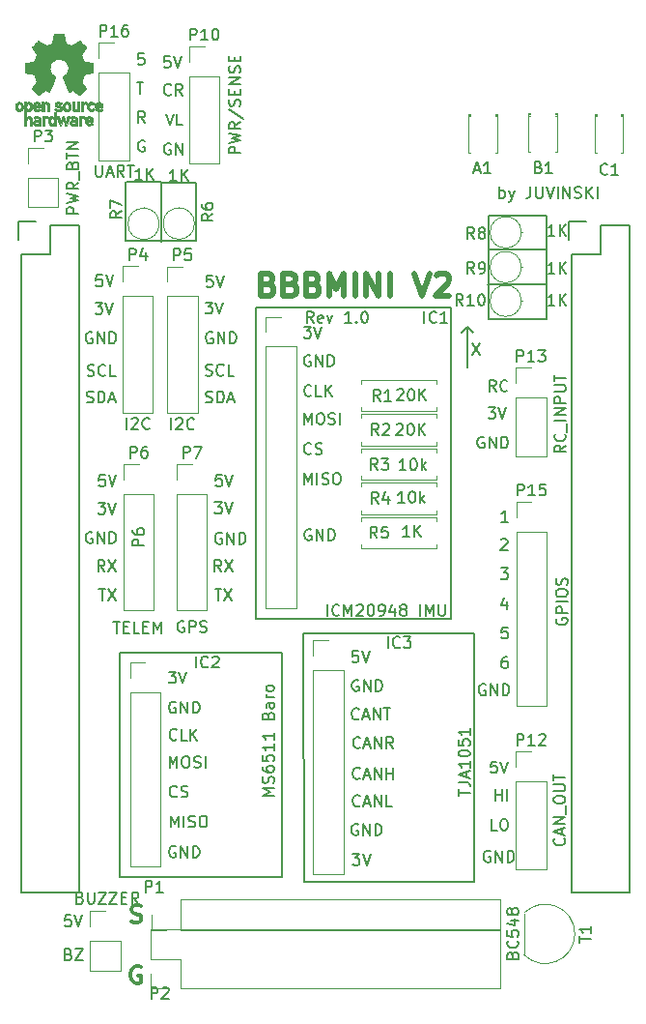
<source format=gto>
G04 #@! TF.GenerationSoftware,KiCad,Pcbnew,(5.1.12)-1*
G04 #@! TF.CreationDate,2022-05-09T10:01:21-03:00*
G04 #@! TF.ProjectId,BBBMINI_PCB_V2,4242424d-494e-4495-9f50-43425f56322e,rev?*
G04 #@! TF.SameCoordinates,Original*
G04 #@! TF.FileFunction,Legend,Top*
G04 #@! TF.FilePolarity,Positive*
%FSLAX46Y46*%
G04 Gerber Fmt 4.6, Leading zero omitted, Abs format (unit mm)*
G04 Created by KiCad (PCBNEW (5.1.12)-1) date 2022-05-09 10:01:21*
%MOMM*%
%LPD*%
G01*
G04 APERTURE LIST*
%ADD10C,0.200000*%
%ADD11C,0.150000*%
%ADD12C,0.500000*%
%ADD13C,0.300000*%
%ADD14C,0.010000*%
%ADD15C,0.120000*%
G04 APERTURE END LIST*
D10*
X125898004Y-53754400D02*
X125802766Y-53706780D01*
X125659909Y-53706780D01*
X125517052Y-53754400D01*
X125421814Y-53849638D01*
X125374195Y-53944876D01*
X125326576Y-54135352D01*
X125326576Y-54278209D01*
X125374195Y-54468685D01*
X125421814Y-54563923D01*
X125517052Y-54659161D01*
X125659909Y-54706780D01*
X125755147Y-54706780D01*
X125898004Y-54659161D01*
X125945623Y-54611542D01*
X125945623Y-54278209D01*
X125755147Y-54278209D01*
X125945623Y-52166780D02*
X125612290Y-51690590D01*
X125374195Y-52166780D02*
X125374195Y-51166780D01*
X125755147Y-51166780D01*
X125850385Y-51214400D01*
X125898004Y-51262019D01*
X125945623Y-51357257D01*
X125945623Y-51500114D01*
X125898004Y-51595352D01*
X125850385Y-51642971D01*
X125755147Y-51690590D01*
X125374195Y-51690590D01*
X125231338Y-48626780D02*
X125802766Y-48626780D01*
X125517052Y-49626780D02*
X125517052Y-48626780D01*
X125850385Y-46086780D02*
X125374195Y-46086780D01*
X125326576Y-46562971D01*
X125374195Y-46515352D01*
X125469433Y-46467733D01*
X125707528Y-46467733D01*
X125802766Y-46515352D01*
X125850385Y-46562971D01*
X125898004Y-46658209D01*
X125898004Y-46896304D01*
X125850385Y-46991542D01*
X125802766Y-47039161D01*
X125707528Y-47086780D01*
X125469433Y-47086780D01*
X125374195Y-47039161D01*
X125326576Y-46991542D01*
X137949100Y-98538400D02*
X123725100Y-98538400D01*
X123725100Y-98538400D02*
X123725100Y-118223400D01*
X123725100Y-118223400D02*
X137949100Y-118223400D01*
X137949100Y-118223400D02*
X137949100Y-98538400D01*
D11*
X140080100Y-96882400D02*
X154770100Y-96882400D01*
X154770100Y-118662400D02*
X139890100Y-118672400D01*
X139890100Y-118672400D02*
X139850100Y-96882400D01*
X154770100Y-96882400D02*
X154770100Y-118662400D01*
D10*
X157042385Y-58770780D02*
X157042385Y-57770780D01*
X157042385Y-58151733D02*
X157137623Y-58104114D01*
X157328100Y-58104114D01*
X157423338Y-58151733D01*
X157470957Y-58199352D01*
X157518576Y-58294590D01*
X157518576Y-58580304D01*
X157470957Y-58675542D01*
X157423338Y-58723161D01*
X157328100Y-58770780D01*
X157137623Y-58770780D01*
X157042385Y-58723161D01*
X157851909Y-58104114D02*
X158090004Y-58770780D01*
X158328100Y-58104114D02*
X158090004Y-58770780D01*
X157994766Y-59008876D01*
X157947147Y-59056495D01*
X157851909Y-59104114D01*
X159756671Y-57770780D02*
X159756671Y-58485066D01*
X159709052Y-58627923D01*
X159613814Y-58723161D01*
X159470957Y-58770780D01*
X159375719Y-58770780D01*
X160232861Y-57770780D02*
X160232861Y-58580304D01*
X160280480Y-58675542D01*
X160328100Y-58723161D01*
X160423338Y-58770780D01*
X160613814Y-58770780D01*
X160709052Y-58723161D01*
X160756671Y-58675542D01*
X160804290Y-58580304D01*
X160804290Y-57770780D01*
X161137623Y-57770780D02*
X161470957Y-58770780D01*
X161804290Y-57770780D01*
X162137623Y-58770780D02*
X162137623Y-57770780D01*
X162613814Y-58770780D02*
X162613814Y-57770780D01*
X163185242Y-58770780D01*
X163185242Y-57770780D01*
X163613814Y-58723161D02*
X163756671Y-58770780D01*
X163994766Y-58770780D01*
X164090004Y-58723161D01*
X164137623Y-58675542D01*
X164185242Y-58580304D01*
X164185242Y-58485066D01*
X164137623Y-58389828D01*
X164090004Y-58342209D01*
X163994766Y-58294590D01*
X163804290Y-58246971D01*
X163709052Y-58199352D01*
X163661433Y-58151733D01*
X163613814Y-58056495D01*
X163613814Y-57961257D01*
X163661433Y-57866019D01*
X163709052Y-57818400D01*
X163804290Y-57770780D01*
X164042385Y-57770780D01*
X164185242Y-57818400D01*
X164613814Y-58770780D02*
X164613814Y-57770780D01*
X165185242Y-58770780D02*
X164756671Y-58199352D01*
X165185242Y-57770780D02*
X164613814Y-58342209D01*
X165613814Y-58770780D02*
X165613814Y-57770780D01*
D11*
X140714671Y-69692780D02*
X140381338Y-69216590D01*
X140143242Y-69692780D02*
X140143242Y-68692780D01*
X140524195Y-68692780D01*
X140619433Y-68740400D01*
X140667052Y-68788019D01*
X140714671Y-68883257D01*
X140714671Y-69026114D01*
X140667052Y-69121352D01*
X140619433Y-69168971D01*
X140524195Y-69216590D01*
X140143242Y-69216590D01*
X141524195Y-69645161D02*
X141428957Y-69692780D01*
X141238480Y-69692780D01*
X141143242Y-69645161D01*
X141095623Y-69549923D01*
X141095623Y-69168971D01*
X141143242Y-69073733D01*
X141238480Y-69026114D01*
X141428957Y-69026114D01*
X141524195Y-69073733D01*
X141571814Y-69168971D01*
X141571814Y-69264209D01*
X141095623Y-69359447D01*
X141905147Y-69026114D02*
X142143242Y-69692780D01*
X142381338Y-69026114D01*
X144048004Y-69692780D02*
X143476576Y-69692780D01*
X143762290Y-69692780D02*
X143762290Y-68692780D01*
X143667052Y-68835638D01*
X143571814Y-68930876D01*
X143476576Y-68978495D01*
X144476576Y-69597542D02*
X144524195Y-69645161D01*
X144476576Y-69692780D01*
X144428957Y-69645161D01*
X144476576Y-69597542D01*
X144476576Y-69692780D01*
X145143242Y-68692780D02*
X145238480Y-68692780D01*
X145333719Y-68740400D01*
X145381338Y-68788019D01*
X145428957Y-68883257D01*
X145476576Y-69073733D01*
X145476576Y-69311828D01*
X145428957Y-69502304D01*
X145381338Y-69597542D01*
X145333719Y-69645161D01*
X145238480Y-69692780D01*
X145143242Y-69692780D01*
X145048004Y-69645161D01*
X145000385Y-69597542D01*
X144952766Y-69502304D01*
X144905147Y-69311828D01*
X144905147Y-69073733D01*
X144952766Y-68883257D01*
X145000385Y-68788019D01*
X145048004Y-68740400D01*
X145143242Y-68692780D01*
X154644766Y-71486780D02*
X155311433Y-72486780D01*
X155311433Y-71486780D02*
X154644766Y-72486780D01*
X154724100Y-70510400D02*
X154216100Y-70002400D01*
X154216100Y-70002400D02*
X154724100Y-70510400D01*
X153708100Y-70510400D02*
X154216100Y-70002400D01*
X154216100Y-70002400D02*
X153708100Y-70510400D01*
X154216100Y-70002400D02*
X154216100Y-73558400D01*
D12*
X136738671Y-66303542D02*
X137024385Y-66398780D01*
X137119623Y-66494019D01*
X137214861Y-66684495D01*
X137214861Y-66970209D01*
X137119623Y-67160685D01*
X137024385Y-67255923D01*
X136833909Y-67351161D01*
X136072004Y-67351161D01*
X136072004Y-65351161D01*
X136738671Y-65351161D01*
X136929147Y-65446400D01*
X137024385Y-65541638D01*
X137119623Y-65732114D01*
X137119623Y-65922590D01*
X137024385Y-66113066D01*
X136929147Y-66208304D01*
X136738671Y-66303542D01*
X136072004Y-66303542D01*
X138738671Y-66303542D02*
X139024385Y-66398780D01*
X139119623Y-66494019D01*
X139214861Y-66684495D01*
X139214861Y-66970209D01*
X139119623Y-67160685D01*
X139024385Y-67255923D01*
X138833909Y-67351161D01*
X138072004Y-67351161D01*
X138072004Y-65351161D01*
X138738671Y-65351161D01*
X138929147Y-65446400D01*
X139024385Y-65541638D01*
X139119623Y-65732114D01*
X139119623Y-65922590D01*
X139024385Y-66113066D01*
X138929147Y-66208304D01*
X138738671Y-66303542D01*
X138072004Y-66303542D01*
X140738671Y-66303542D02*
X141024385Y-66398780D01*
X141119623Y-66494019D01*
X141214861Y-66684495D01*
X141214861Y-66970209D01*
X141119623Y-67160685D01*
X141024385Y-67255923D01*
X140833909Y-67351161D01*
X140072004Y-67351161D01*
X140072004Y-65351161D01*
X140738671Y-65351161D01*
X140929147Y-65446400D01*
X141024385Y-65541638D01*
X141119623Y-65732114D01*
X141119623Y-65922590D01*
X141024385Y-66113066D01*
X140929147Y-66208304D01*
X140738671Y-66303542D01*
X140072004Y-66303542D01*
X142072004Y-67351161D02*
X142072004Y-65351161D01*
X142738671Y-66779733D01*
X143405338Y-65351161D01*
X143405338Y-67351161D01*
X144357719Y-67351161D02*
X144357719Y-65351161D01*
X145310100Y-67351161D02*
X145310100Y-65351161D01*
X146452957Y-67351161D01*
X146452957Y-65351161D01*
X147405338Y-67351161D02*
X147405338Y-65351161D01*
X149595814Y-65351161D02*
X150262480Y-67351161D01*
X150929147Y-65351161D01*
X151500576Y-65541638D02*
X151595814Y-65446400D01*
X151786290Y-65351161D01*
X152262480Y-65351161D01*
X152452957Y-65446400D01*
X152548195Y-65541638D01*
X152643433Y-65732114D01*
X152643433Y-65922590D01*
X152548195Y-66208304D01*
X151405338Y-67351161D01*
X152643433Y-67351161D01*
D11*
X156080100Y-63292400D02*
X161140100Y-63292400D01*
X156020100Y-66282400D02*
X161160100Y-66282400D01*
X156050100Y-69342400D02*
X156050100Y-60292400D01*
X161180100Y-69342400D02*
X156050100Y-69342400D01*
X161160100Y-69232400D02*
X161180100Y-69342400D01*
X161160100Y-60272400D02*
X161160100Y-69232400D01*
X156080100Y-60272400D02*
X161160100Y-60272400D01*
D10*
X157686766Y-98914780D02*
X157496290Y-98914780D01*
X157401052Y-98962400D01*
X157353433Y-99010019D01*
X157258195Y-99152876D01*
X157210576Y-99343352D01*
X157210576Y-99724304D01*
X157258195Y-99819542D01*
X157305814Y-99867161D01*
X157401052Y-99914780D01*
X157591528Y-99914780D01*
X157686766Y-99867161D01*
X157734385Y-99819542D01*
X157782004Y-99724304D01*
X157782004Y-99486209D01*
X157734385Y-99390971D01*
X157686766Y-99343352D01*
X157591528Y-99295733D01*
X157401052Y-99295733D01*
X157305814Y-99343352D01*
X157258195Y-99390971D01*
X157210576Y-99486209D01*
X157734385Y-96344780D02*
X157258195Y-96344780D01*
X157210576Y-96820971D01*
X157258195Y-96773352D01*
X157353433Y-96725733D01*
X157591528Y-96725733D01*
X157686766Y-96773352D01*
X157734385Y-96820971D01*
X157782004Y-96916209D01*
X157782004Y-97154304D01*
X157734385Y-97249542D01*
X157686766Y-97297161D01*
X157591528Y-97344780D01*
X157353433Y-97344780D01*
X157258195Y-97297161D01*
X157210576Y-97249542D01*
X157646766Y-94128114D02*
X157646766Y-94794780D01*
X157408671Y-93747161D02*
X157170576Y-94461447D01*
X157789623Y-94461447D01*
X157142957Y-91154780D02*
X157762004Y-91154780D01*
X157428671Y-91535733D01*
X157571528Y-91535733D01*
X157666766Y-91583352D01*
X157714385Y-91630971D01*
X157762004Y-91726209D01*
X157762004Y-91964304D01*
X157714385Y-92059542D01*
X157666766Y-92107161D01*
X157571528Y-92154780D01*
X157285814Y-92154780D01*
X157190576Y-92107161D01*
X157142957Y-92059542D01*
X157160576Y-88700019D02*
X157208195Y-88652400D01*
X157303433Y-88604780D01*
X157541528Y-88604780D01*
X157636766Y-88652400D01*
X157684385Y-88700019D01*
X157732004Y-88795257D01*
X157732004Y-88890495D01*
X157684385Y-89033352D01*
X157112957Y-89604780D01*
X157732004Y-89604780D01*
X157772004Y-87134780D02*
X157200576Y-87134780D01*
X157486290Y-87134780D02*
X157486290Y-86134780D01*
X157391052Y-86277638D01*
X157295814Y-86372876D01*
X157200576Y-86420495D01*
X155792004Y-101362400D02*
X155696766Y-101314780D01*
X155553909Y-101314780D01*
X155411052Y-101362400D01*
X155315814Y-101457638D01*
X155268195Y-101552876D01*
X155220576Y-101743352D01*
X155220576Y-101886209D01*
X155268195Y-102076685D01*
X155315814Y-102171923D01*
X155411052Y-102267161D01*
X155553909Y-102314780D01*
X155649147Y-102314780D01*
X155792004Y-102267161D01*
X155839623Y-102219542D01*
X155839623Y-101886209D01*
X155649147Y-101886209D01*
X156268195Y-102314780D02*
X156268195Y-101314780D01*
X156839623Y-102314780D01*
X156839623Y-101314780D01*
X157315814Y-102314780D02*
X157315814Y-101314780D01*
X157553909Y-101314780D01*
X157696766Y-101362400D01*
X157792004Y-101457638D01*
X157839623Y-101552876D01*
X157887242Y-101743352D01*
X157887242Y-101886209D01*
X157839623Y-102076685D01*
X157792004Y-102171923D01*
X157696766Y-102267161D01*
X157553909Y-102314780D01*
X157315814Y-102314780D01*
D13*
X125562957Y-126092400D02*
X125420100Y-126020971D01*
X125205814Y-126020971D01*
X124991528Y-126092400D01*
X124848671Y-126235257D01*
X124777242Y-126378114D01*
X124705814Y-126663828D01*
X124705814Y-126878114D01*
X124777242Y-127163828D01*
X124848671Y-127306685D01*
X124991528Y-127449542D01*
X125205814Y-127520971D01*
X125348671Y-127520971D01*
X125562957Y-127449542D01*
X125634385Y-127378114D01*
X125634385Y-126878114D01*
X125348671Y-126878114D01*
X124781528Y-122119542D02*
X124995814Y-122190971D01*
X125352957Y-122190971D01*
X125495814Y-122119542D01*
X125567242Y-122048114D01*
X125638671Y-121905257D01*
X125638671Y-121762400D01*
X125567242Y-121619542D01*
X125495814Y-121548114D01*
X125352957Y-121476685D01*
X125067242Y-121405257D01*
X124924385Y-121333828D01*
X124852957Y-121262400D01*
X124781528Y-121119542D01*
X124781528Y-120976685D01*
X124852957Y-120833828D01*
X124924385Y-120762400D01*
X125067242Y-120690971D01*
X125424385Y-120690971D01*
X125638671Y-120762400D01*
D11*
X127370100Y-57422400D02*
X127370100Y-62552400D01*
X124250100Y-62542400D02*
X124240100Y-57362400D01*
X130430100Y-62542400D02*
X124250100Y-62542400D01*
X130430100Y-57402400D02*
X130430100Y-62542400D01*
X124290100Y-57382400D02*
X130430100Y-57402400D01*
X139850100Y-96882400D02*
X140300100Y-96882400D01*
D10*
X152790100Y-95623400D02*
X135645100Y-95623400D01*
X152790100Y-68318400D02*
X135645100Y-68318400D01*
X152790100Y-95623400D02*
X152790100Y-68318400D01*
X135645100Y-68318400D02*
X135645100Y-95623400D01*
X128231623Y-49669542D02*
X128184004Y-49717161D01*
X128041147Y-49764780D01*
X127945909Y-49764780D01*
X127803052Y-49717161D01*
X127707814Y-49621923D01*
X127660195Y-49526685D01*
X127612576Y-49336209D01*
X127612576Y-49193352D01*
X127660195Y-49002876D01*
X127707814Y-48907638D01*
X127803052Y-48812400D01*
X127945909Y-48764780D01*
X128041147Y-48764780D01*
X128184004Y-48812400D01*
X128231623Y-48860019D01*
X129231623Y-49764780D02*
X128898290Y-49288590D01*
X128660195Y-49764780D02*
X128660195Y-48764780D01*
X129041147Y-48764780D01*
X129136385Y-48812400D01*
X129184004Y-48860019D01*
X129231623Y-48955257D01*
X129231623Y-49098114D01*
X129184004Y-49193352D01*
X129136385Y-49240971D01*
X129041147Y-49288590D01*
X128660195Y-49288590D01*
X127771338Y-51374780D02*
X128104671Y-52374780D01*
X128438004Y-51374780D01*
X129247528Y-52374780D02*
X128771338Y-52374780D01*
X128771338Y-51374780D01*
X128184004Y-54008400D02*
X128088766Y-53960780D01*
X127945909Y-53960780D01*
X127803052Y-54008400D01*
X127707814Y-54103638D01*
X127660195Y-54198876D01*
X127612576Y-54389352D01*
X127612576Y-54532209D01*
X127660195Y-54722685D01*
X127707814Y-54817923D01*
X127803052Y-54913161D01*
X127945909Y-54960780D01*
X128041147Y-54960780D01*
X128184004Y-54913161D01*
X128231623Y-54865542D01*
X128231623Y-54532209D01*
X128041147Y-54532209D01*
X128660195Y-54960780D02*
X128660195Y-53960780D01*
X129231623Y-54960780D01*
X129231623Y-53960780D01*
X128136385Y-46334780D02*
X127660195Y-46334780D01*
X127612576Y-46810971D01*
X127660195Y-46763352D01*
X127755433Y-46715733D01*
X127993528Y-46715733D01*
X128088766Y-46763352D01*
X128136385Y-46810971D01*
X128184004Y-46906209D01*
X128184004Y-47144304D01*
X128136385Y-47239542D01*
X128088766Y-47287161D01*
X127993528Y-47334780D01*
X127755433Y-47334780D01*
X127660195Y-47287161D01*
X127612576Y-47239542D01*
X128469719Y-46334780D02*
X128803052Y-47334780D01*
X129136385Y-46334780D01*
X144644385Y-98404780D02*
X144168195Y-98404780D01*
X144120576Y-98880971D01*
X144168195Y-98833352D01*
X144263433Y-98785733D01*
X144501528Y-98785733D01*
X144596766Y-98833352D01*
X144644385Y-98880971D01*
X144692004Y-98976209D01*
X144692004Y-99214304D01*
X144644385Y-99309542D01*
X144596766Y-99357161D01*
X144501528Y-99404780D01*
X144263433Y-99404780D01*
X144168195Y-99357161D01*
X144120576Y-99309542D01*
X144977719Y-98404780D02*
X145311052Y-99404780D01*
X145644385Y-98404780D01*
X144699623Y-104339542D02*
X144652004Y-104387161D01*
X144509147Y-104434780D01*
X144413909Y-104434780D01*
X144271052Y-104387161D01*
X144175814Y-104291923D01*
X144128195Y-104196685D01*
X144080576Y-104006209D01*
X144080576Y-103863352D01*
X144128195Y-103672876D01*
X144175814Y-103577638D01*
X144271052Y-103482400D01*
X144413909Y-103434780D01*
X144509147Y-103434780D01*
X144652004Y-103482400D01*
X144699623Y-103530019D01*
X145080576Y-104149066D02*
X145556766Y-104149066D01*
X144985338Y-104434780D02*
X145318671Y-103434780D01*
X145652004Y-104434780D01*
X145985338Y-104434780D02*
X145985338Y-103434780D01*
X146556766Y-104434780D01*
X146556766Y-103434780D01*
X146890100Y-103434780D02*
X147461528Y-103434780D01*
X147175814Y-104434780D02*
X147175814Y-103434780D01*
X144809623Y-106839542D02*
X144762004Y-106887161D01*
X144619147Y-106934780D01*
X144523909Y-106934780D01*
X144381052Y-106887161D01*
X144285814Y-106791923D01*
X144238195Y-106696685D01*
X144190576Y-106506209D01*
X144190576Y-106363352D01*
X144238195Y-106172876D01*
X144285814Y-106077638D01*
X144381052Y-105982400D01*
X144523909Y-105934780D01*
X144619147Y-105934780D01*
X144762004Y-105982400D01*
X144809623Y-106030019D01*
X145190576Y-106649066D02*
X145666766Y-106649066D01*
X145095338Y-106934780D02*
X145428671Y-105934780D01*
X145762004Y-106934780D01*
X146095338Y-106934780D02*
X146095338Y-105934780D01*
X146666766Y-106934780D01*
X146666766Y-105934780D01*
X147714385Y-106934780D02*
X147381052Y-106458590D01*
X147142957Y-106934780D02*
X147142957Y-105934780D01*
X147523909Y-105934780D01*
X147619147Y-105982400D01*
X147666766Y-106030019D01*
X147714385Y-106125257D01*
X147714385Y-106268114D01*
X147666766Y-106363352D01*
X147619147Y-106410971D01*
X147523909Y-106458590D01*
X147142957Y-106458590D01*
X144790623Y-109544542D02*
X144743004Y-109592161D01*
X144600147Y-109639780D01*
X144504909Y-109639780D01*
X144362052Y-109592161D01*
X144266814Y-109496923D01*
X144219195Y-109401685D01*
X144171576Y-109211209D01*
X144171576Y-109068352D01*
X144219195Y-108877876D01*
X144266814Y-108782638D01*
X144362052Y-108687400D01*
X144504909Y-108639780D01*
X144600147Y-108639780D01*
X144743004Y-108687400D01*
X144790623Y-108735019D01*
X145171576Y-109354066D02*
X145647766Y-109354066D01*
X145076338Y-109639780D02*
X145409671Y-108639780D01*
X145743004Y-109639780D01*
X146076338Y-109639780D02*
X146076338Y-108639780D01*
X146647766Y-109639780D01*
X146647766Y-108639780D01*
X147123957Y-109639780D02*
X147123957Y-108639780D01*
X147123957Y-109115971D02*
X147695385Y-109115971D01*
X147695385Y-109639780D02*
X147695385Y-108639780D01*
X144790623Y-111954542D02*
X144743004Y-112002161D01*
X144600147Y-112049780D01*
X144504909Y-112049780D01*
X144362052Y-112002161D01*
X144266814Y-111906923D01*
X144219195Y-111811685D01*
X144171576Y-111621209D01*
X144171576Y-111478352D01*
X144219195Y-111287876D01*
X144266814Y-111192638D01*
X144362052Y-111097400D01*
X144504909Y-111049780D01*
X144600147Y-111049780D01*
X144743004Y-111097400D01*
X144790623Y-111145019D01*
X145171576Y-111764066D02*
X145647766Y-111764066D01*
X145076338Y-112049780D02*
X145409671Y-111049780D01*
X145743004Y-112049780D01*
X146076338Y-112049780D02*
X146076338Y-111049780D01*
X146647766Y-112049780D01*
X146647766Y-111049780D01*
X147600147Y-112049780D02*
X147123957Y-112049780D01*
X147123957Y-111049780D01*
X144623004Y-113627400D02*
X144527766Y-113579780D01*
X144384909Y-113579780D01*
X144242052Y-113627400D01*
X144146814Y-113722638D01*
X144099195Y-113817876D01*
X144051576Y-114008352D01*
X144051576Y-114151209D01*
X144099195Y-114341685D01*
X144146814Y-114436923D01*
X144242052Y-114532161D01*
X144384909Y-114579780D01*
X144480147Y-114579780D01*
X144623004Y-114532161D01*
X144670623Y-114484542D01*
X144670623Y-114151209D01*
X144480147Y-114151209D01*
X145099195Y-114579780D02*
X145099195Y-113579780D01*
X145670623Y-114579780D01*
X145670623Y-113579780D01*
X146146814Y-114579780D02*
X146146814Y-113579780D01*
X146384909Y-113579780D01*
X146527766Y-113627400D01*
X146623004Y-113722638D01*
X146670623Y-113817876D01*
X146718242Y-114008352D01*
X146718242Y-114151209D01*
X146670623Y-114341685D01*
X146623004Y-114436923D01*
X146527766Y-114532161D01*
X146384909Y-114579780D01*
X146146814Y-114579780D01*
X144148195Y-116174780D02*
X144767242Y-116174780D01*
X144433909Y-116555733D01*
X144576766Y-116555733D01*
X144672004Y-116603352D01*
X144719623Y-116650971D01*
X144767242Y-116746209D01*
X144767242Y-116984304D01*
X144719623Y-117079542D01*
X144672004Y-117127161D01*
X144576766Y-117174780D01*
X144291052Y-117174780D01*
X144195814Y-117127161D01*
X144148195Y-117079542D01*
X145052957Y-116174780D02*
X145386290Y-117174780D01*
X145719623Y-116174780D01*
X144663004Y-101007400D02*
X144567766Y-100959780D01*
X144424909Y-100959780D01*
X144282052Y-101007400D01*
X144186814Y-101102638D01*
X144139195Y-101197876D01*
X144091576Y-101388352D01*
X144091576Y-101531209D01*
X144139195Y-101721685D01*
X144186814Y-101816923D01*
X144282052Y-101912161D01*
X144424909Y-101959780D01*
X144520147Y-101959780D01*
X144663004Y-101912161D01*
X144710623Y-101864542D01*
X144710623Y-101531209D01*
X144520147Y-101531209D01*
X145139195Y-101959780D02*
X145139195Y-100959780D01*
X145710623Y-101959780D01*
X145710623Y-100959780D01*
X146186814Y-101959780D02*
X146186814Y-100959780D01*
X146424909Y-100959780D01*
X146567766Y-101007400D01*
X146663004Y-101102638D01*
X146710623Y-101197876D01*
X146758242Y-101388352D01*
X146758242Y-101531209D01*
X146710623Y-101721685D01*
X146663004Y-101816923D01*
X146567766Y-101912161D01*
X146424909Y-101959780D01*
X146186814Y-101959780D01*
X156824385Y-114124780D02*
X156348195Y-114124780D01*
X156348195Y-113124780D01*
X157348195Y-113124780D02*
X157538671Y-113124780D01*
X157633909Y-113172400D01*
X157729147Y-113267638D01*
X157776766Y-113458114D01*
X157776766Y-113791447D01*
X157729147Y-113981923D01*
X157633909Y-114077161D01*
X157538671Y-114124780D01*
X157348195Y-114124780D01*
X157252957Y-114077161D01*
X157157719Y-113981923D01*
X157110100Y-113791447D01*
X157110100Y-113458114D01*
X157157719Y-113267638D01*
X157252957Y-113172400D01*
X157348195Y-113124780D01*
X156678195Y-111514780D02*
X156678195Y-110514780D01*
X156678195Y-110990971D02*
X157249623Y-110990971D01*
X157249623Y-111514780D02*
X157249623Y-110514780D01*
X157725814Y-111514780D02*
X157725814Y-110514780D01*
X156212004Y-115952400D02*
X156116766Y-115904780D01*
X155973909Y-115904780D01*
X155831052Y-115952400D01*
X155735814Y-116047638D01*
X155688195Y-116142876D01*
X155640576Y-116333352D01*
X155640576Y-116476209D01*
X155688195Y-116666685D01*
X155735814Y-116761923D01*
X155831052Y-116857161D01*
X155973909Y-116904780D01*
X156069147Y-116904780D01*
X156212004Y-116857161D01*
X156259623Y-116809542D01*
X156259623Y-116476209D01*
X156069147Y-116476209D01*
X156688195Y-116904780D02*
X156688195Y-115904780D01*
X157259623Y-116904780D01*
X157259623Y-115904780D01*
X157735814Y-116904780D02*
X157735814Y-115904780D01*
X157973909Y-115904780D01*
X158116766Y-115952400D01*
X158212004Y-116047638D01*
X158259623Y-116142876D01*
X158307242Y-116333352D01*
X158307242Y-116476209D01*
X158259623Y-116666685D01*
X158212004Y-116761923D01*
X158116766Y-116857161D01*
X157973909Y-116904780D01*
X157735814Y-116904780D01*
X156784385Y-108104780D02*
X156308195Y-108104780D01*
X156260576Y-108580971D01*
X156308195Y-108533352D01*
X156403433Y-108485733D01*
X156641528Y-108485733D01*
X156736766Y-108533352D01*
X156784385Y-108580971D01*
X156832004Y-108676209D01*
X156832004Y-108914304D01*
X156784385Y-109009542D01*
X156736766Y-109057161D01*
X156641528Y-109104780D01*
X156403433Y-109104780D01*
X156308195Y-109057161D01*
X156260576Y-109009542D01*
X157117719Y-108104780D02*
X157451052Y-109104780D01*
X157784385Y-108104780D01*
X156719623Y-75694780D02*
X156386290Y-75218590D01*
X156148195Y-75694780D02*
X156148195Y-74694780D01*
X156529147Y-74694780D01*
X156624385Y-74742400D01*
X156672004Y-74790019D01*
X156719623Y-74885257D01*
X156719623Y-75028114D01*
X156672004Y-75123352D01*
X156624385Y-75170971D01*
X156529147Y-75218590D01*
X156148195Y-75218590D01*
X157719623Y-75599542D02*
X157672004Y-75647161D01*
X157529147Y-75694780D01*
X157433909Y-75694780D01*
X157291052Y-75647161D01*
X157195814Y-75551923D01*
X157148195Y-75456685D01*
X157100576Y-75266209D01*
X157100576Y-75123352D01*
X157148195Y-74932876D01*
X157195814Y-74837638D01*
X157291052Y-74742400D01*
X157433909Y-74694780D01*
X157529147Y-74694780D01*
X157672004Y-74742400D01*
X157719623Y-74790019D01*
X156058195Y-77084780D02*
X156677242Y-77084780D01*
X156343909Y-77465733D01*
X156486766Y-77465733D01*
X156582004Y-77513352D01*
X156629623Y-77560971D01*
X156677242Y-77656209D01*
X156677242Y-77894304D01*
X156629623Y-77989542D01*
X156582004Y-78037161D01*
X156486766Y-78084780D01*
X156201052Y-78084780D01*
X156105814Y-78037161D01*
X156058195Y-77989542D01*
X156962957Y-77084780D02*
X157296290Y-78084780D01*
X157629623Y-77084780D01*
X155672004Y-79702400D02*
X155576766Y-79654780D01*
X155433909Y-79654780D01*
X155291052Y-79702400D01*
X155195814Y-79797638D01*
X155148195Y-79892876D01*
X155100576Y-80083352D01*
X155100576Y-80226209D01*
X155148195Y-80416685D01*
X155195814Y-80511923D01*
X155291052Y-80607161D01*
X155433909Y-80654780D01*
X155529147Y-80654780D01*
X155672004Y-80607161D01*
X155719623Y-80559542D01*
X155719623Y-80226209D01*
X155529147Y-80226209D01*
X156148195Y-80654780D02*
X156148195Y-79654780D01*
X156719623Y-80654780D01*
X156719623Y-79654780D01*
X157195814Y-80654780D02*
X157195814Y-79654780D01*
X157433909Y-79654780D01*
X157576766Y-79702400D01*
X157672004Y-79797638D01*
X157719623Y-79892876D01*
X157767242Y-80083352D01*
X157767242Y-80226209D01*
X157719623Y-80416685D01*
X157672004Y-80511923D01*
X157576766Y-80607161D01*
X157433909Y-80654780D01*
X157195814Y-80654780D01*
X119251528Y-124960971D02*
X119394385Y-125008590D01*
X119442004Y-125056209D01*
X119489623Y-125151447D01*
X119489623Y-125294304D01*
X119442004Y-125389542D01*
X119394385Y-125437161D01*
X119299147Y-125484780D01*
X118918195Y-125484780D01*
X118918195Y-124484780D01*
X119251528Y-124484780D01*
X119346766Y-124532400D01*
X119394385Y-124580019D01*
X119442004Y-124675257D01*
X119442004Y-124770495D01*
X119394385Y-124865733D01*
X119346766Y-124913352D01*
X119251528Y-124960971D01*
X118918195Y-124960971D01*
X119822957Y-124484780D02*
X120489623Y-124484780D01*
X119822957Y-125484780D01*
X120489623Y-125484780D01*
X119454385Y-121554780D02*
X118978195Y-121554780D01*
X118930576Y-122030971D01*
X118978195Y-121983352D01*
X119073433Y-121935733D01*
X119311528Y-121935733D01*
X119406766Y-121983352D01*
X119454385Y-122030971D01*
X119502004Y-122126209D01*
X119502004Y-122364304D01*
X119454385Y-122459542D01*
X119406766Y-122507161D01*
X119311528Y-122554780D01*
X119073433Y-122554780D01*
X118978195Y-122507161D01*
X118930576Y-122459542D01*
X119787719Y-121554780D02*
X120121052Y-122554780D01*
X120454385Y-121554780D01*
X140503004Y-87797400D02*
X140407766Y-87749780D01*
X140264909Y-87749780D01*
X140122052Y-87797400D01*
X140026814Y-87892638D01*
X139979195Y-87987876D01*
X139931576Y-88178352D01*
X139931576Y-88321209D01*
X139979195Y-88511685D01*
X140026814Y-88606923D01*
X140122052Y-88702161D01*
X140264909Y-88749780D01*
X140360147Y-88749780D01*
X140503004Y-88702161D01*
X140550623Y-88654542D01*
X140550623Y-88321209D01*
X140360147Y-88321209D01*
X140979195Y-88749780D02*
X140979195Y-87749780D01*
X141550623Y-88749780D01*
X141550623Y-87749780D01*
X142026814Y-88749780D02*
X142026814Y-87749780D01*
X142264909Y-87749780D01*
X142407766Y-87797400D01*
X142503004Y-87892638D01*
X142550623Y-87987876D01*
X142598242Y-88178352D01*
X142598242Y-88321209D01*
X142550623Y-88511685D01*
X142503004Y-88606923D01*
X142407766Y-88702161D01*
X142264909Y-88749780D01*
X142026814Y-88749780D01*
X140520623Y-81104542D02*
X140473004Y-81152161D01*
X140330147Y-81199780D01*
X140234909Y-81199780D01*
X140092052Y-81152161D01*
X139996814Y-81056923D01*
X139949195Y-80961685D01*
X139901576Y-80771209D01*
X139901576Y-80628352D01*
X139949195Y-80437876D01*
X139996814Y-80342638D01*
X140092052Y-80247400D01*
X140234909Y-80199780D01*
X140330147Y-80199780D01*
X140473004Y-80247400D01*
X140520623Y-80295019D01*
X140901576Y-81152161D02*
X141044433Y-81199780D01*
X141282528Y-81199780D01*
X141377766Y-81152161D01*
X141425385Y-81104542D01*
X141473004Y-81009304D01*
X141473004Y-80914066D01*
X141425385Y-80818828D01*
X141377766Y-80771209D01*
X141282528Y-80723590D01*
X141092052Y-80675971D01*
X140996814Y-80628352D01*
X140949195Y-80580733D01*
X140901576Y-80485495D01*
X140901576Y-80390257D01*
X140949195Y-80295019D01*
X140996814Y-80247400D01*
X141092052Y-80199780D01*
X141330147Y-80199780D01*
X141473004Y-80247400D01*
X139908195Y-83844780D02*
X139908195Y-82844780D01*
X140241528Y-83559066D01*
X140574861Y-82844780D01*
X140574861Y-83844780D01*
X141051052Y-83844780D02*
X141051052Y-82844780D01*
X141479623Y-83797161D02*
X141622480Y-83844780D01*
X141860576Y-83844780D01*
X141955814Y-83797161D01*
X142003433Y-83749542D01*
X142051052Y-83654304D01*
X142051052Y-83559066D01*
X142003433Y-83463828D01*
X141955814Y-83416209D01*
X141860576Y-83368590D01*
X141670100Y-83320971D01*
X141574861Y-83273352D01*
X141527242Y-83225733D01*
X141479623Y-83130495D01*
X141479623Y-83035257D01*
X141527242Y-82940019D01*
X141574861Y-82892400D01*
X141670100Y-82844780D01*
X141908195Y-82844780D01*
X142051052Y-82892400D01*
X142670100Y-82844780D02*
X142860576Y-82844780D01*
X142955814Y-82892400D01*
X143051052Y-82987638D01*
X143098671Y-83178114D01*
X143098671Y-83511447D01*
X143051052Y-83701923D01*
X142955814Y-83797161D01*
X142860576Y-83844780D01*
X142670100Y-83844780D01*
X142574861Y-83797161D01*
X142479623Y-83701923D01*
X142432004Y-83511447D01*
X142432004Y-83178114D01*
X142479623Y-82987638D01*
X142574861Y-82892400D01*
X142670100Y-82844780D01*
X139908195Y-78594780D02*
X139908195Y-77594780D01*
X140241528Y-78309066D01*
X140574861Y-77594780D01*
X140574861Y-78594780D01*
X141241528Y-77594780D02*
X141432004Y-77594780D01*
X141527242Y-77642400D01*
X141622480Y-77737638D01*
X141670100Y-77928114D01*
X141670100Y-78261447D01*
X141622480Y-78451923D01*
X141527242Y-78547161D01*
X141432004Y-78594780D01*
X141241528Y-78594780D01*
X141146290Y-78547161D01*
X141051052Y-78451923D01*
X141003433Y-78261447D01*
X141003433Y-77928114D01*
X141051052Y-77737638D01*
X141146290Y-77642400D01*
X141241528Y-77594780D01*
X142051052Y-78547161D02*
X142193909Y-78594780D01*
X142432004Y-78594780D01*
X142527242Y-78547161D01*
X142574861Y-78499542D01*
X142622480Y-78404304D01*
X142622480Y-78309066D01*
X142574861Y-78213828D01*
X142527242Y-78166209D01*
X142432004Y-78118590D01*
X142241528Y-78070971D01*
X142146290Y-78023352D01*
X142098671Y-77975733D01*
X142051052Y-77880495D01*
X142051052Y-77785257D01*
X142098671Y-77690019D01*
X142146290Y-77642400D01*
X142241528Y-77594780D01*
X142479623Y-77594780D01*
X142622480Y-77642400D01*
X143051052Y-78594780D02*
X143051052Y-77594780D01*
X140529623Y-76039542D02*
X140482004Y-76087161D01*
X140339147Y-76134780D01*
X140243909Y-76134780D01*
X140101052Y-76087161D01*
X140005814Y-75991923D01*
X139958195Y-75896685D01*
X139910576Y-75706209D01*
X139910576Y-75563352D01*
X139958195Y-75372876D01*
X140005814Y-75277638D01*
X140101052Y-75182400D01*
X140243909Y-75134780D01*
X140339147Y-75134780D01*
X140482004Y-75182400D01*
X140529623Y-75230019D01*
X141434385Y-76134780D02*
X140958195Y-76134780D01*
X140958195Y-75134780D01*
X141767719Y-76134780D02*
X141767719Y-75134780D01*
X142339147Y-76134780D02*
X141910576Y-75563352D01*
X142339147Y-75134780D02*
X141767719Y-75706209D01*
X140452004Y-72542400D02*
X140356766Y-72494780D01*
X140213909Y-72494780D01*
X140071052Y-72542400D01*
X139975814Y-72637638D01*
X139928195Y-72732876D01*
X139880576Y-72923352D01*
X139880576Y-73066209D01*
X139928195Y-73256685D01*
X139975814Y-73351923D01*
X140071052Y-73447161D01*
X140213909Y-73494780D01*
X140309147Y-73494780D01*
X140452004Y-73447161D01*
X140499623Y-73399542D01*
X140499623Y-73066209D01*
X140309147Y-73066209D01*
X140928195Y-73494780D02*
X140928195Y-72494780D01*
X141499623Y-73494780D01*
X141499623Y-72494780D01*
X141975814Y-73494780D02*
X141975814Y-72494780D01*
X142213909Y-72494780D01*
X142356766Y-72542400D01*
X142452004Y-72637638D01*
X142499623Y-72732876D01*
X142547242Y-72923352D01*
X142547242Y-73066209D01*
X142499623Y-73256685D01*
X142452004Y-73351923D01*
X142356766Y-73447161D01*
X142213909Y-73494780D01*
X141975814Y-73494780D01*
X139878195Y-70024780D02*
X140497242Y-70024780D01*
X140163909Y-70405733D01*
X140306766Y-70405733D01*
X140402004Y-70453352D01*
X140449623Y-70500971D01*
X140497242Y-70596209D01*
X140497242Y-70834304D01*
X140449623Y-70929542D01*
X140402004Y-70977161D01*
X140306766Y-71024780D01*
X140021052Y-71024780D01*
X139925814Y-70977161D01*
X139878195Y-70929542D01*
X140782957Y-70024780D02*
X141116290Y-71024780D01*
X141449623Y-70024780D01*
X128750623Y-111124542D02*
X128703004Y-111172161D01*
X128560147Y-111219780D01*
X128464909Y-111219780D01*
X128322052Y-111172161D01*
X128226814Y-111076923D01*
X128179195Y-110981685D01*
X128131576Y-110791209D01*
X128131576Y-110648352D01*
X128179195Y-110457876D01*
X128226814Y-110362638D01*
X128322052Y-110267400D01*
X128464909Y-110219780D01*
X128560147Y-110219780D01*
X128703004Y-110267400D01*
X128750623Y-110315019D01*
X129131576Y-111172161D02*
X129274433Y-111219780D01*
X129512528Y-111219780D01*
X129607766Y-111172161D01*
X129655385Y-111124542D01*
X129703004Y-111029304D01*
X129703004Y-110934066D01*
X129655385Y-110838828D01*
X129607766Y-110791209D01*
X129512528Y-110743590D01*
X129322052Y-110695971D01*
X129226814Y-110648352D01*
X129179195Y-110600733D01*
X129131576Y-110505495D01*
X129131576Y-110410257D01*
X129179195Y-110315019D01*
X129226814Y-110267400D01*
X129322052Y-110219780D01*
X129560147Y-110219780D01*
X129703004Y-110267400D01*
X128633004Y-115547400D02*
X128537766Y-115499780D01*
X128394909Y-115499780D01*
X128252052Y-115547400D01*
X128156814Y-115642638D01*
X128109195Y-115737876D01*
X128061576Y-115928352D01*
X128061576Y-116071209D01*
X128109195Y-116261685D01*
X128156814Y-116356923D01*
X128252052Y-116452161D01*
X128394909Y-116499780D01*
X128490147Y-116499780D01*
X128633004Y-116452161D01*
X128680623Y-116404542D01*
X128680623Y-116071209D01*
X128490147Y-116071209D01*
X129109195Y-116499780D02*
X129109195Y-115499780D01*
X129680623Y-116499780D01*
X129680623Y-115499780D01*
X130156814Y-116499780D02*
X130156814Y-115499780D01*
X130394909Y-115499780D01*
X130537766Y-115547400D01*
X130633004Y-115642638D01*
X130680623Y-115737876D01*
X130728242Y-115928352D01*
X130728242Y-116071209D01*
X130680623Y-116261685D01*
X130633004Y-116356923D01*
X130537766Y-116452161D01*
X130394909Y-116499780D01*
X130156814Y-116499780D01*
X128208195Y-113844780D02*
X128208195Y-112844780D01*
X128541528Y-113559066D01*
X128874861Y-112844780D01*
X128874861Y-113844780D01*
X129351052Y-113844780D02*
X129351052Y-112844780D01*
X129779623Y-113797161D02*
X129922480Y-113844780D01*
X130160576Y-113844780D01*
X130255814Y-113797161D01*
X130303433Y-113749542D01*
X130351052Y-113654304D01*
X130351052Y-113559066D01*
X130303433Y-113463828D01*
X130255814Y-113416209D01*
X130160576Y-113368590D01*
X129970100Y-113320971D01*
X129874861Y-113273352D01*
X129827242Y-113225733D01*
X129779623Y-113130495D01*
X129779623Y-113035257D01*
X129827242Y-112940019D01*
X129874861Y-112892400D01*
X129970100Y-112844780D01*
X130208195Y-112844780D01*
X130351052Y-112892400D01*
X130970100Y-112844780D02*
X131160576Y-112844780D01*
X131255814Y-112892400D01*
X131351052Y-112987638D01*
X131398671Y-113178114D01*
X131398671Y-113511447D01*
X131351052Y-113701923D01*
X131255814Y-113797161D01*
X131160576Y-113844780D01*
X130970100Y-113844780D01*
X130874861Y-113797161D01*
X130779623Y-113701923D01*
X130732004Y-113511447D01*
X130732004Y-113178114D01*
X130779623Y-112987638D01*
X130874861Y-112892400D01*
X130970100Y-112844780D01*
X128098195Y-108634780D02*
X128098195Y-107634780D01*
X128431528Y-108349066D01*
X128764861Y-107634780D01*
X128764861Y-108634780D01*
X129431528Y-107634780D02*
X129622004Y-107634780D01*
X129717242Y-107682400D01*
X129812480Y-107777638D01*
X129860100Y-107968114D01*
X129860100Y-108301447D01*
X129812480Y-108491923D01*
X129717242Y-108587161D01*
X129622004Y-108634780D01*
X129431528Y-108634780D01*
X129336290Y-108587161D01*
X129241052Y-108491923D01*
X129193433Y-108301447D01*
X129193433Y-107968114D01*
X129241052Y-107777638D01*
X129336290Y-107682400D01*
X129431528Y-107634780D01*
X130241052Y-108587161D02*
X130383909Y-108634780D01*
X130622004Y-108634780D01*
X130717242Y-108587161D01*
X130764861Y-108539542D01*
X130812480Y-108444304D01*
X130812480Y-108349066D01*
X130764861Y-108253828D01*
X130717242Y-108206209D01*
X130622004Y-108158590D01*
X130431528Y-108110971D01*
X130336290Y-108063352D01*
X130288671Y-108015733D01*
X130241052Y-107920495D01*
X130241052Y-107825257D01*
X130288671Y-107730019D01*
X130336290Y-107682400D01*
X130431528Y-107634780D01*
X130669623Y-107634780D01*
X130812480Y-107682400D01*
X131241052Y-108634780D02*
X131241052Y-107634780D01*
X128719623Y-106149542D02*
X128672004Y-106197161D01*
X128529147Y-106244780D01*
X128433909Y-106244780D01*
X128291052Y-106197161D01*
X128195814Y-106101923D01*
X128148195Y-106006685D01*
X128100576Y-105816209D01*
X128100576Y-105673352D01*
X128148195Y-105482876D01*
X128195814Y-105387638D01*
X128291052Y-105292400D01*
X128433909Y-105244780D01*
X128529147Y-105244780D01*
X128672004Y-105292400D01*
X128719623Y-105340019D01*
X129624385Y-106244780D02*
X129148195Y-106244780D01*
X129148195Y-105244780D01*
X129957719Y-106244780D02*
X129957719Y-105244780D01*
X130529147Y-106244780D02*
X130100576Y-105673352D01*
X130529147Y-105244780D02*
X129957719Y-105816209D01*
X128633004Y-102907400D02*
X128537766Y-102859780D01*
X128394909Y-102859780D01*
X128252052Y-102907400D01*
X128156814Y-103002638D01*
X128109195Y-103097876D01*
X128061576Y-103288352D01*
X128061576Y-103431209D01*
X128109195Y-103621685D01*
X128156814Y-103716923D01*
X128252052Y-103812161D01*
X128394909Y-103859780D01*
X128490147Y-103859780D01*
X128633004Y-103812161D01*
X128680623Y-103764542D01*
X128680623Y-103431209D01*
X128490147Y-103431209D01*
X129109195Y-103859780D02*
X129109195Y-102859780D01*
X129680623Y-103859780D01*
X129680623Y-102859780D01*
X130156814Y-103859780D02*
X130156814Y-102859780D01*
X130394909Y-102859780D01*
X130537766Y-102907400D01*
X130633004Y-103002638D01*
X130680623Y-103097876D01*
X130728242Y-103288352D01*
X130728242Y-103431209D01*
X130680623Y-103621685D01*
X130633004Y-103716923D01*
X130537766Y-103812161D01*
X130394909Y-103859780D01*
X130156814Y-103859780D01*
X128038195Y-100224780D02*
X128657242Y-100224780D01*
X128323909Y-100605733D01*
X128466766Y-100605733D01*
X128562004Y-100653352D01*
X128609623Y-100700971D01*
X128657242Y-100796209D01*
X128657242Y-101034304D01*
X128609623Y-101129542D01*
X128562004Y-101177161D01*
X128466766Y-101224780D01*
X128181052Y-101224780D01*
X128085814Y-101177161D01*
X128038195Y-101129542D01*
X128942957Y-100224780D02*
X129276290Y-101224780D01*
X129609623Y-100224780D01*
X120850576Y-76627161D02*
X120993433Y-76674780D01*
X121231528Y-76674780D01*
X121326766Y-76627161D01*
X121374385Y-76579542D01*
X121422004Y-76484304D01*
X121422004Y-76389066D01*
X121374385Y-76293828D01*
X121326766Y-76246209D01*
X121231528Y-76198590D01*
X121041052Y-76150971D01*
X120945814Y-76103352D01*
X120898195Y-76055733D01*
X120850576Y-75960495D01*
X120850576Y-75865257D01*
X120898195Y-75770019D01*
X120945814Y-75722400D01*
X121041052Y-75674780D01*
X121279147Y-75674780D01*
X121422004Y-75722400D01*
X121850576Y-76674780D02*
X121850576Y-75674780D01*
X122088671Y-75674780D01*
X122231528Y-75722400D01*
X122326766Y-75817638D01*
X122374385Y-75912876D01*
X122422004Y-76103352D01*
X122422004Y-76246209D01*
X122374385Y-76436685D01*
X122326766Y-76531923D01*
X122231528Y-76627161D01*
X122088671Y-76674780D01*
X121850576Y-76674780D01*
X122802957Y-76389066D02*
X123279147Y-76389066D01*
X122707719Y-76674780D02*
X123041052Y-75674780D01*
X123374385Y-76674780D01*
X131290576Y-76627161D02*
X131433433Y-76674780D01*
X131671528Y-76674780D01*
X131766766Y-76627161D01*
X131814385Y-76579542D01*
X131862004Y-76484304D01*
X131862004Y-76389066D01*
X131814385Y-76293828D01*
X131766766Y-76246209D01*
X131671528Y-76198590D01*
X131481052Y-76150971D01*
X131385814Y-76103352D01*
X131338195Y-76055733D01*
X131290576Y-75960495D01*
X131290576Y-75865257D01*
X131338195Y-75770019D01*
X131385814Y-75722400D01*
X131481052Y-75674780D01*
X131719147Y-75674780D01*
X131862004Y-75722400D01*
X132290576Y-76674780D02*
X132290576Y-75674780D01*
X132528671Y-75674780D01*
X132671528Y-75722400D01*
X132766766Y-75817638D01*
X132814385Y-75912876D01*
X132862004Y-76103352D01*
X132862004Y-76246209D01*
X132814385Y-76436685D01*
X132766766Y-76531923D01*
X132671528Y-76627161D01*
X132528671Y-76674780D01*
X132290576Y-76674780D01*
X133242957Y-76389066D02*
X133719147Y-76389066D01*
X133147719Y-76674780D02*
X133481052Y-75674780D01*
X133814385Y-76674780D01*
X131270576Y-74277161D02*
X131413433Y-74324780D01*
X131651528Y-74324780D01*
X131746766Y-74277161D01*
X131794385Y-74229542D01*
X131842004Y-74134304D01*
X131842004Y-74039066D01*
X131794385Y-73943828D01*
X131746766Y-73896209D01*
X131651528Y-73848590D01*
X131461052Y-73800971D01*
X131365814Y-73753352D01*
X131318195Y-73705733D01*
X131270576Y-73610495D01*
X131270576Y-73515257D01*
X131318195Y-73420019D01*
X131365814Y-73372400D01*
X131461052Y-73324780D01*
X131699147Y-73324780D01*
X131842004Y-73372400D01*
X132842004Y-74229542D02*
X132794385Y-74277161D01*
X132651528Y-74324780D01*
X132556290Y-74324780D01*
X132413433Y-74277161D01*
X132318195Y-74181923D01*
X132270576Y-74086685D01*
X132222957Y-73896209D01*
X132222957Y-73753352D01*
X132270576Y-73562876D01*
X132318195Y-73467638D01*
X132413433Y-73372400D01*
X132556290Y-73324780D01*
X132651528Y-73324780D01*
X132794385Y-73372400D01*
X132842004Y-73420019D01*
X133746766Y-74324780D02*
X133270576Y-74324780D01*
X133270576Y-73324780D01*
X120910576Y-74292161D02*
X121053433Y-74339780D01*
X121291528Y-74339780D01*
X121386766Y-74292161D01*
X121434385Y-74244542D01*
X121482004Y-74149304D01*
X121482004Y-74054066D01*
X121434385Y-73958828D01*
X121386766Y-73911209D01*
X121291528Y-73863590D01*
X121101052Y-73815971D01*
X121005814Y-73768352D01*
X120958195Y-73720733D01*
X120910576Y-73625495D01*
X120910576Y-73530257D01*
X120958195Y-73435019D01*
X121005814Y-73387400D01*
X121101052Y-73339780D01*
X121339147Y-73339780D01*
X121482004Y-73387400D01*
X122482004Y-74244542D02*
X122434385Y-74292161D01*
X122291528Y-74339780D01*
X122196290Y-74339780D01*
X122053433Y-74292161D01*
X121958195Y-74196923D01*
X121910576Y-74101685D01*
X121862957Y-73911209D01*
X121862957Y-73768352D01*
X121910576Y-73577876D01*
X121958195Y-73482638D01*
X122053433Y-73387400D01*
X122196290Y-73339780D01*
X122291528Y-73339780D01*
X122434385Y-73387400D01*
X122482004Y-73435019D01*
X123386766Y-74339780D02*
X122910576Y-74339780D01*
X122910576Y-73339780D01*
X131862004Y-70542400D02*
X131766766Y-70494780D01*
X131623909Y-70494780D01*
X131481052Y-70542400D01*
X131385814Y-70637638D01*
X131338195Y-70732876D01*
X131290576Y-70923352D01*
X131290576Y-71066209D01*
X131338195Y-71256685D01*
X131385814Y-71351923D01*
X131481052Y-71447161D01*
X131623909Y-71494780D01*
X131719147Y-71494780D01*
X131862004Y-71447161D01*
X131909623Y-71399542D01*
X131909623Y-71066209D01*
X131719147Y-71066209D01*
X132338195Y-71494780D02*
X132338195Y-70494780D01*
X132909623Y-71494780D01*
X132909623Y-70494780D01*
X133385814Y-71494780D02*
X133385814Y-70494780D01*
X133623909Y-70494780D01*
X133766766Y-70542400D01*
X133862004Y-70637638D01*
X133909623Y-70732876D01*
X133957242Y-70923352D01*
X133957242Y-71066209D01*
X133909623Y-71256685D01*
X133862004Y-71351923D01*
X133766766Y-71447161D01*
X133623909Y-71494780D01*
X133385814Y-71494780D01*
X131248195Y-67884780D02*
X131867242Y-67884780D01*
X131533909Y-68265733D01*
X131676766Y-68265733D01*
X131772004Y-68313352D01*
X131819623Y-68360971D01*
X131867242Y-68456209D01*
X131867242Y-68694304D01*
X131819623Y-68789542D01*
X131772004Y-68837161D01*
X131676766Y-68884780D01*
X131391052Y-68884780D01*
X131295814Y-68837161D01*
X131248195Y-68789542D01*
X132152957Y-67884780D02*
X132486290Y-68884780D01*
X132819623Y-67884780D01*
X131864385Y-65544780D02*
X131388195Y-65544780D01*
X131340576Y-66020971D01*
X131388195Y-65973352D01*
X131483433Y-65925733D01*
X131721528Y-65925733D01*
X131816766Y-65973352D01*
X131864385Y-66020971D01*
X131912004Y-66116209D01*
X131912004Y-66354304D01*
X131864385Y-66449542D01*
X131816766Y-66497161D01*
X131721528Y-66544780D01*
X131483433Y-66544780D01*
X131388195Y-66497161D01*
X131340576Y-66449542D01*
X132197719Y-65544780D02*
X132531052Y-66544780D01*
X132864385Y-65544780D01*
X121312004Y-70542400D02*
X121216766Y-70494780D01*
X121073909Y-70494780D01*
X120931052Y-70542400D01*
X120835814Y-70637638D01*
X120788195Y-70732876D01*
X120740576Y-70923352D01*
X120740576Y-71066209D01*
X120788195Y-71256685D01*
X120835814Y-71351923D01*
X120931052Y-71447161D01*
X121073909Y-71494780D01*
X121169147Y-71494780D01*
X121312004Y-71447161D01*
X121359623Y-71399542D01*
X121359623Y-71066209D01*
X121169147Y-71066209D01*
X121788195Y-71494780D02*
X121788195Y-70494780D01*
X122359623Y-71494780D01*
X122359623Y-70494780D01*
X122835814Y-71494780D02*
X122835814Y-70494780D01*
X123073909Y-70494780D01*
X123216766Y-70542400D01*
X123312004Y-70637638D01*
X123359623Y-70732876D01*
X123407242Y-70923352D01*
X123407242Y-71066209D01*
X123359623Y-71256685D01*
X123312004Y-71351923D01*
X123216766Y-71447161D01*
X123073909Y-71494780D01*
X122835814Y-71494780D01*
X121588195Y-67914780D02*
X122207242Y-67914780D01*
X121873909Y-68295733D01*
X122016766Y-68295733D01*
X122112004Y-68343352D01*
X122159623Y-68390971D01*
X122207242Y-68486209D01*
X122207242Y-68724304D01*
X122159623Y-68819542D01*
X122112004Y-68867161D01*
X122016766Y-68914780D01*
X121731052Y-68914780D01*
X121635814Y-68867161D01*
X121588195Y-68819542D01*
X122492957Y-67914780D02*
X122826290Y-68914780D01*
X123159623Y-67914780D01*
X122184385Y-65494780D02*
X121708195Y-65494780D01*
X121660576Y-65970971D01*
X121708195Y-65923352D01*
X121803433Y-65875733D01*
X122041528Y-65875733D01*
X122136766Y-65923352D01*
X122184385Y-65970971D01*
X122232004Y-66066209D01*
X122232004Y-66304304D01*
X122184385Y-66399542D01*
X122136766Y-66447161D01*
X122041528Y-66494780D01*
X121803433Y-66494780D01*
X121708195Y-66447161D01*
X121660576Y-66399542D01*
X122517719Y-65494780D02*
X122851052Y-66494780D01*
X123184385Y-65494780D01*
X132674385Y-82984780D02*
X132198195Y-82984780D01*
X132150576Y-83460971D01*
X132198195Y-83413352D01*
X132293433Y-83365733D01*
X132531528Y-83365733D01*
X132626766Y-83413352D01*
X132674385Y-83460971D01*
X132722004Y-83556209D01*
X132722004Y-83794304D01*
X132674385Y-83889542D01*
X132626766Y-83937161D01*
X132531528Y-83984780D01*
X132293433Y-83984780D01*
X132198195Y-83937161D01*
X132150576Y-83889542D01*
X133007719Y-82984780D02*
X133341052Y-83984780D01*
X133674385Y-82984780D01*
X132068195Y-85394780D02*
X132687242Y-85394780D01*
X132353909Y-85775733D01*
X132496766Y-85775733D01*
X132592004Y-85823352D01*
X132639623Y-85870971D01*
X132687242Y-85966209D01*
X132687242Y-86204304D01*
X132639623Y-86299542D01*
X132592004Y-86347161D01*
X132496766Y-86394780D01*
X132211052Y-86394780D01*
X132115814Y-86347161D01*
X132068195Y-86299542D01*
X132972957Y-85394780D02*
X133306290Y-86394780D01*
X133639623Y-85394780D01*
X132683004Y-88097400D02*
X132587766Y-88049780D01*
X132444909Y-88049780D01*
X132302052Y-88097400D01*
X132206814Y-88192638D01*
X132159195Y-88287876D01*
X132111576Y-88478352D01*
X132111576Y-88621209D01*
X132159195Y-88811685D01*
X132206814Y-88906923D01*
X132302052Y-89002161D01*
X132444909Y-89049780D01*
X132540147Y-89049780D01*
X132683004Y-89002161D01*
X132730623Y-88954542D01*
X132730623Y-88621209D01*
X132540147Y-88621209D01*
X133159195Y-89049780D02*
X133159195Y-88049780D01*
X133730623Y-89049780D01*
X133730623Y-88049780D01*
X134206814Y-89049780D02*
X134206814Y-88049780D01*
X134444909Y-88049780D01*
X134587766Y-88097400D01*
X134683004Y-88192638D01*
X134730623Y-88287876D01*
X134778242Y-88478352D01*
X134778242Y-88621209D01*
X134730623Y-88811685D01*
X134683004Y-88906923D01*
X134587766Y-89002161D01*
X134444909Y-89049780D01*
X134206814Y-89049780D01*
X132644623Y-91449780D02*
X132311290Y-90973590D01*
X132073195Y-91449780D02*
X132073195Y-90449780D01*
X132454147Y-90449780D01*
X132549385Y-90497400D01*
X132597004Y-90545019D01*
X132644623Y-90640257D01*
X132644623Y-90783114D01*
X132597004Y-90878352D01*
X132549385Y-90925971D01*
X132454147Y-90973590D01*
X132073195Y-90973590D01*
X132977957Y-90449780D02*
X133644623Y-91449780D01*
X133644623Y-90449780D02*
X132977957Y-91449780D01*
X132077338Y-92963780D02*
X132648766Y-92963780D01*
X132363052Y-93963780D02*
X132363052Y-92963780D01*
X132886861Y-92963780D02*
X133553528Y-93963780D01*
X133553528Y-92963780D02*
X132886861Y-93963780D01*
X121897338Y-92983780D02*
X122468766Y-92983780D01*
X122183052Y-93983780D02*
X122183052Y-92983780D01*
X122706861Y-92983780D02*
X123373528Y-93983780D01*
X123373528Y-92983780D02*
X122706861Y-93983780D01*
X122404623Y-91449780D02*
X122071290Y-90973590D01*
X121833195Y-91449780D02*
X121833195Y-90449780D01*
X122214147Y-90449780D01*
X122309385Y-90497400D01*
X122357004Y-90545019D01*
X122404623Y-90640257D01*
X122404623Y-90783114D01*
X122357004Y-90878352D01*
X122309385Y-90925971D01*
X122214147Y-90973590D01*
X121833195Y-90973590D01*
X122737957Y-90449780D02*
X123404623Y-91449780D01*
X123404623Y-90449780D02*
X122737957Y-91449780D01*
X121323004Y-88047400D02*
X121227766Y-87999780D01*
X121084909Y-87999780D01*
X120942052Y-88047400D01*
X120846814Y-88142638D01*
X120799195Y-88237876D01*
X120751576Y-88428352D01*
X120751576Y-88571209D01*
X120799195Y-88761685D01*
X120846814Y-88856923D01*
X120942052Y-88952161D01*
X121084909Y-88999780D01*
X121180147Y-88999780D01*
X121323004Y-88952161D01*
X121370623Y-88904542D01*
X121370623Y-88571209D01*
X121180147Y-88571209D01*
X121799195Y-88999780D02*
X121799195Y-87999780D01*
X122370623Y-88999780D01*
X122370623Y-87999780D01*
X122846814Y-88999780D02*
X122846814Y-87999780D01*
X123084909Y-87999780D01*
X123227766Y-88047400D01*
X123323004Y-88142638D01*
X123370623Y-88237876D01*
X123418242Y-88428352D01*
X123418242Y-88571209D01*
X123370623Y-88761685D01*
X123323004Y-88856923D01*
X123227766Y-88952161D01*
X123084909Y-88999780D01*
X122846814Y-88999780D01*
X121838195Y-85424780D02*
X122457242Y-85424780D01*
X122123909Y-85805733D01*
X122266766Y-85805733D01*
X122362004Y-85853352D01*
X122409623Y-85900971D01*
X122457242Y-85996209D01*
X122457242Y-86234304D01*
X122409623Y-86329542D01*
X122362004Y-86377161D01*
X122266766Y-86424780D01*
X121981052Y-86424780D01*
X121885814Y-86377161D01*
X121838195Y-86329542D01*
X122742957Y-85424780D02*
X123076290Y-86424780D01*
X123409623Y-85424780D01*
X122434385Y-83004780D02*
X121958195Y-83004780D01*
X121910576Y-83480971D01*
X121958195Y-83433352D01*
X122053433Y-83385733D01*
X122291528Y-83385733D01*
X122386766Y-83433352D01*
X122434385Y-83480971D01*
X122482004Y-83576209D01*
X122482004Y-83814304D01*
X122434385Y-83909542D01*
X122386766Y-83957161D01*
X122291528Y-84004780D01*
X122053433Y-84004780D01*
X121958195Y-83957161D01*
X121910576Y-83909542D01*
X122767719Y-83004780D02*
X123101052Y-84004780D01*
X123434385Y-83004780D01*
D14*
G36*
X118903064Y-44810976D02*
G01*
X118978613Y-45211722D01*
X119536141Y-45441554D01*
X119870565Y-45214148D01*
X119964222Y-45150831D01*
X120048882Y-45094296D01*
X120120595Y-45047127D01*
X120175411Y-45011902D01*
X120209380Y-44991205D01*
X120218630Y-44986742D01*
X120235295Y-44998220D01*
X120270906Y-45029951D01*
X120321471Y-45077883D01*
X120383000Y-45137962D01*
X120451499Y-45206133D01*
X120522979Y-45278345D01*
X120593447Y-45350542D01*
X120658911Y-45418673D01*
X120715380Y-45478683D01*
X120758863Y-45526519D01*
X120785368Y-45558127D01*
X120791705Y-45568705D01*
X120782586Y-45588206D01*
X120757020Y-45630931D01*
X120717697Y-45692698D01*
X120667303Y-45769331D01*
X120608527Y-45856648D01*
X120574468Y-45906452D01*
X120512389Y-45997393D01*
X120457226Y-46079459D01*
X120411654Y-46148563D01*
X120378350Y-46200622D01*
X120359990Y-46231550D01*
X120357231Y-46238050D01*
X120363485Y-46256521D01*
X120380534Y-46299572D01*
X120405803Y-46361149D01*
X120436722Y-46435199D01*
X120470718Y-46515670D01*
X120505218Y-46596507D01*
X120537651Y-46671658D01*
X120565443Y-46735071D01*
X120586023Y-46780693D01*
X120596819Y-46802469D01*
X120597456Y-46803326D01*
X120614407Y-46807484D01*
X120659551Y-46816761D01*
X120728210Y-46830244D01*
X120815702Y-46847021D01*
X120917350Y-46866181D01*
X120976656Y-46877230D01*
X121085272Y-46897910D01*
X121183377Y-46917589D01*
X121266009Y-46935189D01*
X121328204Y-46949633D01*
X121364999Y-46959846D01*
X121372396Y-46963086D01*
X121379640Y-46985017D01*
X121385485Y-47034547D01*
X121389935Y-47105885D01*
X121392993Y-47193239D01*
X121394665Y-47290817D01*
X121394953Y-47392826D01*
X121393861Y-47493475D01*
X121391394Y-47586972D01*
X121387556Y-47667525D01*
X121382350Y-47729342D01*
X121375781Y-47766630D01*
X121371841Y-47774393D01*
X121348288Y-47783698D01*
X121298382Y-47797000D01*
X121228723Y-47812737D01*
X121145913Y-47829346D01*
X121117005Y-47834719D01*
X120977631Y-47860248D01*
X120867536Y-47880808D01*
X120783082Y-47897215D01*
X120720630Y-47910287D01*
X120676544Y-47920841D01*
X120647185Y-47929694D01*
X120628915Y-47937663D01*
X120618098Y-47945565D01*
X120616585Y-47947127D01*
X120601477Y-47972286D01*
X120578429Y-48021250D01*
X120549744Y-48088021D01*
X120517722Y-48166605D01*
X120484665Y-48251007D01*
X120452873Y-48335230D01*
X120424649Y-48413279D01*
X120402293Y-48479159D01*
X120388107Y-48526873D01*
X120384393Y-48550427D01*
X120384702Y-48551252D01*
X120397289Y-48570504D01*
X120425844Y-48612863D01*
X120467367Y-48673921D01*
X120518856Y-48749268D01*
X120577311Y-48834496D01*
X120593958Y-48858715D01*
X120653315Y-48946523D01*
X120705547Y-49026638D01*
X120747808Y-49094462D01*
X120777253Y-49145393D01*
X120791037Y-49174831D01*
X120791705Y-49178448D01*
X120780124Y-49197457D01*
X120748124Y-49235114D01*
X120699818Y-49287373D01*
X120639320Y-49350186D01*
X120570744Y-49419506D01*
X120498204Y-49491285D01*
X120425812Y-49561477D01*
X120357684Y-49626035D01*
X120297932Y-49680910D01*
X120250671Y-49722056D01*
X120220013Y-49745426D01*
X120211532Y-49749242D01*
X120191791Y-49740255D01*
X120151374Y-49716016D01*
X120096863Y-49680609D01*
X120054923Y-49652111D01*
X119978929Y-49599818D01*
X119888934Y-49538245D01*
X119798664Y-49476770D01*
X119750132Y-49443869D01*
X119585862Y-49332759D01*
X119447969Y-49407316D01*
X119385149Y-49439978D01*
X119331729Y-49465366D01*
X119295584Y-49479846D01*
X119286384Y-49481860D01*
X119275321Y-49466984D01*
X119253494Y-49424947D01*
X119222534Y-49359627D01*
X119184070Y-49274900D01*
X119139732Y-49174645D01*
X119091147Y-49062739D01*
X119039946Y-48943059D01*
X118987759Y-48819484D01*
X118936213Y-48695891D01*
X118886940Y-48576157D01*
X118841567Y-48464159D01*
X118801725Y-48363777D01*
X118769042Y-48278886D01*
X118745149Y-48213365D01*
X118731674Y-48171090D01*
X118729506Y-48156572D01*
X118746683Y-48138053D01*
X118784290Y-48107990D01*
X118834466Y-48072632D01*
X118838678Y-48069834D01*
X118968364Y-47966025D01*
X119072934Y-47844915D01*
X119151481Y-47710376D01*
X119203099Y-47566282D01*
X119226882Y-47416505D01*
X119221923Y-47264917D01*
X119187317Y-47115392D01*
X119122157Y-46971800D01*
X119102986Y-46940384D01*
X119003274Y-46813525D01*
X118885477Y-46711655D01*
X118753671Y-46635304D01*
X118611933Y-46585002D01*
X118464342Y-46561279D01*
X118314973Y-46564665D01*
X118167903Y-46595688D01*
X118027211Y-46654880D01*
X117896973Y-46742769D01*
X117856686Y-46778442D01*
X117754155Y-46890106D01*
X117679441Y-47007657D01*
X117628190Y-47139420D01*
X117599646Y-47269907D01*
X117592600Y-47416616D01*
X117616096Y-47564053D01*
X117667749Y-47707234D01*
X117745171Y-47841177D01*
X117845975Y-47960898D01*
X117967776Y-48061414D01*
X117983784Y-48072009D01*
X118034498Y-48106706D01*
X118073050Y-48136770D01*
X118091481Y-48155965D01*
X118091749Y-48156572D01*
X118087792Y-48177336D01*
X118072107Y-48224462D01*
X118046322Y-48294073D01*
X118012069Y-48382293D01*
X117970977Y-48485244D01*
X117924676Y-48599050D01*
X117874796Y-48719835D01*
X117822967Y-48843721D01*
X117770819Y-48966832D01*
X117719982Y-49085291D01*
X117672087Y-49195223D01*
X117628762Y-49292749D01*
X117591638Y-49373993D01*
X117562344Y-49435079D01*
X117542512Y-49472130D01*
X117534526Y-49481860D01*
X117510121Y-49474283D01*
X117464458Y-49453960D01*
X117405410Y-49424525D01*
X117372940Y-49407316D01*
X117235047Y-49332759D01*
X117070777Y-49443869D01*
X116986921Y-49500790D01*
X116895113Y-49563430D01*
X116809080Y-49622411D01*
X116765987Y-49652111D01*
X116705377Y-49692810D01*
X116654055Y-49725063D01*
X116618715Y-49744784D01*
X116607237Y-49748954D01*
X116590530Y-49737707D01*
X116553554Y-49706311D01*
X116499895Y-49658024D01*
X116433138Y-49596108D01*
X116356866Y-49523821D01*
X116308627Y-49477408D01*
X116224233Y-49394487D01*
X116151297Y-49320320D01*
X116092769Y-49258080D01*
X116051597Y-49210941D01*
X116030728Y-49182073D01*
X116028726Y-49176215D01*
X116038017Y-49153932D01*
X116063691Y-49108877D01*
X116102900Y-49045611D01*
X116152797Y-48968695D01*
X116210533Y-48882692D01*
X116226951Y-48858715D01*
X116286777Y-48771570D01*
X116340450Y-48693110D01*
X116384970Y-48627745D01*
X116417335Y-48579884D01*
X116434545Y-48553935D01*
X116436207Y-48551252D01*
X116433721Y-48530572D01*
X116420523Y-48485104D01*
X116398914Y-48420844D01*
X116371196Y-48343787D01*
X116339670Y-48259929D01*
X116306637Y-48175266D01*
X116274399Y-48095792D01*
X116245257Y-48027504D01*
X116221512Y-47976397D01*
X116205465Y-47948467D01*
X116204325Y-47947127D01*
X116194512Y-47939145D01*
X116177939Y-47931251D01*
X116150968Y-47922629D01*
X116109961Y-47912462D01*
X116051280Y-47899931D01*
X115971287Y-47884221D01*
X115866345Y-47864513D01*
X115732815Y-47839992D01*
X115703904Y-47834719D01*
X115618218Y-47818164D01*
X115543518Y-47801969D01*
X115486406Y-47787696D01*
X115453483Y-47776908D01*
X115449069Y-47774393D01*
X115441794Y-47752096D01*
X115435881Y-47702269D01*
X115431334Y-47630704D01*
X115428155Y-47543193D01*
X115426351Y-47445528D01*
X115425923Y-47343501D01*
X115426877Y-47242903D01*
X115429216Y-47149527D01*
X115432944Y-47069165D01*
X115438066Y-47007609D01*
X115444584Y-46970650D01*
X115448514Y-46963086D01*
X115470392Y-46955456D01*
X115520209Y-46943042D01*
X115593003Y-46926922D01*
X115683811Y-46908173D01*
X115787669Y-46887871D01*
X115844254Y-46877230D01*
X115951614Y-46857160D01*
X116047354Y-46838980D01*
X116126794Y-46823599D01*
X116185254Y-46811931D01*
X116218055Y-46804888D01*
X116223454Y-46803326D01*
X116232578Y-46785722D01*
X116251865Y-46743318D01*
X116278745Y-46682172D01*
X116310646Y-46608343D01*
X116344998Y-46527889D01*
X116379229Y-46446868D01*
X116410769Y-46371337D01*
X116437046Y-46307355D01*
X116455489Y-46260980D01*
X116463529Y-46238269D01*
X116463678Y-46237276D01*
X116454565Y-46219361D01*
X116429014Y-46178133D01*
X116389712Y-46117691D01*
X116339343Y-46042131D01*
X116280594Y-45955552D01*
X116246442Y-45905821D01*
X116184210Y-45814636D01*
X116128936Y-45731849D01*
X116083318Y-45661649D01*
X116050052Y-45608224D01*
X116031836Y-45575761D01*
X116029205Y-45568483D01*
X116040514Y-45551545D01*
X116071781Y-45515378D01*
X116119010Y-45464035D01*
X116178208Y-45401567D01*
X116245381Y-45332026D01*
X116316534Y-45259465D01*
X116387674Y-45187935D01*
X116454807Y-45121487D01*
X116513939Y-45064174D01*
X116561075Y-45020047D01*
X116592223Y-44993159D01*
X116602643Y-44986742D01*
X116619609Y-44995765D01*
X116660189Y-45021115D01*
X116720437Y-45060210D01*
X116796407Y-45110471D01*
X116884154Y-45169317D01*
X116950344Y-45214148D01*
X117284768Y-45441554D01*
X117563533Y-45326638D01*
X117842297Y-45211722D01*
X117917846Y-44810976D01*
X117993394Y-44410229D01*
X118827515Y-44410229D01*
X118903064Y-44810976D01*
G37*
X118903064Y-44810976D02*
X118978613Y-45211722D01*
X119536141Y-45441554D01*
X119870565Y-45214148D01*
X119964222Y-45150831D01*
X120048882Y-45094296D01*
X120120595Y-45047127D01*
X120175411Y-45011902D01*
X120209380Y-44991205D01*
X120218630Y-44986742D01*
X120235295Y-44998220D01*
X120270906Y-45029951D01*
X120321471Y-45077883D01*
X120383000Y-45137962D01*
X120451499Y-45206133D01*
X120522979Y-45278345D01*
X120593447Y-45350542D01*
X120658911Y-45418673D01*
X120715380Y-45478683D01*
X120758863Y-45526519D01*
X120785368Y-45558127D01*
X120791705Y-45568705D01*
X120782586Y-45588206D01*
X120757020Y-45630931D01*
X120717697Y-45692698D01*
X120667303Y-45769331D01*
X120608527Y-45856648D01*
X120574468Y-45906452D01*
X120512389Y-45997393D01*
X120457226Y-46079459D01*
X120411654Y-46148563D01*
X120378350Y-46200622D01*
X120359990Y-46231550D01*
X120357231Y-46238050D01*
X120363485Y-46256521D01*
X120380534Y-46299572D01*
X120405803Y-46361149D01*
X120436722Y-46435199D01*
X120470718Y-46515670D01*
X120505218Y-46596507D01*
X120537651Y-46671658D01*
X120565443Y-46735071D01*
X120586023Y-46780693D01*
X120596819Y-46802469D01*
X120597456Y-46803326D01*
X120614407Y-46807484D01*
X120659551Y-46816761D01*
X120728210Y-46830244D01*
X120815702Y-46847021D01*
X120917350Y-46866181D01*
X120976656Y-46877230D01*
X121085272Y-46897910D01*
X121183377Y-46917589D01*
X121266009Y-46935189D01*
X121328204Y-46949633D01*
X121364999Y-46959846D01*
X121372396Y-46963086D01*
X121379640Y-46985017D01*
X121385485Y-47034547D01*
X121389935Y-47105885D01*
X121392993Y-47193239D01*
X121394665Y-47290817D01*
X121394953Y-47392826D01*
X121393861Y-47493475D01*
X121391394Y-47586972D01*
X121387556Y-47667525D01*
X121382350Y-47729342D01*
X121375781Y-47766630D01*
X121371841Y-47774393D01*
X121348288Y-47783698D01*
X121298382Y-47797000D01*
X121228723Y-47812737D01*
X121145913Y-47829346D01*
X121117005Y-47834719D01*
X120977631Y-47860248D01*
X120867536Y-47880808D01*
X120783082Y-47897215D01*
X120720630Y-47910287D01*
X120676544Y-47920841D01*
X120647185Y-47929694D01*
X120628915Y-47937663D01*
X120618098Y-47945565D01*
X120616585Y-47947127D01*
X120601477Y-47972286D01*
X120578429Y-48021250D01*
X120549744Y-48088021D01*
X120517722Y-48166605D01*
X120484665Y-48251007D01*
X120452873Y-48335230D01*
X120424649Y-48413279D01*
X120402293Y-48479159D01*
X120388107Y-48526873D01*
X120384393Y-48550427D01*
X120384702Y-48551252D01*
X120397289Y-48570504D01*
X120425844Y-48612863D01*
X120467367Y-48673921D01*
X120518856Y-48749268D01*
X120577311Y-48834496D01*
X120593958Y-48858715D01*
X120653315Y-48946523D01*
X120705547Y-49026638D01*
X120747808Y-49094462D01*
X120777253Y-49145393D01*
X120791037Y-49174831D01*
X120791705Y-49178448D01*
X120780124Y-49197457D01*
X120748124Y-49235114D01*
X120699818Y-49287373D01*
X120639320Y-49350186D01*
X120570744Y-49419506D01*
X120498204Y-49491285D01*
X120425812Y-49561477D01*
X120357684Y-49626035D01*
X120297932Y-49680910D01*
X120250671Y-49722056D01*
X120220013Y-49745426D01*
X120211532Y-49749242D01*
X120191791Y-49740255D01*
X120151374Y-49716016D01*
X120096863Y-49680609D01*
X120054923Y-49652111D01*
X119978929Y-49599818D01*
X119888934Y-49538245D01*
X119798664Y-49476770D01*
X119750132Y-49443869D01*
X119585862Y-49332759D01*
X119447969Y-49407316D01*
X119385149Y-49439978D01*
X119331729Y-49465366D01*
X119295584Y-49479846D01*
X119286384Y-49481860D01*
X119275321Y-49466984D01*
X119253494Y-49424947D01*
X119222534Y-49359627D01*
X119184070Y-49274900D01*
X119139732Y-49174645D01*
X119091147Y-49062739D01*
X119039946Y-48943059D01*
X118987759Y-48819484D01*
X118936213Y-48695891D01*
X118886940Y-48576157D01*
X118841567Y-48464159D01*
X118801725Y-48363777D01*
X118769042Y-48278886D01*
X118745149Y-48213365D01*
X118731674Y-48171090D01*
X118729506Y-48156572D01*
X118746683Y-48138053D01*
X118784290Y-48107990D01*
X118834466Y-48072632D01*
X118838678Y-48069834D01*
X118968364Y-47966025D01*
X119072934Y-47844915D01*
X119151481Y-47710376D01*
X119203099Y-47566282D01*
X119226882Y-47416505D01*
X119221923Y-47264917D01*
X119187317Y-47115392D01*
X119122157Y-46971800D01*
X119102986Y-46940384D01*
X119003274Y-46813525D01*
X118885477Y-46711655D01*
X118753671Y-46635304D01*
X118611933Y-46585002D01*
X118464342Y-46561279D01*
X118314973Y-46564665D01*
X118167903Y-46595688D01*
X118027211Y-46654880D01*
X117896973Y-46742769D01*
X117856686Y-46778442D01*
X117754155Y-46890106D01*
X117679441Y-47007657D01*
X117628190Y-47139420D01*
X117599646Y-47269907D01*
X117592600Y-47416616D01*
X117616096Y-47564053D01*
X117667749Y-47707234D01*
X117745171Y-47841177D01*
X117845975Y-47960898D01*
X117967776Y-48061414D01*
X117983784Y-48072009D01*
X118034498Y-48106706D01*
X118073050Y-48136770D01*
X118091481Y-48155965D01*
X118091749Y-48156572D01*
X118087792Y-48177336D01*
X118072107Y-48224462D01*
X118046322Y-48294073D01*
X118012069Y-48382293D01*
X117970977Y-48485244D01*
X117924676Y-48599050D01*
X117874796Y-48719835D01*
X117822967Y-48843721D01*
X117770819Y-48966832D01*
X117719982Y-49085291D01*
X117672087Y-49195223D01*
X117628762Y-49292749D01*
X117591638Y-49373993D01*
X117562344Y-49435079D01*
X117542512Y-49472130D01*
X117534526Y-49481860D01*
X117510121Y-49474283D01*
X117464458Y-49453960D01*
X117405410Y-49424525D01*
X117372940Y-49407316D01*
X117235047Y-49332759D01*
X117070777Y-49443869D01*
X116986921Y-49500790D01*
X116895113Y-49563430D01*
X116809080Y-49622411D01*
X116765987Y-49652111D01*
X116705377Y-49692810D01*
X116654055Y-49725063D01*
X116618715Y-49744784D01*
X116607237Y-49748954D01*
X116590530Y-49737707D01*
X116553554Y-49706311D01*
X116499895Y-49658024D01*
X116433138Y-49596108D01*
X116356866Y-49523821D01*
X116308627Y-49477408D01*
X116224233Y-49394487D01*
X116151297Y-49320320D01*
X116092769Y-49258080D01*
X116051597Y-49210941D01*
X116030728Y-49182073D01*
X116028726Y-49176215D01*
X116038017Y-49153932D01*
X116063691Y-49108877D01*
X116102900Y-49045611D01*
X116152797Y-48968695D01*
X116210533Y-48882692D01*
X116226951Y-48858715D01*
X116286777Y-48771570D01*
X116340450Y-48693110D01*
X116384970Y-48627745D01*
X116417335Y-48579884D01*
X116434545Y-48553935D01*
X116436207Y-48551252D01*
X116433721Y-48530572D01*
X116420523Y-48485104D01*
X116398914Y-48420844D01*
X116371196Y-48343787D01*
X116339670Y-48259929D01*
X116306637Y-48175266D01*
X116274399Y-48095792D01*
X116245257Y-48027504D01*
X116221512Y-47976397D01*
X116205465Y-47948467D01*
X116204325Y-47947127D01*
X116194512Y-47939145D01*
X116177939Y-47931251D01*
X116150968Y-47922629D01*
X116109961Y-47912462D01*
X116051280Y-47899931D01*
X115971287Y-47884221D01*
X115866345Y-47864513D01*
X115732815Y-47839992D01*
X115703904Y-47834719D01*
X115618218Y-47818164D01*
X115543518Y-47801969D01*
X115486406Y-47787696D01*
X115453483Y-47776908D01*
X115449069Y-47774393D01*
X115441794Y-47752096D01*
X115435881Y-47702269D01*
X115431334Y-47630704D01*
X115428155Y-47543193D01*
X115426351Y-47445528D01*
X115425923Y-47343501D01*
X115426877Y-47242903D01*
X115429216Y-47149527D01*
X115432944Y-47069165D01*
X115438066Y-47007609D01*
X115444584Y-46970650D01*
X115448514Y-46963086D01*
X115470392Y-46955456D01*
X115520209Y-46943042D01*
X115593003Y-46926922D01*
X115683811Y-46908173D01*
X115787669Y-46887871D01*
X115844254Y-46877230D01*
X115951614Y-46857160D01*
X116047354Y-46838980D01*
X116126794Y-46823599D01*
X116185254Y-46811931D01*
X116218055Y-46804888D01*
X116223454Y-46803326D01*
X116232578Y-46785722D01*
X116251865Y-46743318D01*
X116278745Y-46682172D01*
X116310646Y-46608343D01*
X116344998Y-46527889D01*
X116379229Y-46446868D01*
X116410769Y-46371337D01*
X116437046Y-46307355D01*
X116455489Y-46260980D01*
X116463529Y-46238269D01*
X116463678Y-46237276D01*
X116454565Y-46219361D01*
X116429014Y-46178133D01*
X116389712Y-46117691D01*
X116339343Y-46042131D01*
X116280594Y-45955552D01*
X116246442Y-45905821D01*
X116184210Y-45814636D01*
X116128936Y-45731849D01*
X116083318Y-45661649D01*
X116050052Y-45608224D01*
X116031836Y-45575761D01*
X116029205Y-45568483D01*
X116040514Y-45551545D01*
X116071781Y-45515378D01*
X116119010Y-45464035D01*
X116178208Y-45401567D01*
X116245381Y-45332026D01*
X116316534Y-45259465D01*
X116387674Y-45187935D01*
X116454807Y-45121487D01*
X116513939Y-45064174D01*
X116561075Y-45020047D01*
X116592223Y-44993159D01*
X116602643Y-44986742D01*
X116619609Y-44995765D01*
X116660189Y-45021115D01*
X116720437Y-45060210D01*
X116796407Y-45110471D01*
X116884154Y-45169317D01*
X116950344Y-45214148D01*
X117284768Y-45441554D01*
X117563533Y-45326638D01*
X117842297Y-45211722D01*
X117917846Y-44810976D01*
X117993394Y-44410229D01*
X118827515Y-44410229D01*
X118903064Y-44810976D01*
G36*
X120793488Y-50350045D02*
G01*
X120850965Y-50367606D01*
X120887972Y-50389795D01*
X120900027Y-50407342D01*
X120896709Y-50428142D01*
X120875179Y-50460819D01*
X120856974Y-50483962D01*
X120819444Y-50525802D01*
X120791248Y-50543405D01*
X120767211Y-50542256D01*
X120695908Y-50524110D01*
X120643542Y-50524934D01*
X120601018Y-50545498D01*
X120586742Y-50557534D01*
X120541047Y-50599883D01*
X120541047Y-51152926D01*
X120357231Y-51152926D01*
X120357231Y-50350821D01*
X120449139Y-50350821D01*
X120504319Y-50353003D01*
X120532788Y-50360751D01*
X120541043Y-50375868D01*
X120541047Y-50376316D01*
X120544945Y-50392149D01*
X120562574Y-50390084D01*
X120587001Y-50378661D01*
X120637450Y-50357405D01*
X120678416Y-50344616D01*
X120731128Y-50341338D01*
X120793488Y-50350045D01*
G37*
X120793488Y-50350045D02*
X120850965Y-50367606D01*
X120887972Y-50389795D01*
X120900027Y-50407342D01*
X120896709Y-50428142D01*
X120875179Y-50460819D01*
X120856974Y-50483962D01*
X120819444Y-50525802D01*
X120791248Y-50543405D01*
X120767211Y-50542256D01*
X120695908Y-50524110D01*
X120643542Y-50524934D01*
X120601018Y-50545498D01*
X120586742Y-50557534D01*
X120541047Y-50599883D01*
X120541047Y-51152926D01*
X120357231Y-51152926D01*
X120357231Y-50350821D01*
X120449139Y-50350821D01*
X120504319Y-50353003D01*
X120532788Y-50360751D01*
X120541043Y-50375868D01*
X120541047Y-50376316D01*
X120544945Y-50392149D01*
X120562574Y-50390084D01*
X120587001Y-50378661D01*
X120637450Y-50357405D01*
X120678416Y-50344616D01*
X120731128Y-50341338D01*
X120793488Y-50350045D01*
G36*
X117400057Y-50364626D02*
G01*
X117441646Y-50384490D01*
X117481925Y-50413184D01*
X117512610Y-50446209D01*
X117534961Y-50488331D01*
X117550236Y-50544315D01*
X117559692Y-50618928D01*
X117564587Y-50716935D01*
X117566181Y-50843102D01*
X117566206Y-50856314D01*
X117566573Y-51152926D01*
X117382757Y-51152926D01*
X117382757Y-50879481D01*
X117382627Y-50778177D01*
X117381721Y-50704753D01*
X117379273Y-50653671D01*
X117374514Y-50619390D01*
X117366674Y-50596371D01*
X117354985Y-50579073D01*
X117338702Y-50561981D01*
X117281734Y-50525257D01*
X117219545Y-50518442D01*
X117160299Y-50541661D01*
X117139695Y-50558943D01*
X117124570Y-50575191D01*
X117113710Y-50592591D01*
X117106410Y-50616612D01*
X117101963Y-50652722D01*
X117099664Y-50706388D01*
X117098804Y-50783080D01*
X117098678Y-50876443D01*
X117098678Y-51152926D01*
X116914863Y-51152926D01*
X116914863Y-50350821D01*
X117006771Y-50350821D01*
X117061951Y-50353003D01*
X117090420Y-50360751D01*
X117098675Y-50375868D01*
X117098678Y-50376316D01*
X117102508Y-50391120D01*
X117119401Y-50389440D01*
X117152988Y-50373173D01*
X117229163Y-50349240D01*
X117316300Y-50346578D01*
X117400057Y-50364626D01*
G37*
X117400057Y-50364626D02*
X117441646Y-50384490D01*
X117481925Y-50413184D01*
X117512610Y-50446209D01*
X117534961Y-50488331D01*
X117550236Y-50544315D01*
X117559692Y-50618928D01*
X117564587Y-50716935D01*
X117566181Y-50843102D01*
X117566206Y-50856314D01*
X117566573Y-51152926D01*
X117382757Y-51152926D01*
X117382757Y-50879481D01*
X117382627Y-50778177D01*
X117381721Y-50704753D01*
X117379273Y-50653671D01*
X117374514Y-50619390D01*
X117366674Y-50596371D01*
X117354985Y-50579073D01*
X117338702Y-50561981D01*
X117281734Y-50525257D01*
X117219545Y-50518442D01*
X117160299Y-50541661D01*
X117139695Y-50558943D01*
X117124570Y-50575191D01*
X117113710Y-50592591D01*
X117106410Y-50616612D01*
X117101963Y-50652722D01*
X117099664Y-50706388D01*
X117098804Y-50783080D01*
X117098678Y-50876443D01*
X117098678Y-51152926D01*
X116914863Y-51152926D01*
X116914863Y-50350821D01*
X117006771Y-50350821D01*
X117061951Y-50353003D01*
X117090420Y-50360751D01*
X117098675Y-50375868D01*
X117098678Y-50376316D01*
X117102508Y-50391120D01*
X117119401Y-50389440D01*
X117152988Y-50373173D01*
X117229163Y-50349240D01*
X117316300Y-50346578D01*
X117400057Y-50364626D01*
G36*
X121960884Y-50347954D02*
G01*
X122003674Y-50358349D01*
X122085709Y-50396413D01*
X122155857Y-50454549D01*
X122204405Y-50524252D01*
X122211075Y-50539902D01*
X122220224Y-50580896D01*
X122226629Y-50641538D01*
X122228810Y-50702830D01*
X122228810Y-50818716D01*
X121986507Y-50818716D01*
X121886571Y-50819093D01*
X121816169Y-50821387D01*
X121771413Y-50827338D01*
X121748415Y-50838685D01*
X121743289Y-50857171D01*
X121752148Y-50884536D01*
X121768017Y-50916555D01*
X121812284Y-50969992D01*
X121873799Y-50996615D01*
X121948985Y-50995747D01*
X122034153Y-50966771D01*
X122107759Y-50931011D01*
X122168834Y-50979304D01*
X122229910Y-51027597D01*
X122172451Y-51080685D01*
X122095741Y-51130845D01*
X122001402Y-51161088D01*
X121899927Y-51169551D01*
X121801811Y-51154374D01*
X121785981Y-51149224D01*
X121699747Y-51104191D01*
X121635601Y-51037052D01*
X121592191Y-50945805D01*
X121568164Y-50828444D01*
X121567884Y-50825929D01*
X121565733Y-50698027D01*
X121574429Y-50652397D01*
X121744205Y-50652397D01*
X121759797Y-50659413D01*
X121802129Y-50664788D01*
X121864534Y-50667857D01*
X121904081Y-50668321D01*
X121977828Y-50668030D01*
X122023940Y-50666183D01*
X122048200Y-50661312D01*
X122056394Y-50651955D01*
X122054306Y-50636645D01*
X122052555Y-50630722D01*
X122022660Y-50575068D01*
X121975642Y-50530215D01*
X121934149Y-50510505D01*
X121879026Y-50511695D01*
X121823168Y-50536275D01*
X121776312Y-50576970D01*
X121748194Y-50626508D01*
X121744205Y-50652397D01*
X121574429Y-50652397D01*
X121587174Y-50585533D01*
X121629711Y-50491127D01*
X121690847Y-50417488D01*
X121768085Y-50367293D01*
X121858930Y-50343222D01*
X121960884Y-50347954D01*
G37*
X121960884Y-50347954D02*
X122003674Y-50358349D01*
X122085709Y-50396413D01*
X122155857Y-50454549D01*
X122204405Y-50524252D01*
X122211075Y-50539902D01*
X122220224Y-50580896D01*
X122226629Y-50641538D01*
X122228810Y-50702830D01*
X122228810Y-50818716D01*
X121986507Y-50818716D01*
X121886571Y-50819093D01*
X121816169Y-50821387D01*
X121771413Y-50827338D01*
X121748415Y-50838685D01*
X121743289Y-50857171D01*
X121752148Y-50884536D01*
X121768017Y-50916555D01*
X121812284Y-50969992D01*
X121873799Y-50996615D01*
X121948985Y-50995747D01*
X122034153Y-50966771D01*
X122107759Y-50931011D01*
X122168834Y-50979304D01*
X122229910Y-51027597D01*
X122172451Y-51080685D01*
X122095741Y-51130845D01*
X122001402Y-51161088D01*
X121899927Y-51169551D01*
X121801811Y-51154374D01*
X121785981Y-51149224D01*
X121699747Y-51104191D01*
X121635601Y-51037052D01*
X121592191Y-50945805D01*
X121568164Y-50828444D01*
X121567884Y-50825929D01*
X121565733Y-50698027D01*
X121574429Y-50652397D01*
X121744205Y-50652397D01*
X121759797Y-50659413D01*
X121802129Y-50664788D01*
X121864534Y-50667857D01*
X121904081Y-50668321D01*
X121977828Y-50668030D01*
X122023940Y-50666183D01*
X122048200Y-50661312D01*
X122056394Y-50651955D01*
X122054306Y-50636645D01*
X122052555Y-50630722D01*
X122022660Y-50575068D01*
X121975642Y-50530215D01*
X121934149Y-50510505D01*
X121879026Y-50511695D01*
X121823168Y-50536275D01*
X121776312Y-50576970D01*
X121748194Y-50626508D01*
X121744205Y-50652397D01*
X121574429Y-50652397D01*
X121587174Y-50585533D01*
X121629711Y-50491127D01*
X121690847Y-50417488D01*
X121768085Y-50367293D01*
X121858930Y-50343222D01*
X121960884Y-50347954D01*
G36*
X121348676Y-50357819D02*
G01*
X121445495Y-50398949D01*
X121475990Y-50418971D01*
X121514965Y-50449740D01*
X121539431Y-50473933D01*
X121543678Y-50481813D01*
X121531684Y-50499299D01*
X121500987Y-50528970D01*
X121476412Y-50549679D01*
X121409146Y-50603736D01*
X121356030Y-50559042D01*
X121314984Y-50530189D01*
X121274963Y-50520229D01*
X121229159Y-50522661D01*
X121156424Y-50540745D01*
X121106356Y-50578281D01*
X121075929Y-50638962D01*
X121062117Y-50726481D01*
X121062113Y-50726536D01*
X121063308Y-50824358D01*
X121081872Y-50896130D01*
X121118904Y-50944995D01*
X121144150Y-50961543D01*
X121211197Y-50982149D01*
X121282809Y-50982162D01*
X121345115Y-50962168D01*
X121359863Y-50952400D01*
X121396850Y-50927447D01*
X121425768Y-50923358D01*
X121456956Y-50941930D01*
X121491436Y-50975287D01*
X121546012Y-51031596D01*
X121485418Y-51081542D01*
X121391798Y-51137913D01*
X121286225Y-51165693D01*
X121175898Y-51163682D01*
X121103443Y-51145262D01*
X121018756Y-51099710D01*
X120951027Y-51028050D01*
X120920257Y-50977466D01*
X120895336Y-50904888D01*
X120882866Y-50812969D01*
X120882770Y-50713348D01*
X120894970Y-50617667D01*
X120919390Y-50537569D01*
X120923236Y-50529356D01*
X120980193Y-50448813D01*
X121057309Y-50390171D01*
X121148490Y-50354647D01*
X121247643Y-50343457D01*
X121348676Y-50357819D01*
G37*
X121348676Y-50357819D02*
X121445495Y-50398949D01*
X121475990Y-50418971D01*
X121514965Y-50449740D01*
X121539431Y-50473933D01*
X121543678Y-50481813D01*
X121531684Y-50499299D01*
X121500987Y-50528970D01*
X121476412Y-50549679D01*
X121409146Y-50603736D01*
X121356030Y-50559042D01*
X121314984Y-50530189D01*
X121274963Y-50520229D01*
X121229159Y-50522661D01*
X121156424Y-50540745D01*
X121106356Y-50578281D01*
X121075929Y-50638962D01*
X121062117Y-50726481D01*
X121062113Y-50726536D01*
X121063308Y-50824358D01*
X121081872Y-50896130D01*
X121118904Y-50944995D01*
X121144150Y-50961543D01*
X121211197Y-50982149D01*
X121282809Y-50982162D01*
X121345115Y-50962168D01*
X121359863Y-50952400D01*
X121396850Y-50927447D01*
X121425768Y-50923358D01*
X121456956Y-50941930D01*
X121491436Y-50975287D01*
X121546012Y-51031596D01*
X121485418Y-51081542D01*
X121391798Y-51137913D01*
X121286225Y-51165693D01*
X121175898Y-51163682D01*
X121103443Y-51145262D01*
X121018756Y-51099710D01*
X120951027Y-51028050D01*
X120920257Y-50977466D01*
X120895336Y-50904888D01*
X120882866Y-50812969D01*
X120882770Y-50713348D01*
X120894970Y-50617667D01*
X120919390Y-50537569D01*
X120923236Y-50529356D01*
X120980193Y-50448813D01*
X121057309Y-50390171D01*
X121148490Y-50354647D01*
X121247643Y-50343457D01*
X121348676Y-50357819D01*
G36*
X119722231Y-50610933D02*
G01*
X119723810Y-50733489D01*
X119729581Y-50826579D01*
X119741091Y-50894051D01*
X119759890Y-50939755D01*
X119787526Y-50967539D01*
X119825548Y-50981254D01*
X119872626Y-50984758D01*
X119921932Y-50980832D01*
X119959383Y-50966489D01*
X119986528Y-50937878D01*
X120004915Y-50891151D01*
X120016093Y-50822458D01*
X120021611Y-50727950D01*
X120023021Y-50610933D01*
X120023021Y-50350821D01*
X120206836Y-50350821D01*
X120206836Y-51152926D01*
X120114928Y-51152926D01*
X120059522Y-51150681D01*
X120030991Y-51142796D01*
X120023021Y-51127828D01*
X120018220Y-51114497D01*
X119999114Y-51117317D01*
X119960604Y-51136183D01*
X119872339Y-51165287D01*
X119778723Y-51163225D01*
X119689021Y-51131621D01*
X119646304Y-51106657D01*
X119613721Y-51079626D01*
X119589917Y-51045805D01*
X119573539Y-51000468D01*
X119563231Y-50938889D01*
X119557641Y-50856343D01*
X119555412Y-50748105D01*
X119555126Y-50664404D01*
X119555126Y-50350821D01*
X119722231Y-50350821D01*
X119722231Y-50610933D01*
G37*
X119722231Y-50610933D02*
X119723810Y-50733489D01*
X119729581Y-50826579D01*
X119741091Y-50894051D01*
X119759890Y-50939755D01*
X119787526Y-50967539D01*
X119825548Y-50981254D01*
X119872626Y-50984758D01*
X119921932Y-50980832D01*
X119959383Y-50966489D01*
X119986528Y-50937878D01*
X120004915Y-50891151D01*
X120016093Y-50822458D01*
X120021611Y-50727950D01*
X120023021Y-50610933D01*
X120023021Y-50350821D01*
X120206836Y-50350821D01*
X120206836Y-51152926D01*
X120114928Y-51152926D01*
X120059522Y-51150681D01*
X120030991Y-51142796D01*
X120023021Y-51127828D01*
X120018220Y-51114497D01*
X119999114Y-51117317D01*
X119960604Y-51136183D01*
X119872339Y-51165287D01*
X119778723Y-51163225D01*
X119689021Y-51131621D01*
X119646304Y-51106657D01*
X119613721Y-51079626D01*
X119589917Y-51045805D01*
X119573539Y-51000468D01*
X119563231Y-50938889D01*
X119557641Y-50856343D01*
X119555412Y-50748105D01*
X119555126Y-50664404D01*
X119555126Y-50350821D01*
X119722231Y-50350821D01*
X119722231Y-50610933D01*
G36*
X119213769Y-50360710D02*
G01*
X119298292Y-50406740D01*
X119364421Y-50479406D01*
X119395578Y-50538506D01*
X119408955Y-50590705D01*
X119417622Y-50665119D01*
X119421337Y-50750842D01*
X119419854Y-50836969D01*
X119412931Y-50912593D01*
X119404845Y-50952984D01*
X119377565Y-51008240D01*
X119330320Y-51066930D01*
X119273382Y-51118252D01*
X119217024Y-51151405D01*
X119215650Y-51151931D01*
X119145716Y-51166418D01*
X119062837Y-51166777D01*
X118984077Y-51153588D01*
X118953666Y-51143017D01*
X118875339Y-51098601D01*
X118819243Y-51040407D01*
X118782386Y-50963365D01*
X118761780Y-50862401D01*
X118757118Y-50809516D01*
X118757713Y-50743063D01*
X118936836Y-50743063D01*
X118942870Y-50840030D01*
X118960238Y-50913923D01*
X118987840Y-50961136D01*
X119007504Y-50974637D01*
X119057887Y-50984051D01*
X119117773Y-50981264D01*
X119169549Y-50967716D01*
X119183127Y-50960262D01*
X119218949Y-50916851D01*
X119242593Y-50850414D01*
X119252658Y-50769561D01*
X119247742Y-50682902D01*
X119236755Y-50630749D01*
X119205209Y-50570351D01*
X119155411Y-50532597D01*
X119095437Y-50519543D01*
X119033364Y-50533249D01*
X118985682Y-50566772D01*
X118960625Y-50594431D01*
X118946000Y-50621694D01*
X118939029Y-50658590D01*
X118936933Y-50715150D01*
X118936836Y-50743063D01*
X118757713Y-50743063D01*
X118758382Y-50668394D01*
X118781365Y-50552671D01*
X118826072Y-50462341D01*
X118892505Y-50397400D01*
X118980665Y-50357845D01*
X118999595Y-50353258D01*
X119113366Y-50342490D01*
X119213769Y-50360710D01*
G37*
X119213769Y-50360710D02*
X119298292Y-50406740D01*
X119364421Y-50479406D01*
X119395578Y-50538506D01*
X119408955Y-50590705D01*
X119417622Y-50665119D01*
X119421337Y-50750842D01*
X119419854Y-50836969D01*
X119412931Y-50912593D01*
X119404845Y-50952984D01*
X119377565Y-51008240D01*
X119330320Y-51066930D01*
X119273382Y-51118252D01*
X119217024Y-51151405D01*
X119215650Y-51151931D01*
X119145716Y-51166418D01*
X119062837Y-51166777D01*
X118984077Y-51153588D01*
X118953666Y-51143017D01*
X118875339Y-51098601D01*
X118819243Y-51040407D01*
X118782386Y-50963365D01*
X118761780Y-50862401D01*
X118757118Y-50809516D01*
X118757713Y-50743063D01*
X118936836Y-50743063D01*
X118942870Y-50840030D01*
X118960238Y-50913923D01*
X118987840Y-50961136D01*
X119007504Y-50974637D01*
X119057887Y-50984051D01*
X119117773Y-50981264D01*
X119169549Y-50967716D01*
X119183127Y-50960262D01*
X119218949Y-50916851D01*
X119242593Y-50850414D01*
X119252658Y-50769561D01*
X119247742Y-50682902D01*
X119236755Y-50630749D01*
X119205209Y-50570351D01*
X119155411Y-50532597D01*
X119095437Y-50519543D01*
X119033364Y-50533249D01*
X118985682Y-50566772D01*
X118960625Y-50594431D01*
X118946000Y-50621694D01*
X118939029Y-50658590D01*
X118936933Y-50715150D01*
X118936836Y-50743063D01*
X118757713Y-50743063D01*
X118758382Y-50668394D01*
X118781365Y-50552671D01*
X118826072Y-50462341D01*
X118892505Y-50397400D01*
X118980665Y-50357845D01*
X118999595Y-50353258D01*
X119113366Y-50342490D01*
X119213769Y-50360710D01*
G36*
X118420728Y-50347947D02*
G01*
X118484008Y-50359948D01*
X118549657Y-50385048D01*
X118556672Y-50388248D01*
X118606456Y-50414426D01*
X118640934Y-50438753D01*
X118652078Y-50454337D01*
X118641466Y-50479753D01*
X118615688Y-50517253D01*
X118604246Y-50531252D01*
X118557092Y-50586354D01*
X118496301Y-50550486D01*
X118438447Y-50526592D01*
X118371600Y-50513820D01*
X118307494Y-50513013D01*
X118257864Y-50525015D01*
X118245954Y-50532505D01*
X118223272Y-50566850D01*
X118220516Y-50606413D01*
X118237488Y-50637320D01*
X118247527Y-50643313D01*
X118277610Y-50650757D01*
X118330489Y-50659506D01*
X118395675Y-50667867D01*
X118407700Y-50669178D01*
X118512397Y-50687288D01*
X118588332Y-50718051D01*
X118638692Y-50764307D01*
X118666664Y-50828897D01*
X118675378Y-50907787D01*
X118663340Y-50997465D01*
X118624251Y-51067886D01*
X118557955Y-51119177D01*
X118464294Y-51151467D01*
X118360323Y-51164207D01*
X118275538Y-51164054D01*
X118206765Y-51152483D01*
X118159797Y-51136509D01*
X118100450Y-51108675D01*
X118045606Y-51076373D01*
X118026113Y-51062155D01*
X117975981Y-51021235D01*
X118096903Y-50898877D01*
X118165643Y-50944367D01*
X118234588Y-50978533D01*
X118308211Y-50996404D01*
X118378983Y-50998289D01*
X118439374Y-50984501D01*
X118481857Y-50955349D01*
X118495574Y-50930752D01*
X118493517Y-50891304D01*
X118459430Y-50861137D01*
X118393408Y-50840306D01*
X118321074Y-50830679D01*
X118209752Y-50812310D01*
X118127052Y-50777654D01*
X118071865Y-50725697D01*
X118043088Y-50655423D01*
X118039101Y-50572107D01*
X118058793Y-50485081D01*
X118103689Y-50419302D01*
X118174191Y-50374468D01*
X118270701Y-50350279D01*
X118342200Y-50345537D01*
X118420728Y-50347947D01*
G37*
X118420728Y-50347947D02*
X118484008Y-50359948D01*
X118549657Y-50385048D01*
X118556672Y-50388248D01*
X118606456Y-50414426D01*
X118640934Y-50438753D01*
X118652078Y-50454337D01*
X118641466Y-50479753D01*
X118615688Y-50517253D01*
X118604246Y-50531252D01*
X118557092Y-50586354D01*
X118496301Y-50550486D01*
X118438447Y-50526592D01*
X118371600Y-50513820D01*
X118307494Y-50513013D01*
X118257864Y-50525015D01*
X118245954Y-50532505D01*
X118223272Y-50566850D01*
X118220516Y-50606413D01*
X118237488Y-50637320D01*
X118247527Y-50643313D01*
X118277610Y-50650757D01*
X118330489Y-50659506D01*
X118395675Y-50667867D01*
X118407700Y-50669178D01*
X118512397Y-50687288D01*
X118588332Y-50718051D01*
X118638692Y-50764307D01*
X118666664Y-50828897D01*
X118675378Y-50907787D01*
X118663340Y-50997465D01*
X118624251Y-51067886D01*
X118557955Y-51119177D01*
X118464294Y-51151467D01*
X118360323Y-51164207D01*
X118275538Y-51164054D01*
X118206765Y-51152483D01*
X118159797Y-51136509D01*
X118100450Y-51108675D01*
X118045606Y-51076373D01*
X118026113Y-51062155D01*
X117975981Y-51021235D01*
X118096903Y-50898877D01*
X118165643Y-50944367D01*
X118234588Y-50978533D01*
X118308211Y-50996404D01*
X118378983Y-50998289D01*
X118439374Y-50984501D01*
X118481857Y-50955349D01*
X118495574Y-50930752D01*
X118493517Y-50891304D01*
X118459430Y-50861137D01*
X118393408Y-50840306D01*
X118321074Y-50830679D01*
X118209752Y-50812310D01*
X118127052Y-50777654D01*
X118071865Y-50725697D01*
X118043088Y-50655423D01*
X118039101Y-50572107D01*
X118058793Y-50485081D01*
X118103689Y-50419302D01*
X118174191Y-50374468D01*
X118270701Y-50350279D01*
X118342200Y-50345537D01*
X118420728Y-50347947D01*
G36*
X116599118Y-50369427D02*
G01*
X116615770Y-50377266D01*
X116673405Y-50419486D01*
X116727905Y-50481100D01*
X116768599Y-50548943D01*
X116780174Y-50580134D01*
X116790734Y-50635849D01*
X116797031Y-50703181D01*
X116797796Y-50730985D01*
X116797889Y-50818716D01*
X116292950Y-50818716D01*
X116303713Y-50864670D01*
X116330133Y-50919020D01*
X116376322Y-50965991D01*
X116431272Y-50996248D01*
X116466289Y-51002531D01*
X116513777Y-50994906D01*
X116570435Y-50975783D01*
X116589682Y-50966984D01*
X116660859Y-50931436D01*
X116721602Y-50977767D01*
X116756652Y-51009103D01*
X116775302Y-51034967D01*
X116776247Y-51042558D01*
X116759585Y-51060956D01*
X116723070Y-51088915D01*
X116689928Y-51110727D01*
X116600493Y-51149937D01*
X116500229Y-51167685D01*
X116400854Y-51163070D01*
X116321639Y-51138951D01*
X116239980Y-51087284D01*
X116181949Y-51019256D01*
X116145646Y-50931243D01*
X116129172Y-50819616D01*
X116127711Y-50768538D01*
X116133557Y-50651491D01*
X116134275Y-50648086D01*
X116301589Y-50648086D01*
X116306197Y-50659062D01*
X116325136Y-50665115D01*
X116364198Y-50667710D01*
X116429177Y-50668310D01*
X116454197Y-50668321D01*
X116530321Y-50667414D01*
X116578596Y-50664120D01*
X116604560Y-50657581D01*
X116613748Y-50646937D01*
X116614073Y-50643519D01*
X116603587Y-50616356D01*
X116577342Y-50578303D01*
X116566059Y-50564979D01*
X116524172Y-50527296D01*
X116480509Y-50512480D01*
X116456985Y-50511242D01*
X116393343Y-50526729D01*
X116339973Y-50568330D01*
X116306119Y-50628753D01*
X116305519Y-50630722D01*
X116301589Y-50648086D01*
X116134275Y-50648086D01*
X116152999Y-50559328D01*
X116188022Y-50485590D01*
X116230856Y-50433248D01*
X116310048Y-50376492D01*
X116403140Y-50346162D01*
X116502155Y-50343421D01*
X116599118Y-50369427D01*
G37*
X116599118Y-50369427D02*
X116615770Y-50377266D01*
X116673405Y-50419486D01*
X116727905Y-50481100D01*
X116768599Y-50548943D01*
X116780174Y-50580134D01*
X116790734Y-50635849D01*
X116797031Y-50703181D01*
X116797796Y-50730985D01*
X116797889Y-50818716D01*
X116292950Y-50818716D01*
X116303713Y-50864670D01*
X116330133Y-50919020D01*
X116376322Y-50965991D01*
X116431272Y-50996248D01*
X116466289Y-51002531D01*
X116513777Y-50994906D01*
X116570435Y-50975783D01*
X116589682Y-50966984D01*
X116660859Y-50931436D01*
X116721602Y-50977767D01*
X116756652Y-51009103D01*
X116775302Y-51034967D01*
X116776247Y-51042558D01*
X116759585Y-51060956D01*
X116723070Y-51088915D01*
X116689928Y-51110727D01*
X116600493Y-51149937D01*
X116500229Y-51167685D01*
X116400854Y-51163070D01*
X116321639Y-51138951D01*
X116239980Y-51087284D01*
X116181949Y-51019256D01*
X116145646Y-50931243D01*
X116129172Y-50819616D01*
X116127711Y-50768538D01*
X116133557Y-50651491D01*
X116134275Y-50648086D01*
X116301589Y-50648086D01*
X116306197Y-50659062D01*
X116325136Y-50665115D01*
X116364198Y-50667710D01*
X116429177Y-50668310D01*
X116454197Y-50668321D01*
X116530321Y-50667414D01*
X116578596Y-50664120D01*
X116604560Y-50657581D01*
X116613748Y-50646937D01*
X116614073Y-50643519D01*
X116603587Y-50616356D01*
X116577342Y-50578303D01*
X116566059Y-50564979D01*
X116524172Y-50527296D01*
X116480509Y-50512480D01*
X116456985Y-50511242D01*
X116393343Y-50526729D01*
X116339973Y-50568330D01*
X116306119Y-50628753D01*
X116305519Y-50630722D01*
X116301589Y-50648086D01*
X116134275Y-50648086D01*
X116152999Y-50559328D01*
X116188022Y-50485590D01*
X116230856Y-50433248D01*
X116310048Y-50376492D01*
X116403140Y-50346162D01*
X116502155Y-50343421D01*
X116599118Y-50369427D01*
G36*
X115028884Y-50359504D02*
G01*
X115116305Y-50398154D01*
X115182670Y-50462690D01*
X115228076Y-50553212D01*
X115252618Y-50669818D01*
X115254377Y-50688024D01*
X115255756Y-50816384D01*
X115237884Y-50928896D01*
X115201850Y-51020088D01*
X115182555Y-51049422D01*
X115115345Y-51111506D01*
X115029750Y-51151716D01*
X114933990Y-51168403D01*
X114836287Y-51159917D01*
X114762017Y-51133780D01*
X114698147Y-51089735D01*
X114645946Y-51031987D01*
X114645043Y-51030636D01*
X114623844Y-50994993D01*
X114610067Y-50959152D01*
X114601724Y-50913919D01*
X114596827Y-50850101D01*
X114594669Y-50797768D01*
X114593771Y-50750310D01*
X114760843Y-50750310D01*
X114762476Y-50797554D01*
X114768404Y-50860446D01*
X114778861Y-50900807D01*
X114797719Y-50929522D01*
X114815381Y-50946296D01*
X114877994Y-50981416D01*
X114943508Y-50986110D01*
X115004521Y-50960840D01*
X115035028Y-50932524D01*
X115057011Y-50903989D01*
X115069869Y-50876684D01*
X115075512Y-50841150D01*
X115075851Y-50787924D01*
X115074112Y-50738906D01*
X115070371Y-50668882D01*
X115064441Y-50623464D01*
X115053753Y-50593840D01*
X115035739Y-50571197D01*
X115021463Y-50558255D01*
X114961751Y-50524260D01*
X114897334Y-50522565D01*
X114843319Y-50542701D01*
X114797240Y-50584752D01*
X114769789Y-50653828D01*
X114760843Y-50750310D01*
X114593771Y-50750310D01*
X114592699Y-50693699D01*
X114596064Y-50615868D01*
X114606145Y-50557330D01*
X114624326Y-50511137D01*
X114651990Y-50470342D01*
X114662246Y-50458228D01*
X114726378Y-50397874D01*
X114795166Y-50362620D01*
X114879289Y-50347850D01*
X114920309Y-50346643D01*
X115028884Y-50359504D01*
G37*
X115028884Y-50359504D02*
X115116305Y-50398154D01*
X115182670Y-50462690D01*
X115228076Y-50553212D01*
X115252618Y-50669818D01*
X115254377Y-50688024D01*
X115255756Y-50816384D01*
X115237884Y-50928896D01*
X115201850Y-51020088D01*
X115182555Y-51049422D01*
X115115345Y-51111506D01*
X115029750Y-51151716D01*
X114933990Y-51168403D01*
X114836287Y-51159917D01*
X114762017Y-51133780D01*
X114698147Y-51089735D01*
X114645946Y-51031987D01*
X114645043Y-51030636D01*
X114623844Y-50994993D01*
X114610067Y-50959152D01*
X114601724Y-50913919D01*
X114596827Y-50850101D01*
X114594669Y-50797768D01*
X114593771Y-50750310D01*
X114760843Y-50750310D01*
X114762476Y-50797554D01*
X114768404Y-50860446D01*
X114778861Y-50900807D01*
X114797719Y-50929522D01*
X114815381Y-50946296D01*
X114877994Y-50981416D01*
X114943508Y-50986110D01*
X115004521Y-50960840D01*
X115035028Y-50932524D01*
X115057011Y-50903989D01*
X115069869Y-50876684D01*
X115075512Y-50841150D01*
X115075851Y-50787924D01*
X115074112Y-50738906D01*
X115070371Y-50668882D01*
X115064441Y-50623464D01*
X115053753Y-50593840D01*
X115035739Y-50571197D01*
X115021463Y-50558255D01*
X114961751Y-50524260D01*
X114897334Y-50522565D01*
X114843319Y-50542701D01*
X114797240Y-50584752D01*
X114769789Y-50653828D01*
X114760843Y-50750310D01*
X114593771Y-50750310D01*
X114592699Y-50693699D01*
X114596064Y-50615868D01*
X114606145Y-50557330D01*
X114624326Y-50511137D01*
X114651990Y-50470342D01*
X114662246Y-50458228D01*
X114726378Y-50397874D01*
X114795166Y-50362620D01*
X114879289Y-50347850D01*
X114920309Y-50346643D01*
X115028884Y-50359504D01*
G36*
X121103293Y-51608478D02*
G01*
X121183168Y-51629245D01*
X121250062Y-51672105D01*
X121282451Y-51704123D01*
X121335545Y-51779813D01*
X121365973Y-51867616D01*
X121376427Y-51975550D01*
X121376480Y-51984275D01*
X121376573Y-52072005D01*
X120871634Y-52072005D01*
X120882398Y-52117959D01*
X120901832Y-52159578D01*
X120935845Y-52202944D01*
X120942960Y-52209867D01*
X121004103Y-52247335D01*
X121073829Y-52253689D01*
X121154087Y-52229038D01*
X121167692Y-52222400D01*
X121209419Y-52202219D01*
X121237368Y-52190721D01*
X121242245Y-52189658D01*
X121259268Y-52199983D01*
X121291733Y-52225245D01*
X121308214Y-52239050D01*
X121342364Y-52270761D01*
X121353578Y-52291699D01*
X121345795Y-52310960D01*
X121341635Y-52316227D01*
X121313457Y-52339278D01*
X121266962Y-52367292D01*
X121234534Y-52383646D01*
X121142485Y-52412459D01*
X121040576Y-52421795D01*
X120944063Y-52410732D01*
X120917034Y-52402812D01*
X120833376Y-52357981D01*
X120771366Y-52288998D01*
X120730645Y-52195194D01*
X120710855Y-52075898D01*
X120708682Y-52013518D01*
X120715026Y-51922698D01*
X120875257Y-51922698D01*
X120890755Y-51929412D01*
X120932412Y-51934680D01*
X120992976Y-51937789D01*
X121034007Y-51938321D01*
X121107811Y-51937808D01*
X121154393Y-51935406D01*
X121179948Y-51929822D01*
X121190669Y-51919761D01*
X121192757Y-51905163D01*
X121178431Y-51860196D01*
X121142362Y-51815753D01*
X121094915Y-51781642D01*
X121047449Y-51767688D01*
X120982979Y-51780066D01*
X120927170Y-51815852D01*
X120888474Y-51867433D01*
X120875257Y-51922698D01*
X120715026Y-51922698D01*
X120717921Y-51881266D01*
X120746436Y-51775898D01*
X120794829Y-51696578D01*
X120863704Y-51642471D01*
X120953665Y-51612743D01*
X121002400Y-51607018D01*
X121103293Y-51608478D01*
G37*
X121103293Y-51608478D02*
X121183168Y-51629245D01*
X121250062Y-51672105D01*
X121282451Y-51704123D01*
X121335545Y-51779813D01*
X121365973Y-51867616D01*
X121376427Y-51975550D01*
X121376480Y-51984275D01*
X121376573Y-52072005D01*
X120871634Y-52072005D01*
X120882398Y-52117959D01*
X120901832Y-52159578D01*
X120935845Y-52202944D01*
X120942960Y-52209867D01*
X121004103Y-52247335D01*
X121073829Y-52253689D01*
X121154087Y-52229038D01*
X121167692Y-52222400D01*
X121209419Y-52202219D01*
X121237368Y-52190721D01*
X121242245Y-52189658D01*
X121259268Y-52199983D01*
X121291733Y-52225245D01*
X121308214Y-52239050D01*
X121342364Y-52270761D01*
X121353578Y-52291699D01*
X121345795Y-52310960D01*
X121341635Y-52316227D01*
X121313457Y-52339278D01*
X121266962Y-52367292D01*
X121234534Y-52383646D01*
X121142485Y-52412459D01*
X121040576Y-52421795D01*
X120944063Y-52410732D01*
X120917034Y-52402812D01*
X120833376Y-52357981D01*
X120771366Y-52288998D01*
X120730645Y-52195194D01*
X120710855Y-52075898D01*
X120708682Y-52013518D01*
X120715026Y-51922698D01*
X120875257Y-51922698D01*
X120890755Y-51929412D01*
X120932412Y-51934680D01*
X120992976Y-51937789D01*
X121034007Y-51938321D01*
X121107811Y-51937808D01*
X121154393Y-51935406D01*
X121179948Y-51929822D01*
X121190669Y-51919761D01*
X121192757Y-51905163D01*
X121178431Y-51860196D01*
X121142362Y-51815753D01*
X121094915Y-51781642D01*
X121047449Y-51767688D01*
X120982979Y-51780066D01*
X120927170Y-51815852D01*
X120888474Y-51867433D01*
X120875257Y-51922698D01*
X120715026Y-51922698D01*
X120717921Y-51881266D01*
X120746436Y-51775898D01*
X120794829Y-51696578D01*
X120863704Y-51642471D01*
X120953665Y-51612743D01*
X121002400Y-51607018D01*
X121103293Y-51608478D01*
G36*
X120575267Y-51603847D02*
G01*
X120639508Y-51616512D01*
X120676080Y-51635264D01*
X120714553Y-51666417D01*
X120659817Y-51735527D01*
X120626069Y-51777379D01*
X120603153Y-51797798D01*
X120580379Y-51800917D01*
X120547056Y-51790872D01*
X120531414Y-51785189D01*
X120467642Y-51776804D01*
X120409240Y-51794778D01*
X120366364Y-51835382D01*
X120359399Y-51848329D01*
X120351813Y-51882624D01*
X120345959Y-51945827D01*
X120342111Y-52033460D01*
X120340543Y-52141040D01*
X120340521Y-52156344D01*
X120340521Y-52422926D01*
X120156705Y-52422926D01*
X120156705Y-51604110D01*
X120248613Y-51604110D01*
X120301607Y-51605494D01*
X120329215Y-51611652D01*
X120339424Y-51625594D01*
X120340521Y-51638744D01*
X120340521Y-51673378D01*
X120384550Y-51638744D01*
X120435037Y-51615116D01*
X120502860Y-51603433D01*
X120575267Y-51603847D01*
G37*
X120575267Y-51603847D02*
X120639508Y-51616512D01*
X120676080Y-51635264D01*
X120714553Y-51666417D01*
X120659817Y-51735527D01*
X120626069Y-51777379D01*
X120603153Y-51797798D01*
X120580379Y-51800917D01*
X120547056Y-51790872D01*
X120531414Y-51785189D01*
X120467642Y-51776804D01*
X120409240Y-51794778D01*
X120366364Y-51835382D01*
X120359399Y-51848329D01*
X120351813Y-51882624D01*
X120345959Y-51945827D01*
X120342111Y-52033460D01*
X120340543Y-52141040D01*
X120340521Y-52156344D01*
X120340521Y-52422926D01*
X120156705Y-52422926D01*
X120156705Y-51604110D01*
X120248613Y-51604110D01*
X120301607Y-51605494D01*
X120329215Y-51611652D01*
X120339424Y-51625594D01*
X120340521Y-51638744D01*
X120340521Y-51673378D01*
X120384550Y-51638744D01*
X120435037Y-51615116D01*
X120502860Y-51603433D01*
X120575267Y-51603847D01*
G36*
X119782092Y-51609073D02*
G01*
X119852527Y-51626180D01*
X119872887Y-51635244D01*
X119912353Y-51658983D01*
X119942641Y-51685721D01*
X119965052Y-51720099D01*
X119980886Y-51766760D01*
X119991443Y-51830346D01*
X119998024Y-51915499D01*
X120001928Y-52026862D01*
X120003410Y-52101249D01*
X120008865Y-52422926D01*
X119915680Y-52422926D01*
X119859147Y-52420556D01*
X119830022Y-52412455D01*
X119822494Y-52398851D01*
X119818520Y-52384141D01*
X119800752Y-52386954D01*
X119776540Y-52398748D01*
X119715928Y-52416827D01*
X119638029Y-52421699D01*
X119556095Y-52413730D01*
X119483381Y-52393289D01*
X119476859Y-52390451D01*
X119410402Y-52343765D01*
X119366591Y-52278864D01*
X119346432Y-52203000D01*
X119347972Y-52175744D01*
X119512445Y-52175744D01*
X119526937Y-52212424D01*
X119569905Y-52238709D01*
X119639229Y-52252817D01*
X119676277Y-52254690D01*
X119738019Y-52249894D01*
X119779060Y-52231258D01*
X119789073Y-52222400D01*
X119816200Y-52174206D01*
X119822494Y-52130492D01*
X119822494Y-52072005D01*
X119741030Y-52072005D01*
X119646334Y-52076832D01*
X119579913Y-52092013D01*
X119537946Y-52118600D01*
X119528549Y-52130452D01*
X119512445Y-52175744D01*
X119347972Y-52175744D01*
X119350929Y-52123426D01*
X119381085Y-52047395D01*
X119422231Y-51996012D01*
X119447152Y-51973797D01*
X119471548Y-51959198D01*
X119503291Y-51950297D01*
X119550252Y-51945175D01*
X119620304Y-51941915D01*
X119648090Y-51940977D01*
X119822494Y-51935279D01*
X119822238Y-51882491D01*
X119815484Y-51827003D01*
X119791064Y-51793452D01*
X119741730Y-51772018D01*
X119740406Y-51771636D01*
X119670460Y-51763208D01*
X119602014Y-51774216D01*
X119551147Y-51800985D01*
X119530737Y-51814203D01*
X119508754Y-51812374D01*
X119474926Y-51793224D01*
X119455061Y-51779708D01*
X119416206Y-51750832D01*
X119392138Y-51729186D01*
X119388276Y-51722989D01*
X119404179Y-51690919D01*
X119451165Y-51652619D01*
X119471573Y-51639697D01*
X119530243Y-51617441D01*
X119609312Y-51604832D01*
X119697141Y-51602000D01*
X119782092Y-51609073D01*
G37*
X119782092Y-51609073D02*
X119852527Y-51626180D01*
X119872887Y-51635244D01*
X119912353Y-51658983D01*
X119942641Y-51685721D01*
X119965052Y-51720099D01*
X119980886Y-51766760D01*
X119991443Y-51830346D01*
X119998024Y-51915499D01*
X120001928Y-52026862D01*
X120003410Y-52101249D01*
X120008865Y-52422926D01*
X119915680Y-52422926D01*
X119859147Y-52420556D01*
X119830022Y-52412455D01*
X119822494Y-52398851D01*
X119818520Y-52384141D01*
X119800752Y-52386954D01*
X119776540Y-52398748D01*
X119715928Y-52416827D01*
X119638029Y-52421699D01*
X119556095Y-52413730D01*
X119483381Y-52393289D01*
X119476859Y-52390451D01*
X119410402Y-52343765D01*
X119366591Y-52278864D01*
X119346432Y-52203000D01*
X119347972Y-52175744D01*
X119512445Y-52175744D01*
X119526937Y-52212424D01*
X119569905Y-52238709D01*
X119639229Y-52252817D01*
X119676277Y-52254690D01*
X119738019Y-52249894D01*
X119779060Y-52231258D01*
X119789073Y-52222400D01*
X119816200Y-52174206D01*
X119822494Y-52130492D01*
X119822494Y-52072005D01*
X119741030Y-52072005D01*
X119646334Y-52076832D01*
X119579913Y-52092013D01*
X119537946Y-52118600D01*
X119528549Y-52130452D01*
X119512445Y-52175744D01*
X119347972Y-52175744D01*
X119350929Y-52123426D01*
X119381085Y-52047395D01*
X119422231Y-51996012D01*
X119447152Y-51973797D01*
X119471548Y-51959198D01*
X119503291Y-51950297D01*
X119550252Y-51945175D01*
X119620304Y-51941915D01*
X119648090Y-51940977D01*
X119822494Y-51935279D01*
X119822238Y-51882491D01*
X119815484Y-51827003D01*
X119791064Y-51793452D01*
X119741730Y-51772018D01*
X119740406Y-51771636D01*
X119670460Y-51763208D01*
X119602014Y-51774216D01*
X119551147Y-51800985D01*
X119530737Y-51814203D01*
X119508754Y-51812374D01*
X119474926Y-51793224D01*
X119455061Y-51779708D01*
X119416206Y-51750832D01*
X119392138Y-51729186D01*
X119388276Y-51722989D01*
X119404179Y-51690919D01*
X119451165Y-51652619D01*
X119471573Y-51639697D01*
X119530243Y-51617441D01*
X119609312Y-51604832D01*
X119697141Y-51602000D01*
X119782092Y-51609073D01*
G36*
X118776230Y-51607504D02*
G01*
X118842320Y-51612466D01*
X118928726Y-51871479D01*
X119015131Y-52130492D01*
X119042224Y-52038584D01*
X119058528Y-51981784D01*
X119079975Y-51905025D01*
X119103135Y-51820651D01*
X119115380Y-51775393D01*
X119161444Y-51604110D01*
X119351487Y-51604110D01*
X119294682Y-51783749D01*
X119266707Y-51872104D01*
X119232913Y-51978681D01*
X119197620Y-52089854D01*
X119166113Y-52188979D01*
X119094350Y-52414571D01*
X118939386Y-52424653D01*
X118897370Y-52285928D01*
X118871459Y-52199751D01*
X118843183Y-52104747D01*
X118818469Y-52020841D01*
X118817494Y-52017502D01*
X118799035Y-51960648D01*
X118782749Y-51921856D01*
X118771342Y-51907187D01*
X118768998Y-51908883D01*
X118760771Y-51931625D01*
X118745138Y-51980340D01*
X118724004Y-52048902D01*
X118699270Y-52131185D01*
X118685887Y-52176446D01*
X118613411Y-52422926D01*
X118459595Y-52422926D01*
X118336631Y-52034406D01*
X118302088Y-51925422D01*
X118270621Y-51826448D01*
X118243716Y-51742136D01*
X118222859Y-51677134D01*
X118209538Y-51636092D01*
X118205488Y-51624101D01*
X118208694Y-51611823D01*
X118233865Y-51606446D01*
X118286246Y-51606984D01*
X118294445Y-51607390D01*
X118391582Y-51612466D01*
X118455200Y-51846413D01*
X118478584Y-51931733D01*
X118499481Y-52006735D01*
X118516051Y-52064907D01*
X118526454Y-52099737D01*
X118528376Y-52105416D01*
X118536341Y-52098886D01*
X118552404Y-52065054D01*
X118574721Y-52008527D01*
X118601445Y-51933910D01*
X118624037Y-51866507D01*
X118710141Y-51602543D01*
X118776230Y-51607504D01*
G37*
X118776230Y-51607504D02*
X118842320Y-51612466D01*
X118928726Y-51871479D01*
X119015131Y-52130492D01*
X119042224Y-52038584D01*
X119058528Y-51981784D01*
X119079975Y-51905025D01*
X119103135Y-51820651D01*
X119115380Y-51775393D01*
X119161444Y-51604110D01*
X119351487Y-51604110D01*
X119294682Y-51783749D01*
X119266707Y-51872104D01*
X119232913Y-51978681D01*
X119197620Y-52089854D01*
X119166113Y-52188979D01*
X119094350Y-52414571D01*
X118939386Y-52424653D01*
X118897370Y-52285928D01*
X118871459Y-52199751D01*
X118843183Y-52104747D01*
X118818469Y-52020841D01*
X118817494Y-52017502D01*
X118799035Y-51960648D01*
X118782749Y-51921856D01*
X118771342Y-51907187D01*
X118768998Y-51908883D01*
X118760771Y-51931625D01*
X118745138Y-51980340D01*
X118724004Y-52048902D01*
X118699270Y-52131185D01*
X118685887Y-52176446D01*
X118613411Y-52422926D01*
X118459595Y-52422926D01*
X118336631Y-52034406D01*
X118302088Y-51925422D01*
X118270621Y-51826448D01*
X118243716Y-51742136D01*
X118222859Y-51677134D01*
X118209538Y-51636092D01*
X118205488Y-51624101D01*
X118208694Y-51611823D01*
X118233865Y-51606446D01*
X118286246Y-51606984D01*
X118294445Y-51607390D01*
X118391582Y-51612466D01*
X118455200Y-51846413D01*
X118478584Y-51931733D01*
X118499481Y-52006735D01*
X118516051Y-52064907D01*
X118526454Y-52099737D01*
X118528376Y-52105416D01*
X118536341Y-52098886D01*
X118552404Y-52065054D01*
X118574721Y-52008527D01*
X118601445Y-51933910D01*
X118624037Y-51866507D01*
X118710141Y-51602543D01*
X118776230Y-51607504D01*
G36*
X118134731Y-52422926D02*
G01*
X118042823Y-52422926D01*
X117989477Y-52421362D01*
X117961693Y-52414885D01*
X117951690Y-52400818D01*
X117950915Y-52391306D01*
X117949228Y-52372232D01*
X117938590Y-52368574D01*
X117910635Y-52380332D01*
X117888895Y-52391306D01*
X117805432Y-52417311D01*
X117714704Y-52418816D01*
X117640942Y-52399421D01*
X117572254Y-52352565D01*
X117519894Y-52283404D01*
X117491222Y-52201827D01*
X117490492Y-52197266D01*
X117486232Y-52147501D01*
X117484114Y-52076059D01*
X117484284Y-52022026D01*
X117666820Y-52022026D01*
X117671049Y-52093841D01*
X117680668Y-52153034D01*
X117693690Y-52186460D01*
X117742956Y-52232140D01*
X117801450Y-52248515D01*
X117861771Y-52235273D01*
X117913317Y-52195773D01*
X117932838Y-52169207D01*
X117944252Y-52137506D01*
X117949598Y-52091232D01*
X117950915Y-52021728D01*
X117948558Y-51952899D01*
X117942333Y-51892426D01*
X117933508Y-51851956D01*
X117932037Y-51848329D01*
X117896447Y-51805202D01*
X117844500Y-51781524D01*
X117786378Y-51777701D01*
X117732260Y-51794138D01*
X117692326Y-51831240D01*
X117688183Y-51838622D01*
X117675216Y-51883639D01*
X117668152Y-51948367D01*
X117666820Y-52022026D01*
X117484284Y-52022026D01*
X117484371Y-51994630D01*
X117485572Y-51950805D01*
X117493745Y-51842388D01*
X117510730Y-51760988D01*
X117538987Y-51700812D01*
X117580972Y-51656066D01*
X117621732Y-51629800D01*
X117678681Y-51611335D01*
X117749511Y-51605002D01*
X117822041Y-51610160D01*
X117884086Y-51626169D01*
X117916868Y-51645320D01*
X117950915Y-51676132D01*
X117950915Y-51286610D01*
X118134731Y-51286610D01*
X118134731Y-52422926D01*
G37*
X118134731Y-52422926D02*
X118042823Y-52422926D01*
X117989477Y-52421362D01*
X117961693Y-52414885D01*
X117951690Y-52400818D01*
X117950915Y-52391306D01*
X117949228Y-52372232D01*
X117938590Y-52368574D01*
X117910635Y-52380332D01*
X117888895Y-52391306D01*
X117805432Y-52417311D01*
X117714704Y-52418816D01*
X117640942Y-52399421D01*
X117572254Y-52352565D01*
X117519894Y-52283404D01*
X117491222Y-52201827D01*
X117490492Y-52197266D01*
X117486232Y-52147501D01*
X117484114Y-52076059D01*
X117484284Y-52022026D01*
X117666820Y-52022026D01*
X117671049Y-52093841D01*
X117680668Y-52153034D01*
X117693690Y-52186460D01*
X117742956Y-52232140D01*
X117801450Y-52248515D01*
X117861771Y-52235273D01*
X117913317Y-52195773D01*
X117932838Y-52169207D01*
X117944252Y-52137506D01*
X117949598Y-52091232D01*
X117950915Y-52021728D01*
X117948558Y-51952899D01*
X117942333Y-51892426D01*
X117933508Y-51851956D01*
X117932037Y-51848329D01*
X117896447Y-51805202D01*
X117844500Y-51781524D01*
X117786378Y-51777701D01*
X117732260Y-51794138D01*
X117692326Y-51831240D01*
X117688183Y-51838622D01*
X117675216Y-51883639D01*
X117668152Y-51948367D01*
X117666820Y-52022026D01*
X117484284Y-52022026D01*
X117484371Y-51994630D01*
X117485572Y-51950805D01*
X117493745Y-51842388D01*
X117510730Y-51760988D01*
X117538987Y-51700812D01*
X117580972Y-51656066D01*
X117621732Y-51629800D01*
X117678681Y-51611335D01*
X117749511Y-51605002D01*
X117822041Y-51610160D01*
X117884086Y-51626169D01*
X117916868Y-51645320D01*
X117950915Y-51676132D01*
X117950915Y-51286610D01*
X118134731Y-51286610D01*
X118134731Y-52422926D01*
G36*
X117081981Y-51605886D02*
G01*
X117106988Y-51613382D01*
X117115050Y-51629851D01*
X117115389Y-51637286D01*
X117116836Y-51657994D01*
X117126798Y-51661245D01*
X117153712Y-51647048D01*
X117169698Y-51637348D01*
X117220133Y-51616575D01*
X117280372Y-51606304D01*
X117343534Y-51605514D01*
X117402737Y-51613186D01*
X117451102Y-51628298D01*
X117481746Y-51649832D01*
X117487789Y-51676766D01*
X117484739Y-51684060D01*
X117462506Y-51714337D01*
X117428030Y-51751575D01*
X117421794Y-51757595D01*
X117388933Y-51785275D01*
X117360580Y-51794218D01*
X117320927Y-51787976D01*
X117305042Y-51783829D01*
X117255609Y-51773867D01*
X117220852Y-51778347D01*
X117191500Y-51794146D01*
X117164613Y-51815349D01*
X117144810Y-51842014D01*
X117131048Y-51879227D01*
X117122284Y-51932073D01*
X117117474Y-52005637D01*
X117115574Y-52105005D01*
X117115389Y-52165001D01*
X117115389Y-52422926D01*
X116948284Y-52422926D01*
X116948284Y-51604110D01*
X117031836Y-51604110D01*
X117081981Y-51605886D01*
G37*
X117081981Y-51605886D02*
X117106988Y-51613382D01*
X117115050Y-51629851D01*
X117115389Y-51637286D01*
X117116836Y-51657994D01*
X117126798Y-51661245D01*
X117153712Y-51647048D01*
X117169698Y-51637348D01*
X117220133Y-51616575D01*
X117280372Y-51606304D01*
X117343534Y-51605514D01*
X117402737Y-51613186D01*
X117451102Y-51628298D01*
X117481746Y-51649832D01*
X117487789Y-51676766D01*
X117484739Y-51684060D01*
X117462506Y-51714337D01*
X117428030Y-51751575D01*
X117421794Y-51757595D01*
X117388933Y-51785275D01*
X117360580Y-51794218D01*
X117320927Y-51787976D01*
X117305042Y-51783829D01*
X117255609Y-51773867D01*
X117220852Y-51778347D01*
X117191500Y-51794146D01*
X117164613Y-51815349D01*
X117144810Y-51842014D01*
X117131048Y-51879227D01*
X117122284Y-51932073D01*
X117117474Y-52005637D01*
X117115574Y-52105005D01*
X117115389Y-52165001D01*
X117115389Y-52422926D01*
X116948284Y-52422926D01*
X116948284Y-51604110D01*
X117031836Y-51604110D01*
X117081981Y-51605886D01*
G36*
X116562557Y-51610584D02*
G01*
X116641170Y-51631560D01*
X116701016Y-51669580D01*
X116743247Y-51719378D01*
X116756375Y-51740630D01*
X116766068Y-51762892D01*
X116772844Y-51791370D01*
X116777223Y-51831271D01*
X116779724Y-51887801D01*
X116780868Y-51966167D01*
X116781172Y-52071576D01*
X116781178Y-52099542D01*
X116781178Y-52422926D01*
X116700968Y-52422926D01*
X116649806Y-52419343D01*
X116611977Y-52410266D01*
X116602499Y-52404668D01*
X116576588Y-52395006D01*
X116550124Y-52404668D01*
X116506552Y-52416730D01*
X116443260Y-52421585D01*
X116373110Y-52419478D01*
X116308960Y-52410656D01*
X116271507Y-52399337D01*
X116199033Y-52352812D01*
X116153740Y-52288246D01*
X116133378Y-52202400D01*
X116133188Y-52200196D01*
X116134975Y-52162113D01*
X116296573Y-52162113D01*
X116310701Y-52205430D01*
X116333712Y-52229808D01*
X116379904Y-52248245D01*
X116440875Y-52255605D01*
X116503049Y-52251983D01*
X116552851Y-52237474D01*
X116566803Y-52228165D01*
X116591185Y-52185153D01*
X116597363Y-52136257D01*
X116597363Y-52072005D01*
X116504918Y-52072005D01*
X116417095Y-52078766D01*
X116350518Y-52097920D01*
X116309102Y-52127776D01*
X116296573Y-52162113D01*
X116134975Y-52162113D01*
X116137590Y-52106404D01*
X116168524Y-52032247D01*
X116226681Y-51976167D01*
X116234720Y-51971065D01*
X116269263Y-51954455D01*
X116312018Y-51944396D01*
X116371786Y-51939507D01*
X116442790Y-51938383D01*
X116597363Y-51938321D01*
X116597363Y-51873525D01*
X116590806Y-51823250D01*
X116574075Y-51789569D01*
X116572116Y-51787776D01*
X116534883Y-51773042D01*
X116478680Y-51767331D01*
X116416567Y-51770137D01*
X116361610Y-51780956D01*
X116328999Y-51797182D01*
X116311328Y-51810180D01*
X116292669Y-51812662D01*
X116266919Y-51802013D01*
X116227973Y-51775618D01*
X116169730Y-51730865D01*
X116164384Y-51726673D01*
X116167123Y-51711160D01*
X116189976Y-51685360D01*
X116224709Y-51656689D01*
X116263090Y-51632566D01*
X116275148Y-51626870D01*
X116319134Y-51615503D01*
X116383587Y-51607395D01*
X116455597Y-51604143D01*
X116458964Y-51604136D01*
X116562557Y-51610584D01*
G37*
X116562557Y-51610584D02*
X116641170Y-51631560D01*
X116701016Y-51669580D01*
X116743247Y-51719378D01*
X116756375Y-51740630D01*
X116766068Y-51762892D01*
X116772844Y-51791370D01*
X116777223Y-51831271D01*
X116779724Y-51887801D01*
X116780868Y-51966167D01*
X116781172Y-52071576D01*
X116781178Y-52099542D01*
X116781178Y-52422926D01*
X116700968Y-52422926D01*
X116649806Y-52419343D01*
X116611977Y-52410266D01*
X116602499Y-52404668D01*
X116576588Y-52395006D01*
X116550124Y-52404668D01*
X116506552Y-52416730D01*
X116443260Y-52421585D01*
X116373110Y-52419478D01*
X116308960Y-52410656D01*
X116271507Y-52399337D01*
X116199033Y-52352812D01*
X116153740Y-52288246D01*
X116133378Y-52202400D01*
X116133188Y-52200196D01*
X116134975Y-52162113D01*
X116296573Y-52162113D01*
X116310701Y-52205430D01*
X116333712Y-52229808D01*
X116379904Y-52248245D01*
X116440875Y-52255605D01*
X116503049Y-52251983D01*
X116552851Y-52237474D01*
X116566803Y-52228165D01*
X116591185Y-52185153D01*
X116597363Y-52136257D01*
X116597363Y-52072005D01*
X116504918Y-52072005D01*
X116417095Y-52078766D01*
X116350518Y-52097920D01*
X116309102Y-52127776D01*
X116296573Y-52162113D01*
X116134975Y-52162113D01*
X116137590Y-52106404D01*
X116168524Y-52032247D01*
X116226681Y-51976167D01*
X116234720Y-51971065D01*
X116269263Y-51954455D01*
X116312018Y-51944396D01*
X116371786Y-51939507D01*
X116442790Y-51938383D01*
X116597363Y-51938321D01*
X116597363Y-51873525D01*
X116590806Y-51823250D01*
X116574075Y-51789569D01*
X116572116Y-51787776D01*
X116534883Y-51773042D01*
X116478680Y-51767331D01*
X116416567Y-51770137D01*
X116361610Y-51780956D01*
X116328999Y-51797182D01*
X116311328Y-51810180D01*
X116292669Y-51812662D01*
X116266919Y-51802013D01*
X116227973Y-51775618D01*
X116169730Y-51730865D01*
X116164384Y-51726673D01*
X116167123Y-51711160D01*
X116189976Y-51685360D01*
X116224709Y-51656689D01*
X116263090Y-51632566D01*
X116275148Y-51626870D01*
X116319134Y-51615503D01*
X116383587Y-51607395D01*
X116455597Y-51604143D01*
X116458964Y-51604136D01*
X116562557Y-51610584D01*
G36*
X115865460Y-50364868D02*
G01*
X115900692Y-50382274D01*
X115944140Y-50412606D01*
X115975806Y-50445683D01*
X115997494Y-50487217D01*
X116011003Y-50542922D01*
X116018138Y-50618511D01*
X116020700Y-50719696D01*
X116020850Y-50763197D01*
X116020412Y-50858535D01*
X116018596Y-50926671D01*
X116014645Y-50973818D01*
X116007802Y-51006190D01*
X115997311Y-51030000D01*
X115986396Y-51046243D01*
X115916719Y-51115352D01*
X115834666Y-51156921D01*
X115746150Y-51169423D01*
X115657081Y-51151334D01*
X115628863Y-51138542D01*
X115561310Y-51103331D01*
X115561310Y-51655100D01*
X115610612Y-51629605D01*
X115675573Y-51609880D01*
X115755420Y-51604827D01*
X115835152Y-51614156D01*
X115895365Y-51635114D01*
X115945308Y-51675027D01*
X115987981Y-51732141D01*
X115991190Y-51738005D01*
X116004722Y-51765627D01*
X116014605Y-51793468D01*
X116021409Y-51827194D01*
X116025701Y-51872471D01*
X116028051Y-51934962D01*
X116029028Y-52020335D01*
X116029205Y-52116410D01*
X116029205Y-52422926D01*
X115845389Y-52422926D01*
X115845389Y-51857739D01*
X115793975Y-51814477D01*
X115740566Y-51779872D01*
X115689988Y-51773580D01*
X115639130Y-51789772D01*
X115612025Y-51805627D01*
X115591851Y-51828210D01*
X115577503Y-51862340D01*
X115567876Y-51912834D01*
X115561863Y-51984511D01*
X115558360Y-52082188D01*
X115557126Y-52147202D01*
X115552955Y-52414571D01*
X115465225Y-52419622D01*
X115377494Y-52424673D01*
X115377494Y-50765501D01*
X115561310Y-50765501D01*
X115565996Y-50858000D01*
X115581788Y-50922209D01*
X115611283Y-50962159D01*
X115657080Y-50981880D01*
X115703350Y-50985821D01*
X115755728Y-50981292D01*
X115790490Y-50963469D01*
X115812228Y-50939919D01*
X115829340Y-50914589D01*
X115839527Y-50886369D01*
X115844060Y-50846831D01*
X115844209Y-50787542D01*
X115842684Y-50737898D01*
X115839181Y-50663110D01*
X115833967Y-50614011D01*
X115825187Y-50582867D01*
X115810986Y-50561945D01*
X115797584Y-50549852D01*
X115741587Y-50523481D01*
X115675311Y-50519222D01*
X115637256Y-50528306D01*
X115599577Y-50560596D01*
X115574619Y-50623406D01*
X115562522Y-50716294D01*
X115561310Y-50765501D01*
X115377494Y-50765501D01*
X115377494Y-50350821D01*
X115469402Y-50350821D01*
X115524583Y-50353003D01*
X115553052Y-50360751D01*
X115561306Y-50375868D01*
X115561310Y-50376316D01*
X115565140Y-50391120D01*
X115582033Y-50389439D01*
X115615619Y-50373172D01*
X115693878Y-50348287D01*
X115781927Y-50345671D01*
X115865460Y-50364868D01*
G37*
X115865460Y-50364868D02*
X115900692Y-50382274D01*
X115944140Y-50412606D01*
X115975806Y-50445683D01*
X115997494Y-50487217D01*
X116011003Y-50542922D01*
X116018138Y-50618511D01*
X116020700Y-50719696D01*
X116020850Y-50763197D01*
X116020412Y-50858535D01*
X116018596Y-50926671D01*
X116014645Y-50973818D01*
X116007802Y-51006190D01*
X115997311Y-51030000D01*
X115986396Y-51046243D01*
X115916719Y-51115352D01*
X115834666Y-51156921D01*
X115746150Y-51169423D01*
X115657081Y-51151334D01*
X115628863Y-51138542D01*
X115561310Y-51103331D01*
X115561310Y-51655100D01*
X115610612Y-51629605D01*
X115675573Y-51609880D01*
X115755420Y-51604827D01*
X115835152Y-51614156D01*
X115895365Y-51635114D01*
X115945308Y-51675027D01*
X115987981Y-51732141D01*
X115991190Y-51738005D01*
X116004722Y-51765627D01*
X116014605Y-51793468D01*
X116021409Y-51827194D01*
X116025701Y-51872471D01*
X116028051Y-51934962D01*
X116029028Y-52020335D01*
X116029205Y-52116410D01*
X116029205Y-52422926D01*
X115845389Y-52422926D01*
X115845389Y-51857739D01*
X115793975Y-51814477D01*
X115740566Y-51779872D01*
X115689988Y-51773580D01*
X115639130Y-51789772D01*
X115612025Y-51805627D01*
X115591851Y-51828210D01*
X115577503Y-51862340D01*
X115567876Y-51912834D01*
X115561863Y-51984511D01*
X115558360Y-52082188D01*
X115557126Y-52147202D01*
X115552955Y-52414571D01*
X115465225Y-52419622D01*
X115377494Y-52424673D01*
X115377494Y-50765501D01*
X115561310Y-50765501D01*
X115565996Y-50858000D01*
X115581788Y-50922209D01*
X115611283Y-50962159D01*
X115657080Y-50981880D01*
X115703350Y-50985821D01*
X115755728Y-50981292D01*
X115790490Y-50963469D01*
X115812228Y-50939919D01*
X115829340Y-50914589D01*
X115839527Y-50886369D01*
X115844060Y-50846831D01*
X115844209Y-50787542D01*
X115842684Y-50737898D01*
X115839181Y-50663110D01*
X115833967Y-50614011D01*
X115825187Y-50582867D01*
X115810986Y-50561945D01*
X115797584Y-50549852D01*
X115741587Y-50523481D01*
X115675311Y-50519222D01*
X115637256Y-50528306D01*
X115599577Y-50560596D01*
X115574619Y-50623406D01*
X115562522Y-50716294D01*
X115561310Y-50765501D01*
X115377494Y-50765501D01*
X115377494Y-50350821D01*
X115469402Y-50350821D01*
X115524583Y-50353003D01*
X115553052Y-50360751D01*
X115561306Y-50375868D01*
X115561310Y-50376316D01*
X115565140Y-50391120D01*
X115582033Y-50389439D01*
X115615619Y-50373172D01*
X115693878Y-50348287D01*
X115781927Y-50345671D01*
X115865460Y-50364868D01*
D15*
X165540000Y-51612400D02*
X165360000Y-51612400D01*
X167880000Y-51612400D02*
X167700000Y-51612400D01*
X165540000Y-51492400D02*
X165360000Y-51492400D01*
X167880000Y-51492400D02*
X167700000Y-51492400D01*
X165525000Y-54792400D02*
X165360000Y-54792400D01*
X167880000Y-54792400D02*
X167715000Y-54792400D01*
X165540000Y-51372400D02*
X165360000Y-51372400D01*
X167880000Y-51372400D02*
X167700000Y-51372400D01*
X165360000Y-51372400D02*
X165360000Y-54792400D01*
X167880000Y-51372400D02*
X167880000Y-54792400D01*
X159760000Y-51542400D02*
X159580000Y-51542400D01*
X162100000Y-51542400D02*
X161920000Y-51542400D01*
X159760000Y-51422400D02*
X159580000Y-51422400D01*
X162100000Y-51422400D02*
X161920000Y-51422400D01*
X159745000Y-54722400D02*
X159580000Y-54722400D01*
X162100000Y-54722400D02*
X161935000Y-54722400D01*
X159760000Y-51302400D02*
X159580000Y-51302400D01*
X162100000Y-51302400D02*
X161920000Y-51302400D01*
X159580000Y-51302400D02*
X159580000Y-54722400D01*
X162100000Y-51302400D02*
X162100000Y-54722400D01*
X154490000Y-51612400D02*
X154310000Y-51612400D01*
X156830000Y-51612400D02*
X156650000Y-51612400D01*
X154490000Y-51492400D02*
X154310000Y-51492400D01*
X156830000Y-51492400D02*
X156650000Y-51492400D01*
X154475000Y-54792400D02*
X154310000Y-54792400D01*
X156830000Y-54792400D02*
X156665000Y-54792400D01*
X154490000Y-51372400D02*
X154310000Y-51372400D01*
X156830000Y-51372400D02*
X156650000Y-51372400D01*
X154310000Y-51372400D02*
X154310000Y-54792400D01*
X156830000Y-51372400D02*
X156830000Y-54792400D01*
X158950000Y-67762400D02*
X159020000Y-67762400D01*
X158950000Y-67762400D02*
G75*
G03*
X158950000Y-67762400I-1370000J0D01*
G01*
X158950000Y-64812400D02*
X159020000Y-64812400D01*
X158950000Y-64812400D02*
G75*
G03*
X158950000Y-64812400I-1370000J0D01*
G01*
X158950000Y-61772400D02*
X159020000Y-61772400D01*
X158950000Y-61772400D02*
G75*
G03*
X158950000Y-61772400I-1370000J0D01*
G01*
X121900000Y-45162400D02*
X123230000Y-45162400D01*
X121900000Y-46492400D02*
X121900000Y-45162400D01*
X121900000Y-47762400D02*
X124560000Y-47762400D01*
X124560000Y-47762400D02*
X124560000Y-55442400D01*
X121900000Y-47762400D02*
X121900000Y-55442400D01*
X121900000Y-55442400D02*
X124560000Y-55442400D01*
X158510000Y-85362400D02*
X159840000Y-85362400D01*
X158510000Y-86692400D02*
X158510000Y-85362400D01*
X158510000Y-87962400D02*
X161170000Y-87962400D01*
X161170000Y-87962400D02*
X161170000Y-103262400D01*
X158510000Y-87962400D02*
X158510000Y-103262400D01*
X158510000Y-103262400D02*
X161170000Y-103262400D01*
X125830000Y-59652400D02*
X125830000Y-59582400D01*
X127200000Y-61022400D02*
G75*
G03*
X127200000Y-61022400I-1370000J0D01*
G01*
X128920000Y-59632400D02*
X128920000Y-59562400D01*
X130290000Y-61002400D02*
G75*
G03*
X130290000Y-61002400I-1370000J0D01*
G01*
X121150000Y-121202000D02*
X122480000Y-121202000D01*
X121150000Y-122532000D02*
X121150000Y-121202000D01*
X121150000Y-123802000D02*
X123810000Y-123802000D01*
X123810000Y-123802000D02*
X123810000Y-126402000D01*
X121150000Y-123802000D02*
X121150000Y-126402000D01*
X121150000Y-126402000D02*
X123810000Y-126402000D01*
X159190000Y-121392000D02*
X159190000Y-124992000D01*
X159201522Y-125030478D02*
G75*
G03*
X163640000Y-123192000I1838478J1838478D01*
G01*
X159201522Y-121353522D02*
G75*
G02*
X163640000Y-123192000I1838478J-1838478D01*
G01*
X151480000Y-89432400D02*
X151480000Y-89102400D01*
X144940000Y-89432400D02*
X151480000Y-89432400D01*
X144940000Y-89102400D02*
X144940000Y-89432400D01*
X151480000Y-86692400D02*
X151480000Y-87022400D01*
X144940000Y-86692400D02*
X151480000Y-86692400D01*
X144940000Y-87022400D02*
X144940000Y-86692400D01*
X158460000Y-73622400D02*
X159790000Y-73622400D01*
X158460000Y-74952400D02*
X158460000Y-73622400D01*
X158460000Y-76222400D02*
X161120000Y-76222400D01*
X161120000Y-76222400D02*
X161120000Y-81362400D01*
X158460000Y-76222400D02*
X158460000Y-81362400D01*
X158460000Y-81362400D02*
X161120000Y-81362400D01*
X151480000Y-86432400D02*
X151480000Y-86102400D01*
X144940000Y-86432400D02*
X151480000Y-86432400D01*
X144940000Y-86102400D02*
X144940000Y-86432400D01*
X151480000Y-83692400D02*
X151480000Y-84022400D01*
X144940000Y-83692400D02*
X151480000Y-83692400D01*
X144940000Y-84022400D02*
X144940000Y-83692400D01*
X151480000Y-83442400D02*
X151480000Y-83112400D01*
X144940000Y-83442400D02*
X151480000Y-83442400D01*
X144940000Y-83112400D02*
X144940000Y-83442400D01*
X151480000Y-80702400D02*
X151480000Y-81032400D01*
X144940000Y-80702400D02*
X151480000Y-80702400D01*
X144940000Y-81032400D02*
X144940000Y-80702400D01*
X151480000Y-80432400D02*
X151480000Y-80102400D01*
X144940000Y-80432400D02*
X151480000Y-80432400D01*
X144940000Y-80102400D02*
X144940000Y-80432400D01*
X151480000Y-77692400D02*
X151480000Y-78022400D01*
X144940000Y-77692400D02*
X151480000Y-77692400D01*
X144940000Y-78022400D02*
X144940000Y-77692400D01*
X151480000Y-77432400D02*
X151480000Y-77102400D01*
X144940000Y-77432400D02*
X151480000Y-77432400D01*
X144940000Y-77102400D02*
X144940000Y-77432400D01*
X151480000Y-74692400D02*
X151480000Y-75022400D01*
X144940000Y-74692400D02*
X151480000Y-74692400D01*
X144940000Y-75022400D02*
X144940000Y-74692400D01*
X158480000Y-107232000D02*
X159810000Y-107232000D01*
X158480000Y-108562000D02*
X158480000Y-107232000D01*
X158480000Y-109832000D02*
X161140000Y-109832000D01*
X161140000Y-109832000D02*
X161140000Y-117512000D01*
X158480000Y-109832000D02*
X158480000Y-117512000D01*
X158480000Y-117512000D02*
X161140000Y-117512000D01*
X140700000Y-97502400D02*
X142030000Y-97502400D01*
X140700000Y-98832400D02*
X140700000Y-97502400D01*
X140700000Y-100102400D02*
X143360000Y-100102400D01*
X143360000Y-100102400D02*
X143360000Y-117942400D01*
X140700000Y-100102400D02*
X140700000Y-117942400D01*
X140700000Y-117942400D02*
X143360000Y-117942400D01*
X129820000Y-55752400D02*
X132480000Y-55752400D01*
X129820000Y-48072400D02*
X129820000Y-55752400D01*
X132480000Y-48072400D02*
X132480000Y-55752400D01*
X129820000Y-48072400D02*
X132480000Y-48072400D01*
X129820000Y-46802400D02*
X129820000Y-45472400D01*
X129820000Y-45472400D02*
X131150000Y-45472400D01*
X136530000Y-94692400D02*
X139190000Y-94692400D01*
X136530000Y-71772400D02*
X136530000Y-94692400D01*
X139190000Y-71772400D02*
X139190000Y-94692400D01*
X136530000Y-71772400D02*
X139190000Y-71772400D01*
X136530000Y-70502400D02*
X136530000Y-69172400D01*
X136530000Y-69172400D02*
X137860000Y-69172400D01*
X124650000Y-117312000D02*
X127310000Y-117312000D01*
X124650000Y-102012000D02*
X124650000Y-117312000D01*
X127310000Y-102012000D02*
X127310000Y-117312000D01*
X124650000Y-102012000D02*
X127310000Y-102012000D01*
X124650000Y-100742000D02*
X124650000Y-99412000D01*
X124650000Y-99412000D02*
X125980000Y-99412000D01*
X128730000Y-94882400D02*
X131390000Y-94882400D01*
X128730000Y-84662400D02*
X128730000Y-94882400D01*
X131390000Y-84662400D02*
X131390000Y-94882400D01*
X128730000Y-84662400D02*
X131390000Y-84662400D01*
X128730000Y-83392400D02*
X128730000Y-82062400D01*
X128730000Y-82062400D02*
X130060000Y-82062400D01*
X124080000Y-94882400D02*
X126740000Y-94882400D01*
X124080000Y-84662400D02*
X124080000Y-94882400D01*
X126740000Y-84662400D02*
X126740000Y-94882400D01*
X124080000Y-84662400D02*
X126740000Y-84662400D01*
X124080000Y-83392400D02*
X124080000Y-82062400D01*
X124080000Y-82062400D02*
X125410000Y-82062400D01*
X127900000Y-77582400D02*
X130560000Y-77582400D01*
X127900000Y-67362400D02*
X127900000Y-77582400D01*
X130560000Y-67362400D02*
X130560000Y-77582400D01*
X127900000Y-67362400D02*
X130560000Y-67362400D01*
X127900000Y-66092400D02*
X127900000Y-64762400D01*
X127900000Y-64762400D02*
X129230000Y-64762400D01*
X123990000Y-77552400D02*
X126650000Y-77552400D01*
X123990000Y-67332400D02*
X123990000Y-77552400D01*
X126650000Y-67332400D02*
X126650000Y-77552400D01*
X123990000Y-67332400D02*
X126650000Y-67332400D01*
X123990000Y-66062400D02*
X123990000Y-64732400D01*
X123990000Y-64732400D02*
X125320000Y-64732400D01*
X115680000Y-59562400D02*
X118340000Y-59562400D01*
X115680000Y-56962400D02*
X115680000Y-59562400D01*
X118340000Y-56962400D02*
X118340000Y-59562400D01*
X115680000Y-56962400D02*
X118340000Y-56962400D01*
X115680000Y-55692400D02*
X115680000Y-54362400D01*
X115680000Y-54362400D02*
X117010000Y-54362400D01*
X157080000Y-127992000D02*
X157080000Y-122792000D01*
X129080000Y-127992000D02*
X157080000Y-127992000D01*
X126480000Y-122792000D02*
X157080000Y-122792000D01*
X129080000Y-127992000D02*
X129080000Y-125392000D01*
X129080000Y-125392000D02*
X126480000Y-125392000D01*
X126480000Y-125392000D02*
X126480000Y-122792000D01*
X127810000Y-127992000D02*
X126480000Y-127992000D01*
X126480000Y-127992000D02*
X126480000Y-126662000D01*
X157090000Y-122832000D02*
X157090000Y-120172000D01*
X129090000Y-122832000D02*
X157090000Y-122832000D01*
X129090000Y-120172000D02*
X157090000Y-120172000D01*
X129090000Y-122832000D02*
X129090000Y-120172000D01*
X127820000Y-122832000D02*
X126490000Y-122832000D01*
X126490000Y-122832000D02*
X126490000Y-121502000D01*
D11*
X163080000Y-60832400D02*
X163080000Y-62382400D01*
X165900000Y-63652400D02*
X163360000Y-63652400D01*
X165900000Y-61112400D02*
X165900000Y-63652400D01*
X164630000Y-60832400D02*
X163080000Y-60832400D01*
X168440000Y-61112400D02*
X165900000Y-61112400D01*
X168440000Y-119532400D02*
X163360000Y-119532400D01*
X163360000Y-119532400D02*
X163360000Y-63652400D01*
X168440000Y-119532400D02*
X168440000Y-61112400D01*
X114820000Y-60832400D02*
X114820000Y-62382400D01*
X117640000Y-63652400D02*
X115100000Y-63652400D01*
X117640000Y-61112400D02*
X117640000Y-63652400D01*
X116370000Y-60832400D02*
X114820000Y-60832400D01*
X120180000Y-61112400D02*
X117640000Y-61112400D01*
X120180000Y-119532400D02*
X115100000Y-119532400D01*
X115100000Y-119532400D02*
X115100000Y-63652400D01*
X120180000Y-119532400D02*
X120180000Y-61112400D01*
X166493333Y-56639542D02*
X166445714Y-56687161D01*
X166302857Y-56734780D01*
X166207619Y-56734780D01*
X166064761Y-56687161D01*
X165969523Y-56591923D01*
X165921904Y-56496685D01*
X165874285Y-56306209D01*
X165874285Y-56163352D01*
X165921904Y-55972876D01*
X165969523Y-55877638D01*
X166064761Y-55782400D01*
X166207619Y-55734780D01*
X166302857Y-55734780D01*
X166445714Y-55782400D01*
X166493333Y-55830019D01*
X167445714Y-56734780D02*
X166874285Y-56734780D01*
X167160000Y-56734780D02*
X167160000Y-55734780D01*
X167064761Y-55877638D01*
X166969523Y-55972876D01*
X166874285Y-56020495D01*
X160465238Y-56080971D02*
X160608095Y-56128590D01*
X160655714Y-56176209D01*
X160703333Y-56271447D01*
X160703333Y-56414304D01*
X160655714Y-56509542D01*
X160608095Y-56557161D01*
X160512857Y-56604780D01*
X160131904Y-56604780D01*
X160131904Y-55604780D01*
X160465238Y-55604780D01*
X160560476Y-55652400D01*
X160608095Y-55700019D01*
X160655714Y-55795257D01*
X160655714Y-55890495D01*
X160608095Y-55985733D01*
X160560476Y-56033352D01*
X160465238Y-56080971D01*
X160131904Y-56080971D01*
X161655714Y-56604780D02*
X161084285Y-56604780D01*
X161370000Y-56604780D02*
X161370000Y-55604780D01*
X161274761Y-55747638D01*
X161179523Y-55842876D01*
X161084285Y-55890495D01*
X154815714Y-56289066D02*
X155291904Y-56289066D01*
X154720476Y-56574780D02*
X155053809Y-55574780D01*
X155387142Y-56574780D01*
X156244285Y-56574780D02*
X155672857Y-56574780D01*
X155958571Y-56574780D02*
X155958571Y-55574780D01*
X155863333Y-55717638D01*
X155768095Y-55812876D01*
X155672857Y-55860495D01*
X153827242Y-68168780D02*
X153493909Y-67692590D01*
X153255814Y-68168780D02*
X153255814Y-67168780D01*
X153636766Y-67168780D01*
X153732004Y-67216400D01*
X153779623Y-67264019D01*
X153827242Y-67359257D01*
X153827242Y-67502114D01*
X153779623Y-67597352D01*
X153732004Y-67644971D01*
X153636766Y-67692590D01*
X153255814Y-67692590D01*
X154779623Y-68168780D02*
X154208195Y-68168780D01*
X154493909Y-68168780D02*
X154493909Y-67168780D01*
X154398671Y-67311638D01*
X154303433Y-67406876D01*
X154208195Y-67454495D01*
X155398671Y-67168780D02*
X155493909Y-67168780D01*
X155589147Y-67216400D01*
X155636766Y-67264019D01*
X155684385Y-67359257D01*
X155732004Y-67549733D01*
X155732004Y-67787828D01*
X155684385Y-67978304D01*
X155636766Y-68073542D01*
X155589147Y-68121161D01*
X155493909Y-68168780D01*
X155398671Y-68168780D01*
X155303433Y-68121161D01*
X155255814Y-68073542D01*
X155208195Y-67978304D01*
X155160576Y-67787828D01*
X155160576Y-67549733D01*
X155208195Y-67359257D01*
X155255814Y-67264019D01*
X155303433Y-67216400D01*
X155398671Y-67168780D01*
X161875814Y-68168780D02*
X161304385Y-68168780D01*
X161590100Y-68168780D02*
X161590100Y-67168780D01*
X161494861Y-67311638D01*
X161399623Y-67406876D01*
X161304385Y-67454495D01*
X162304385Y-68168780D02*
X162304385Y-67168780D01*
X162875814Y-68168780D02*
X162447242Y-67597352D01*
X162875814Y-67168780D02*
X162304385Y-67740209D01*
X154811433Y-65374780D02*
X154478100Y-64898590D01*
X154240004Y-65374780D02*
X154240004Y-64374780D01*
X154620957Y-64374780D01*
X154716195Y-64422400D01*
X154763814Y-64470019D01*
X154811433Y-64565257D01*
X154811433Y-64708114D01*
X154763814Y-64803352D01*
X154716195Y-64850971D01*
X154620957Y-64898590D01*
X154240004Y-64898590D01*
X155287623Y-65374780D02*
X155478100Y-65374780D01*
X155573338Y-65327161D01*
X155620957Y-65279542D01*
X155716195Y-65136685D01*
X155763814Y-64946209D01*
X155763814Y-64565257D01*
X155716195Y-64470019D01*
X155668576Y-64422400D01*
X155573338Y-64374780D01*
X155382861Y-64374780D01*
X155287623Y-64422400D01*
X155240004Y-64470019D01*
X155192385Y-64565257D01*
X155192385Y-64803352D01*
X155240004Y-64898590D01*
X155287623Y-64946209D01*
X155382861Y-64993828D01*
X155573338Y-64993828D01*
X155668576Y-64946209D01*
X155716195Y-64898590D01*
X155763814Y-64803352D01*
X161875814Y-65374780D02*
X161304385Y-65374780D01*
X161590100Y-65374780D02*
X161590100Y-64374780D01*
X161494861Y-64517638D01*
X161399623Y-64612876D01*
X161304385Y-64660495D01*
X162304385Y-65374780D02*
X162304385Y-64374780D01*
X162875814Y-65374780D02*
X162447242Y-64803352D01*
X162875814Y-64374780D02*
X162304385Y-64946209D01*
X154811433Y-62326780D02*
X154478100Y-61850590D01*
X154240004Y-62326780D02*
X154240004Y-61326780D01*
X154620957Y-61326780D01*
X154716195Y-61374400D01*
X154763814Y-61422019D01*
X154811433Y-61517257D01*
X154811433Y-61660114D01*
X154763814Y-61755352D01*
X154716195Y-61802971D01*
X154620957Y-61850590D01*
X154240004Y-61850590D01*
X155382861Y-61755352D02*
X155287623Y-61707733D01*
X155240004Y-61660114D01*
X155192385Y-61564876D01*
X155192385Y-61517257D01*
X155240004Y-61422019D01*
X155287623Y-61374400D01*
X155382861Y-61326780D01*
X155573338Y-61326780D01*
X155668576Y-61374400D01*
X155716195Y-61422019D01*
X155763814Y-61517257D01*
X155763814Y-61564876D01*
X155716195Y-61660114D01*
X155668576Y-61707733D01*
X155573338Y-61755352D01*
X155382861Y-61755352D01*
X155287623Y-61802971D01*
X155240004Y-61850590D01*
X155192385Y-61945828D01*
X155192385Y-62136304D01*
X155240004Y-62231542D01*
X155287623Y-62279161D01*
X155382861Y-62326780D01*
X155573338Y-62326780D01*
X155668576Y-62279161D01*
X155716195Y-62231542D01*
X155763814Y-62136304D01*
X155763814Y-61945828D01*
X155716195Y-61850590D01*
X155668576Y-61802971D01*
X155573338Y-61755352D01*
X161875814Y-62072780D02*
X161304385Y-62072780D01*
X161590100Y-62072780D02*
X161590100Y-61072780D01*
X161494861Y-61215638D01*
X161399623Y-61310876D01*
X161304385Y-61358495D01*
X162304385Y-62072780D02*
X162304385Y-61072780D01*
X162875814Y-62072780D02*
X162447242Y-61501352D01*
X162875814Y-61072780D02*
X162304385Y-61644209D01*
X122015714Y-44614780D02*
X122015714Y-43614780D01*
X122396666Y-43614780D01*
X122491904Y-43662400D01*
X122539523Y-43710019D01*
X122587142Y-43805257D01*
X122587142Y-43948114D01*
X122539523Y-44043352D01*
X122491904Y-44090971D01*
X122396666Y-44138590D01*
X122015714Y-44138590D01*
X123539523Y-44614780D02*
X122968095Y-44614780D01*
X123253809Y-44614780D02*
X123253809Y-43614780D01*
X123158571Y-43757638D01*
X123063333Y-43852876D01*
X122968095Y-43900495D01*
X124396666Y-43614780D02*
X124206190Y-43614780D01*
X124110952Y-43662400D01*
X124063333Y-43710019D01*
X123968095Y-43852876D01*
X123920476Y-44043352D01*
X123920476Y-44424304D01*
X123968095Y-44519542D01*
X124015714Y-44567161D01*
X124110952Y-44614780D01*
X124301428Y-44614780D01*
X124396666Y-44567161D01*
X124444285Y-44519542D01*
X124491904Y-44424304D01*
X124491904Y-44186209D01*
X124444285Y-44090971D01*
X124396666Y-44043352D01*
X124301428Y-43995733D01*
X124110952Y-43995733D01*
X124015714Y-44043352D01*
X123968095Y-44090971D01*
X123920476Y-44186209D01*
X121634761Y-55894780D02*
X121634761Y-56704304D01*
X121682380Y-56799542D01*
X121730000Y-56847161D01*
X121825238Y-56894780D01*
X122015714Y-56894780D01*
X122110952Y-56847161D01*
X122158571Y-56799542D01*
X122206190Y-56704304D01*
X122206190Y-55894780D01*
X122634761Y-56609066D02*
X123110952Y-56609066D01*
X122539523Y-56894780D02*
X122872857Y-55894780D01*
X123206190Y-56894780D01*
X124110952Y-56894780D02*
X123777619Y-56418590D01*
X123539523Y-56894780D02*
X123539523Y-55894780D01*
X123920476Y-55894780D01*
X124015714Y-55942400D01*
X124063333Y-55990019D01*
X124110952Y-56085257D01*
X124110952Y-56228114D01*
X124063333Y-56323352D01*
X124015714Y-56370971D01*
X123920476Y-56418590D01*
X123539523Y-56418590D01*
X124396666Y-55894780D02*
X124968095Y-55894780D01*
X124682380Y-56894780D02*
X124682380Y-55894780D01*
X158625714Y-84814780D02*
X158625714Y-83814780D01*
X159006666Y-83814780D01*
X159101904Y-83862400D01*
X159149523Y-83910019D01*
X159197142Y-84005257D01*
X159197142Y-84148114D01*
X159149523Y-84243352D01*
X159101904Y-84290971D01*
X159006666Y-84338590D01*
X158625714Y-84338590D01*
X160149523Y-84814780D02*
X159578095Y-84814780D01*
X159863809Y-84814780D02*
X159863809Y-83814780D01*
X159768571Y-83957638D01*
X159673333Y-84052876D01*
X159578095Y-84100495D01*
X161054285Y-83814780D02*
X160578095Y-83814780D01*
X160530476Y-84290971D01*
X160578095Y-84243352D01*
X160673333Y-84195733D01*
X160911428Y-84195733D01*
X161006666Y-84243352D01*
X161054285Y-84290971D01*
X161101904Y-84386209D01*
X161101904Y-84624304D01*
X161054285Y-84719542D01*
X161006666Y-84767161D01*
X160911428Y-84814780D01*
X160673333Y-84814780D01*
X160578095Y-84767161D01*
X160530476Y-84719542D01*
X162030000Y-95578590D02*
X161982380Y-95673828D01*
X161982380Y-95816685D01*
X162030000Y-95959542D01*
X162125238Y-96054780D01*
X162220476Y-96102400D01*
X162410952Y-96150019D01*
X162553809Y-96150019D01*
X162744285Y-96102400D01*
X162839523Y-96054780D01*
X162934761Y-95959542D01*
X162982380Y-95816685D01*
X162982380Y-95721447D01*
X162934761Y-95578590D01*
X162887142Y-95530971D01*
X162553809Y-95530971D01*
X162553809Y-95721447D01*
X162982380Y-95102400D02*
X161982380Y-95102400D01*
X161982380Y-94721447D01*
X162030000Y-94626209D01*
X162077619Y-94578590D01*
X162172857Y-94530971D01*
X162315714Y-94530971D01*
X162410952Y-94578590D01*
X162458571Y-94626209D01*
X162506190Y-94721447D01*
X162506190Y-95102400D01*
X162982380Y-94102400D02*
X161982380Y-94102400D01*
X161982380Y-93435733D02*
X161982380Y-93245257D01*
X162030000Y-93150019D01*
X162125238Y-93054780D01*
X162315714Y-93007161D01*
X162649047Y-93007161D01*
X162839523Y-93054780D01*
X162934761Y-93150019D01*
X162982380Y-93245257D01*
X162982380Y-93435733D01*
X162934761Y-93530971D01*
X162839523Y-93626209D01*
X162649047Y-93673828D01*
X162315714Y-93673828D01*
X162125238Y-93626209D01*
X162030000Y-93530971D01*
X161982380Y-93435733D01*
X162934761Y-92626209D02*
X162982380Y-92483352D01*
X162982380Y-92245257D01*
X162934761Y-92150019D01*
X162887142Y-92102400D01*
X162791904Y-92054780D01*
X162696666Y-92054780D01*
X162601428Y-92102400D01*
X162553809Y-92150019D01*
X162506190Y-92245257D01*
X162458571Y-92435733D01*
X162410952Y-92530971D01*
X162363333Y-92578590D01*
X162268095Y-92626209D01*
X162172857Y-92626209D01*
X162077619Y-92578590D01*
X162030000Y-92530971D01*
X161982380Y-92435733D01*
X161982380Y-92197638D01*
X162030000Y-92054780D01*
X123912380Y-59919066D02*
X123436190Y-60252400D01*
X123912380Y-60490495D02*
X122912380Y-60490495D01*
X122912380Y-60109542D01*
X122960000Y-60014304D01*
X123007619Y-59966685D01*
X123102857Y-59919066D01*
X123245714Y-59919066D01*
X123340952Y-59966685D01*
X123388571Y-60014304D01*
X123436190Y-60109542D01*
X123436190Y-60490495D01*
X122912380Y-59585733D02*
X122912380Y-58919066D01*
X123912380Y-59347638D01*
X125695714Y-57164780D02*
X125124285Y-57164780D01*
X125410000Y-57164780D02*
X125410000Y-56164780D01*
X125314761Y-56307638D01*
X125219523Y-56402876D01*
X125124285Y-56450495D01*
X126124285Y-57164780D02*
X126124285Y-56164780D01*
X126695714Y-57164780D02*
X126267142Y-56593352D01*
X126695714Y-56164780D02*
X126124285Y-56736209D01*
X131902380Y-60139066D02*
X131426190Y-60472400D01*
X131902380Y-60710495D02*
X130902380Y-60710495D01*
X130902380Y-60329542D01*
X130950000Y-60234304D01*
X130997619Y-60186685D01*
X131092857Y-60139066D01*
X131235714Y-60139066D01*
X131330952Y-60186685D01*
X131378571Y-60234304D01*
X131426190Y-60329542D01*
X131426190Y-60710495D01*
X130902380Y-59281923D02*
X130902380Y-59472400D01*
X130950000Y-59567638D01*
X130997619Y-59615257D01*
X131140476Y-59710495D01*
X131330952Y-59758114D01*
X131711904Y-59758114D01*
X131807142Y-59710495D01*
X131854761Y-59662876D01*
X131902380Y-59567638D01*
X131902380Y-59377161D01*
X131854761Y-59281923D01*
X131807142Y-59234304D01*
X131711904Y-59186685D01*
X131473809Y-59186685D01*
X131378571Y-59234304D01*
X131330952Y-59281923D01*
X131283333Y-59377161D01*
X131283333Y-59567638D01*
X131330952Y-59662876D01*
X131378571Y-59710495D01*
X131473809Y-59758114D01*
X128715714Y-57264780D02*
X128144285Y-57264780D01*
X128430000Y-57264780D02*
X128430000Y-56264780D01*
X128334761Y-56407638D01*
X128239523Y-56502876D01*
X128144285Y-56550495D01*
X129144285Y-57264780D02*
X129144285Y-56264780D01*
X129715714Y-57264780D02*
X129287142Y-56693352D01*
X129715714Y-56264780D02*
X129144285Y-56836209D01*
X120272957Y-120020971D02*
X120415814Y-120068590D01*
X120463433Y-120116209D01*
X120511052Y-120211447D01*
X120511052Y-120354304D01*
X120463433Y-120449542D01*
X120415814Y-120497161D01*
X120320576Y-120544780D01*
X119939623Y-120544780D01*
X119939623Y-119544780D01*
X120272957Y-119544780D01*
X120368195Y-119592400D01*
X120415814Y-119640019D01*
X120463433Y-119735257D01*
X120463433Y-119830495D01*
X120415814Y-119925733D01*
X120368195Y-119973352D01*
X120272957Y-120020971D01*
X119939623Y-120020971D01*
X120939623Y-119544780D02*
X120939623Y-120354304D01*
X120987242Y-120449542D01*
X121034861Y-120497161D01*
X121130100Y-120544780D01*
X121320576Y-120544780D01*
X121415814Y-120497161D01*
X121463433Y-120449542D01*
X121511052Y-120354304D01*
X121511052Y-119544780D01*
X121892004Y-119544780D02*
X122558671Y-119544780D01*
X121892004Y-120544780D01*
X122558671Y-120544780D01*
X122844385Y-119544780D02*
X123511052Y-119544780D01*
X122844385Y-120544780D01*
X123511052Y-120544780D01*
X123892004Y-120020971D02*
X124225338Y-120020971D01*
X124368195Y-120544780D02*
X123892004Y-120544780D01*
X123892004Y-119544780D01*
X124368195Y-119544780D01*
X125368195Y-120544780D02*
X125034861Y-120068590D01*
X124796766Y-120544780D02*
X124796766Y-119544780D01*
X125177719Y-119544780D01*
X125272957Y-119592400D01*
X125320576Y-119640019D01*
X125368195Y-119735257D01*
X125368195Y-119878114D01*
X125320576Y-119973352D01*
X125272957Y-120020971D01*
X125177719Y-120068590D01*
X124796766Y-120068590D01*
X164052380Y-123953904D02*
X164052380Y-123382476D01*
X165052380Y-123668190D02*
X164052380Y-123668190D01*
X165052380Y-122525333D02*
X165052380Y-123096761D01*
X165052380Y-122811047D02*
X164052380Y-122811047D01*
X164195238Y-122906285D01*
X164290476Y-123001523D01*
X164338095Y-123096761D01*
X158178571Y-125049142D02*
X158226190Y-124906285D01*
X158273809Y-124858666D01*
X158369047Y-124811047D01*
X158511904Y-124811047D01*
X158607142Y-124858666D01*
X158654761Y-124906285D01*
X158702380Y-125001523D01*
X158702380Y-125382476D01*
X157702380Y-125382476D01*
X157702380Y-125049142D01*
X157750000Y-124953904D01*
X157797619Y-124906285D01*
X157892857Y-124858666D01*
X157988095Y-124858666D01*
X158083333Y-124906285D01*
X158130952Y-124953904D01*
X158178571Y-125049142D01*
X158178571Y-125382476D01*
X158607142Y-123811047D02*
X158654761Y-123858666D01*
X158702380Y-124001523D01*
X158702380Y-124096761D01*
X158654761Y-124239619D01*
X158559523Y-124334857D01*
X158464285Y-124382476D01*
X158273809Y-124430095D01*
X158130952Y-124430095D01*
X157940476Y-124382476D01*
X157845238Y-124334857D01*
X157750000Y-124239619D01*
X157702380Y-124096761D01*
X157702380Y-124001523D01*
X157750000Y-123858666D01*
X157797619Y-123811047D01*
X157702380Y-122906285D02*
X157702380Y-123382476D01*
X158178571Y-123430095D01*
X158130952Y-123382476D01*
X158083333Y-123287238D01*
X158083333Y-123049142D01*
X158130952Y-122953904D01*
X158178571Y-122906285D01*
X158273809Y-122858666D01*
X158511904Y-122858666D01*
X158607142Y-122906285D01*
X158654761Y-122953904D01*
X158702380Y-123049142D01*
X158702380Y-123287238D01*
X158654761Y-123382476D01*
X158607142Y-123430095D01*
X158035714Y-122001523D02*
X158702380Y-122001523D01*
X157654761Y-122239619D02*
X158369047Y-122477714D01*
X158369047Y-121858666D01*
X158130952Y-121334857D02*
X158083333Y-121430095D01*
X158035714Y-121477714D01*
X157940476Y-121525333D01*
X157892857Y-121525333D01*
X157797619Y-121477714D01*
X157750000Y-121430095D01*
X157702380Y-121334857D01*
X157702380Y-121144380D01*
X157750000Y-121049142D01*
X157797619Y-121001523D01*
X157892857Y-120953904D01*
X157940476Y-120953904D01*
X158035714Y-121001523D01*
X158083333Y-121049142D01*
X158130952Y-121144380D01*
X158130952Y-121334857D01*
X158178571Y-121430095D01*
X158226190Y-121477714D01*
X158321428Y-121525333D01*
X158511904Y-121525333D01*
X158607142Y-121477714D01*
X158654761Y-121430095D01*
X158702380Y-121334857D01*
X158702380Y-121144380D01*
X158654761Y-121049142D01*
X158607142Y-121001523D01*
X158511904Y-120953904D01*
X158321428Y-120953904D01*
X158226190Y-121001523D01*
X158178571Y-121049142D01*
X158130952Y-121144380D01*
X146298332Y-88529779D02*
X145964999Y-88053589D01*
X145726903Y-88529779D02*
X145726903Y-87529779D01*
X146107856Y-87529779D01*
X146203094Y-87577399D01*
X146250713Y-87625018D01*
X146298332Y-87720256D01*
X146298332Y-87863113D01*
X146250713Y-87958351D01*
X146203094Y-88005970D01*
X146107856Y-88053589D01*
X145726903Y-88053589D01*
X147203094Y-87529779D02*
X146726903Y-87529779D01*
X146679284Y-88005970D01*
X146726903Y-87958351D01*
X146822141Y-87910732D01*
X147060237Y-87910732D01*
X147155475Y-87958351D01*
X147203094Y-88005970D01*
X147250713Y-88101208D01*
X147250713Y-88339303D01*
X147203094Y-88434541D01*
X147155475Y-88482160D01*
X147060237Y-88529779D01*
X146822141Y-88529779D01*
X146726903Y-88482160D01*
X146679284Y-88434541D01*
X149150713Y-88439779D02*
X148579284Y-88439779D01*
X148864999Y-88439779D02*
X148864999Y-87439779D01*
X148769760Y-87582637D01*
X148674522Y-87677875D01*
X148579284Y-87725494D01*
X149579284Y-88439779D02*
X149579284Y-87439779D01*
X150150713Y-88439779D02*
X149722141Y-87868351D01*
X150150713Y-87439779D02*
X149579284Y-88011208D01*
X158575714Y-73074780D02*
X158575714Y-72074780D01*
X158956666Y-72074780D01*
X159051904Y-72122400D01*
X159099523Y-72170019D01*
X159147142Y-72265257D01*
X159147142Y-72408114D01*
X159099523Y-72503352D01*
X159051904Y-72550971D01*
X158956666Y-72598590D01*
X158575714Y-72598590D01*
X160099523Y-73074780D02*
X159528095Y-73074780D01*
X159813809Y-73074780D02*
X159813809Y-72074780D01*
X159718571Y-72217638D01*
X159623333Y-72312876D01*
X159528095Y-72360495D01*
X160432857Y-72074780D02*
X161051904Y-72074780D01*
X160718571Y-72455733D01*
X160861428Y-72455733D01*
X160956666Y-72503352D01*
X161004285Y-72550971D01*
X161051904Y-72646209D01*
X161051904Y-72884304D01*
X161004285Y-72979542D01*
X160956666Y-73027161D01*
X160861428Y-73074780D01*
X160575714Y-73074780D01*
X160480476Y-73027161D01*
X160432857Y-72979542D01*
X162832380Y-80430495D02*
X162356190Y-80763828D01*
X162832380Y-81001923D02*
X161832380Y-81001923D01*
X161832380Y-80620971D01*
X161880000Y-80525733D01*
X161927619Y-80478114D01*
X162022857Y-80430495D01*
X162165714Y-80430495D01*
X162260952Y-80478114D01*
X162308571Y-80525733D01*
X162356190Y-80620971D01*
X162356190Y-81001923D01*
X162737142Y-79430495D02*
X162784761Y-79478114D01*
X162832380Y-79620971D01*
X162832380Y-79716209D01*
X162784761Y-79859066D01*
X162689523Y-79954304D01*
X162594285Y-80001923D01*
X162403809Y-80049542D01*
X162260952Y-80049542D01*
X162070476Y-80001923D01*
X161975238Y-79954304D01*
X161880000Y-79859066D01*
X161832380Y-79716209D01*
X161832380Y-79620971D01*
X161880000Y-79478114D01*
X161927619Y-79430495D01*
X162927619Y-79240019D02*
X162927619Y-78478114D01*
X162832380Y-78240019D02*
X161832380Y-78240019D01*
X162832380Y-77763828D02*
X161832380Y-77763828D01*
X162832380Y-77192400D01*
X161832380Y-77192400D01*
X162832380Y-76716209D02*
X161832380Y-76716209D01*
X161832380Y-76335257D01*
X161880000Y-76240019D01*
X161927619Y-76192400D01*
X162022857Y-76144780D01*
X162165714Y-76144780D01*
X162260952Y-76192400D01*
X162308571Y-76240019D01*
X162356190Y-76335257D01*
X162356190Y-76716209D01*
X161832380Y-75716209D02*
X162641904Y-75716209D01*
X162737142Y-75668590D01*
X162784761Y-75620971D01*
X162832380Y-75525733D01*
X162832380Y-75335257D01*
X162784761Y-75240019D01*
X162737142Y-75192400D01*
X162641904Y-75144780D01*
X161832380Y-75144780D01*
X161832380Y-74811447D02*
X161832380Y-74240019D01*
X162832380Y-74525733D02*
X161832380Y-74525733D01*
X146403333Y-85494780D02*
X146070000Y-85018590D01*
X145831904Y-85494780D02*
X145831904Y-84494780D01*
X146212857Y-84494780D01*
X146308095Y-84542400D01*
X146355714Y-84590019D01*
X146403333Y-84685257D01*
X146403333Y-84828114D01*
X146355714Y-84923352D01*
X146308095Y-84970971D01*
X146212857Y-85018590D01*
X145831904Y-85018590D01*
X147260476Y-84828114D02*
X147260476Y-85494780D01*
X147022380Y-84447161D02*
X146784285Y-85161447D01*
X147403333Y-85161447D01*
X148704761Y-85454780D02*
X148133333Y-85454780D01*
X148419047Y-85454780D02*
X148419047Y-84454780D01*
X148323809Y-84597638D01*
X148228571Y-84692876D01*
X148133333Y-84740495D01*
X149323809Y-84454780D02*
X149419047Y-84454780D01*
X149514285Y-84502400D01*
X149561904Y-84550019D01*
X149609523Y-84645257D01*
X149657142Y-84835733D01*
X149657142Y-85073828D01*
X149609523Y-85264304D01*
X149561904Y-85359542D01*
X149514285Y-85407161D01*
X149419047Y-85454780D01*
X149323809Y-85454780D01*
X149228571Y-85407161D01*
X149180952Y-85359542D01*
X149133333Y-85264304D01*
X149085714Y-85073828D01*
X149085714Y-84835733D01*
X149133333Y-84645257D01*
X149180952Y-84550019D01*
X149228571Y-84502400D01*
X149323809Y-84454780D01*
X150085714Y-85454780D02*
X150085714Y-84454780D01*
X150180952Y-85073828D02*
X150466666Y-85454780D01*
X150466666Y-84788114D02*
X150085714Y-85169066D01*
X146333333Y-82564780D02*
X146000000Y-82088590D01*
X145761904Y-82564780D02*
X145761904Y-81564780D01*
X146142857Y-81564780D01*
X146238095Y-81612400D01*
X146285714Y-81660019D01*
X146333333Y-81755257D01*
X146333333Y-81898114D01*
X146285714Y-81993352D01*
X146238095Y-82040971D01*
X146142857Y-82088590D01*
X145761904Y-82088590D01*
X146666666Y-81564780D02*
X147285714Y-81564780D01*
X146952380Y-81945733D01*
X147095238Y-81945733D01*
X147190476Y-81993352D01*
X147238095Y-82040971D01*
X147285714Y-82136209D01*
X147285714Y-82374304D01*
X147238095Y-82469542D01*
X147190476Y-82517161D01*
X147095238Y-82564780D01*
X146809523Y-82564780D01*
X146714285Y-82517161D01*
X146666666Y-82469542D01*
X148824761Y-82584780D02*
X148253333Y-82584780D01*
X148539047Y-82584780D02*
X148539047Y-81584780D01*
X148443809Y-81727638D01*
X148348571Y-81822876D01*
X148253333Y-81870495D01*
X149443809Y-81584780D02*
X149539047Y-81584780D01*
X149634285Y-81632400D01*
X149681904Y-81680019D01*
X149729523Y-81775257D01*
X149777142Y-81965733D01*
X149777142Y-82203828D01*
X149729523Y-82394304D01*
X149681904Y-82489542D01*
X149634285Y-82537161D01*
X149539047Y-82584780D01*
X149443809Y-82584780D01*
X149348571Y-82537161D01*
X149300952Y-82489542D01*
X149253333Y-82394304D01*
X149205714Y-82203828D01*
X149205714Y-81965733D01*
X149253333Y-81775257D01*
X149300952Y-81680019D01*
X149348571Y-81632400D01*
X149443809Y-81584780D01*
X150205714Y-82584780D02*
X150205714Y-81584780D01*
X150300952Y-82203828D02*
X150586666Y-82584780D01*
X150586666Y-81918114D02*
X150205714Y-82299066D01*
X146433333Y-79524780D02*
X146100000Y-79048590D01*
X145861904Y-79524780D02*
X145861904Y-78524780D01*
X146242857Y-78524780D01*
X146338095Y-78572400D01*
X146385714Y-78620019D01*
X146433333Y-78715257D01*
X146433333Y-78858114D01*
X146385714Y-78953352D01*
X146338095Y-79000971D01*
X146242857Y-79048590D01*
X145861904Y-79048590D01*
X146814285Y-78620019D02*
X146861904Y-78572400D01*
X146957142Y-78524780D01*
X147195238Y-78524780D01*
X147290476Y-78572400D01*
X147338095Y-78620019D01*
X147385714Y-78715257D01*
X147385714Y-78810495D01*
X147338095Y-78953352D01*
X146766666Y-79524780D01*
X147385714Y-79524780D01*
X147998095Y-78620019D02*
X148045714Y-78572400D01*
X148140952Y-78524780D01*
X148379047Y-78524780D01*
X148474285Y-78572400D01*
X148521904Y-78620019D01*
X148569523Y-78715257D01*
X148569523Y-78810495D01*
X148521904Y-78953352D01*
X147950476Y-79524780D01*
X148569523Y-79524780D01*
X149188571Y-78524780D02*
X149283809Y-78524780D01*
X149379047Y-78572400D01*
X149426666Y-78620019D01*
X149474285Y-78715257D01*
X149521904Y-78905733D01*
X149521904Y-79143828D01*
X149474285Y-79334304D01*
X149426666Y-79429542D01*
X149379047Y-79477161D01*
X149283809Y-79524780D01*
X149188571Y-79524780D01*
X149093333Y-79477161D01*
X149045714Y-79429542D01*
X148998095Y-79334304D01*
X148950476Y-79143828D01*
X148950476Y-78905733D01*
X148998095Y-78715257D01*
X149045714Y-78620019D01*
X149093333Y-78572400D01*
X149188571Y-78524780D01*
X149950476Y-79524780D02*
X149950476Y-78524780D01*
X150521904Y-79524780D02*
X150093333Y-78953352D01*
X150521904Y-78524780D02*
X149950476Y-79096209D01*
X146573333Y-76524780D02*
X146240000Y-76048590D01*
X146001904Y-76524780D02*
X146001904Y-75524780D01*
X146382857Y-75524780D01*
X146478095Y-75572400D01*
X146525714Y-75620019D01*
X146573333Y-75715257D01*
X146573333Y-75858114D01*
X146525714Y-75953352D01*
X146478095Y-76000971D01*
X146382857Y-76048590D01*
X146001904Y-76048590D01*
X147525714Y-76524780D02*
X146954285Y-76524780D01*
X147240000Y-76524780D02*
X147240000Y-75524780D01*
X147144761Y-75667638D01*
X147049523Y-75762876D01*
X146954285Y-75810495D01*
X148048095Y-75580019D02*
X148095714Y-75532400D01*
X148190952Y-75484780D01*
X148429047Y-75484780D01*
X148524285Y-75532400D01*
X148571904Y-75580019D01*
X148619523Y-75675257D01*
X148619523Y-75770495D01*
X148571904Y-75913352D01*
X148000476Y-76484780D01*
X148619523Y-76484780D01*
X149238571Y-75484780D02*
X149333809Y-75484780D01*
X149429047Y-75532400D01*
X149476666Y-75580019D01*
X149524285Y-75675257D01*
X149571904Y-75865733D01*
X149571904Y-76103828D01*
X149524285Y-76294304D01*
X149476666Y-76389542D01*
X149429047Y-76437161D01*
X149333809Y-76484780D01*
X149238571Y-76484780D01*
X149143333Y-76437161D01*
X149095714Y-76389542D01*
X149048095Y-76294304D01*
X149000476Y-76103828D01*
X149000476Y-75865733D01*
X149048095Y-75675257D01*
X149095714Y-75580019D01*
X149143333Y-75532400D01*
X149238571Y-75484780D01*
X150000476Y-76484780D02*
X150000476Y-75484780D01*
X150571904Y-76484780D02*
X150143333Y-75913352D01*
X150571904Y-75484780D02*
X150000476Y-76056209D01*
X158595714Y-106684380D02*
X158595714Y-105684380D01*
X158976666Y-105684380D01*
X159071904Y-105732000D01*
X159119523Y-105779619D01*
X159167142Y-105874857D01*
X159167142Y-106017714D01*
X159119523Y-106112952D01*
X159071904Y-106160571D01*
X158976666Y-106208190D01*
X158595714Y-106208190D01*
X160119523Y-106684380D02*
X159548095Y-106684380D01*
X159833809Y-106684380D02*
X159833809Y-105684380D01*
X159738571Y-105827238D01*
X159643333Y-105922476D01*
X159548095Y-105970095D01*
X160500476Y-105779619D02*
X160548095Y-105732000D01*
X160643333Y-105684380D01*
X160881428Y-105684380D01*
X160976666Y-105732000D01*
X161024285Y-105779619D01*
X161071904Y-105874857D01*
X161071904Y-105970095D01*
X161024285Y-106112952D01*
X160452857Y-106684380D01*
X161071904Y-106684380D01*
X162697242Y-114834380D02*
X162744861Y-114882000D01*
X162792480Y-115024857D01*
X162792480Y-115120095D01*
X162744861Y-115262952D01*
X162649623Y-115358190D01*
X162554385Y-115405809D01*
X162363909Y-115453428D01*
X162221052Y-115453428D01*
X162030576Y-115405809D01*
X161935338Y-115358190D01*
X161840100Y-115262952D01*
X161792480Y-115120095D01*
X161792480Y-115024857D01*
X161840100Y-114882000D01*
X161887719Y-114834380D01*
X162506766Y-114453428D02*
X162506766Y-113977238D01*
X162792480Y-114548666D02*
X161792480Y-114215333D01*
X162792480Y-113882000D01*
X162792480Y-113548666D02*
X161792480Y-113548666D01*
X162792480Y-112977238D01*
X161792480Y-112977238D01*
X162887719Y-112739142D02*
X162887719Y-111977238D01*
X161792480Y-111548666D02*
X161792480Y-111358190D01*
X161840100Y-111262952D01*
X161935338Y-111167714D01*
X162125814Y-111120095D01*
X162459147Y-111120095D01*
X162649623Y-111167714D01*
X162744861Y-111262952D01*
X162792480Y-111358190D01*
X162792480Y-111548666D01*
X162744861Y-111643904D01*
X162649623Y-111739142D01*
X162459147Y-111786761D01*
X162125814Y-111786761D01*
X161935338Y-111739142D01*
X161840100Y-111643904D01*
X161792480Y-111548666D01*
X161792480Y-110691523D02*
X162602004Y-110691523D01*
X162697242Y-110643904D01*
X162744861Y-110596285D01*
X162792480Y-110501047D01*
X162792480Y-110310571D01*
X162744861Y-110215333D01*
X162697242Y-110167714D01*
X162602004Y-110120095D01*
X161792480Y-110120095D01*
X161792480Y-109786761D02*
X161792480Y-109215333D01*
X162792480Y-109501047D02*
X161792480Y-109501047D01*
X147263809Y-98164780D02*
X147263809Y-97164780D01*
X148311428Y-98069542D02*
X148263809Y-98117161D01*
X148120952Y-98164780D01*
X148025714Y-98164780D01*
X147882857Y-98117161D01*
X147787619Y-98021923D01*
X147740000Y-97926685D01*
X147692380Y-97736209D01*
X147692380Y-97593352D01*
X147740000Y-97402876D01*
X147787619Y-97307638D01*
X147882857Y-97212400D01*
X148025714Y-97164780D01*
X148120952Y-97164780D01*
X148263809Y-97212400D01*
X148311428Y-97260019D01*
X148644761Y-97164780D02*
X149263809Y-97164780D01*
X148930476Y-97545733D01*
X149073333Y-97545733D01*
X149168571Y-97593352D01*
X149216190Y-97640971D01*
X149263809Y-97736209D01*
X149263809Y-97974304D01*
X149216190Y-98069542D01*
X149168571Y-98117161D01*
X149073333Y-98164780D01*
X148787619Y-98164780D01*
X148692380Y-98117161D01*
X148644761Y-98069542D01*
X153432380Y-111102400D02*
X153432380Y-110530971D01*
X154432380Y-110816685D02*
X153432380Y-110816685D01*
X153432380Y-109911923D02*
X154146666Y-109911923D01*
X154289523Y-109959542D01*
X154384761Y-110054780D01*
X154432380Y-110197638D01*
X154432380Y-110292876D01*
X154146666Y-109483352D02*
X154146666Y-109007161D01*
X154432380Y-109578590D02*
X153432380Y-109245257D01*
X154432380Y-108911923D01*
X154432380Y-108054780D02*
X154432380Y-108626209D01*
X154432380Y-108340495D02*
X153432380Y-108340495D01*
X153575238Y-108435733D01*
X153670476Y-108530971D01*
X153718095Y-108626209D01*
X153432380Y-107435733D02*
X153432380Y-107340495D01*
X153480000Y-107245257D01*
X153527619Y-107197638D01*
X153622857Y-107150019D01*
X153813333Y-107102400D01*
X154051428Y-107102400D01*
X154241904Y-107150019D01*
X154337142Y-107197638D01*
X154384761Y-107245257D01*
X154432380Y-107340495D01*
X154432380Y-107435733D01*
X154384761Y-107530971D01*
X154337142Y-107578590D01*
X154241904Y-107626209D01*
X154051428Y-107673828D01*
X153813333Y-107673828D01*
X153622857Y-107626209D01*
X153527619Y-107578590D01*
X153480000Y-107530971D01*
X153432380Y-107435733D01*
X153432380Y-106197638D02*
X153432380Y-106673828D01*
X153908571Y-106721447D01*
X153860952Y-106673828D01*
X153813333Y-106578590D01*
X153813333Y-106340495D01*
X153860952Y-106245257D01*
X153908571Y-106197638D01*
X154003809Y-106150019D01*
X154241904Y-106150019D01*
X154337142Y-106197638D01*
X154384761Y-106245257D01*
X154432380Y-106340495D01*
X154432380Y-106578590D01*
X154384761Y-106673828D01*
X154337142Y-106721447D01*
X154432380Y-105197638D02*
X154432380Y-105769066D01*
X154432380Y-105483352D02*
X153432380Y-105483352D01*
X153575238Y-105578590D01*
X153670476Y-105673828D01*
X153718095Y-105769066D01*
X129935714Y-44924780D02*
X129935714Y-43924780D01*
X130316666Y-43924780D01*
X130411904Y-43972400D01*
X130459523Y-44020019D01*
X130507142Y-44115257D01*
X130507142Y-44258114D01*
X130459523Y-44353352D01*
X130411904Y-44400971D01*
X130316666Y-44448590D01*
X129935714Y-44448590D01*
X131459523Y-44924780D02*
X130888095Y-44924780D01*
X131173809Y-44924780D02*
X131173809Y-43924780D01*
X131078571Y-44067638D01*
X130983333Y-44162876D01*
X130888095Y-44210495D01*
X132078571Y-43924780D02*
X132173809Y-43924780D01*
X132269047Y-43972400D01*
X132316666Y-44020019D01*
X132364285Y-44115257D01*
X132411904Y-44305733D01*
X132411904Y-44543828D01*
X132364285Y-44734304D01*
X132316666Y-44829542D01*
X132269047Y-44877161D01*
X132173809Y-44924780D01*
X132078571Y-44924780D01*
X131983333Y-44877161D01*
X131935714Y-44829542D01*
X131888095Y-44734304D01*
X131840476Y-44543828D01*
X131840476Y-44305733D01*
X131888095Y-44115257D01*
X131935714Y-44020019D01*
X131983333Y-43972400D01*
X132078571Y-43924780D01*
X134312380Y-54840495D02*
X133312380Y-54840495D01*
X133312380Y-54459542D01*
X133360000Y-54364304D01*
X133407619Y-54316685D01*
X133502857Y-54269066D01*
X133645714Y-54269066D01*
X133740952Y-54316685D01*
X133788571Y-54364304D01*
X133836190Y-54459542D01*
X133836190Y-54840495D01*
X133312380Y-53935733D02*
X134312380Y-53697638D01*
X133598095Y-53507161D01*
X134312380Y-53316685D01*
X133312380Y-53078590D01*
X134312380Y-52126209D02*
X133836190Y-52459542D01*
X134312380Y-52697638D02*
X133312380Y-52697638D01*
X133312380Y-52316685D01*
X133360000Y-52221447D01*
X133407619Y-52173828D01*
X133502857Y-52126209D01*
X133645714Y-52126209D01*
X133740952Y-52173828D01*
X133788571Y-52221447D01*
X133836190Y-52316685D01*
X133836190Y-52697638D01*
X133264761Y-50983352D02*
X134550476Y-51840495D01*
X134264761Y-50697638D02*
X134312380Y-50554780D01*
X134312380Y-50316685D01*
X134264761Y-50221447D01*
X134217142Y-50173828D01*
X134121904Y-50126209D01*
X134026666Y-50126209D01*
X133931428Y-50173828D01*
X133883809Y-50221447D01*
X133836190Y-50316685D01*
X133788571Y-50507161D01*
X133740952Y-50602400D01*
X133693333Y-50650019D01*
X133598095Y-50697638D01*
X133502857Y-50697638D01*
X133407619Y-50650019D01*
X133360000Y-50602400D01*
X133312380Y-50507161D01*
X133312380Y-50269066D01*
X133360000Y-50126209D01*
X133788571Y-49697638D02*
X133788571Y-49364304D01*
X134312380Y-49221447D02*
X134312380Y-49697638D01*
X133312380Y-49697638D01*
X133312380Y-49221447D01*
X134312380Y-48792876D02*
X133312380Y-48792876D01*
X134312380Y-48221447D01*
X133312380Y-48221447D01*
X134264761Y-47792876D02*
X134312380Y-47650019D01*
X134312380Y-47411923D01*
X134264761Y-47316685D01*
X134217142Y-47269066D01*
X134121904Y-47221447D01*
X134026666Y-47221447D01*
X133931428Y-47269066D01*
X133883809Y-47316685D01*
X133836190Y-47411923D01*
X133788571Y-47602400D01*
X133740952Y-47697638D01*
X133693333Y-47745257D01*
X133598095Y-47792876D01*
X133502857Y-47792876D01*
X133407619Y-47745257D01*
X133360000Y-47697638D01*
X133312380Y-47602400D01*
X133312380Y-47364304D01*
X133360000Y-47221447D01*
X133788571Y-46792876D02*
X133788571Y-46459542D01*
X134312380Y-46316685D02*
X134312380Y-46792876D01*
X133312380Y-46792876D01*
X133312380Y-46316685D01*
X150445909Y-69692780D02*
X150445909Y-68692780D01*
X151493528Y-69597542D02*
X151445909Y-69645161D01*
X151303052Y-69692780D01*
X151207814Y-69692780D01*
X151064957Y-69645161D01*
X150969719Y-69549923D01*
X150922100Y-69454685D01*
X150874480Y-69264209D01*
X150874480Y-69121352D01*
X150922100Y-68930876D01*
X150969719Y-68835638D01*
X151064957Y-68740400D01*
X151207814Y-68692780D01*
X151303052Y-68692780D01*
X151445909Y-68740400D01*
X151493528Y-68788019D01*
X152445909Y-69692780D02*
X151874480Y-69692780D01*
X152160195Y-69692780D02*
X152160195Y-68692780D01*
X152064957Y-68835638D01*
X151969719Y-68930876D01*
X151874480Y-68978495D01*
X141937433Y-95346780D02*
X141937433Y-94346780D01*
X142985052Y-95251542D02*
X142937433Y-95299161D01*
X142794576Y-95346780D01*
X142699338Y-95346780D01*
X142556480Y-95299161D01*
X142461242Y-95203923D01*
X142413623Y-95108685D01*
X142366004Y-94918209D01*
X142366004Y-94775352D01*
X142413623Y-94584876D01*
X142461242Y-94489638D01*
X142556480Y-94394400D01*
X142699338Y-94346780D01*
X142794576Y-94346780D01*
X142937433Y-94394400D01*
X142985052Y-94442019D01*
X143413623Y-95346780D02*
X143413623Y-94346780D01*
X143746957Y-95061066D01*
X144080290Y-94346780D01*
X144080290Y-95346780D01*
X144508861Y-94442019D02*
X144556480Y-94394400D01*
X144651719Y-94346780D01*
X144889814Y-94346780D01*
X144985052Y-94394400D01*
X145032671Y-94442019D01*
X145080290Y-94537257D01*
X145080290Y-94632495D01*
X145032671Y-94775352D01*
X144461242Y-95346780D01*
X145080290Y-95346780D01*
X145699338Y-94346780D02*
X145794576Y-94346780D01*
X145889814Y-94394400D01*
X145937433Y-94442019D01*
X145985052Y-94537257D01*
X146032671Y-94727733D01*
X146032671Y-94965828D01*
X145985052Y-95156304D01*
X145937433Y-95251542D01*
X145889814Y-95299161D01*
X145794576Y-95346780D01*
X145699338Y-95346780D01*
X145604100Y-95299161D01*
X145556480Y-95251542D01*
X145508861Y-95156304D01*
X145461242Y-94965828D01*
X145461242Y-94727733D01*
X145508861Y-94537257D01*
X145556480Y-94442019D01*
X145604100Y-94394400D01*
X145699338Y-94346780D01*
X146508861Y-95346780D02*
X146699338Y-95346780D01*
X146794576Y-95299161D01*
X146842195Y-95251542D01*
X146937433Y-95108685D01*
X146985052Y-94918209D01*
X146985052Y-94537257D01*
X146937433Y-94442019D01*
X146889814Y-94394400D01*
X146794576Y-94346780D01*
X146604100Y-94346780D01*
X146508861Y-94394400D01*
X146461242Y-94442019D01*
X146413623Y-94537257D01*
X146413623Y-94775352D01*
X146461242Y-94870590D01*
X146508861Y-94918209D01*
X146604100Y-94965828D01*
X146794576Y-94965828D01*
X146889814Y-94918209D01*
X146937433Y-94870590D01*
X146985052Y-94775352D01*
X147842195Y-94680114D02*
X147842195Y-95346780D01*
X147604100Y-94299161D02*
X147366004Y-95013447D01*
X147985052Y-95013447D01*
X148508861Y-94775352D02*
X148413623Y-94727733D01*
X148366004Y-94680114D01*
X148318385Y-94584876D01*
X148318385Y-94537257D01*
X148366004Y-94442019D01*
X148413623Y-94394400D01*
X148508861Y-94346780D01*
X148699338Y-94346780D01*
X148794576Y-94394400D01*
X148842195Y-94442019D01*
X148889814Y-94537257D01*
X148889814Y-94584876D01*
X148842195Y-94680114D01*
X148794576Y-94727733D01*
X148699338Y-94775352D01*
X148508861Y-94775352D01*
X148413623Y-94822971D01*
X148366004Y-94870590D01*
X148318385Y-94965828D01*
X148318385Y-95156304D01*
X148366004Y-95251542D01*
X148413623Y-95299161D01*
X148508861Y-95346780D01*
X148699338Y-95346780D01*
X148794576Y-95299161D01*
X148842195Y-95251542D01*
X148889814Y-95156304D01*
X148889814Y-94965828D01*
X148842195Y-94870590D01*
X148794576Y-94822971D01*
X148699338Y-94775352D01*
X150080290Y-95346780D02*
X150080290Y-94346780D01*
X150556480Y-95346780D02*
X150556480Y-94346780D01*
X150889814Y-95061066D01*
X151223147Y-94346780D01*
X151223147Y-95346780D01*
X151699338Y-94346780D02*
X151699338Y-95156304D01*
X151746957Y-95251542D01*
X151794576Y-95299161D01*
X151889814Y-95346780D01*
X152080290Y-95346780D01*
X152175528Y-95299161D01*
X152223147Y-95251542D01*
X152270766Y-95156304D01*
X152270766Y-94346780D01*
X130433909Y-99884780D02*
X130433909Y-98884780D01*
X131481528Y-99789542D02*
X131433909Y-99837161D01*
X131291052Y-99884780D01*
X131195814Y-99884780D01*
X131052957Y-99837161D01*
X130957719Y-99741923D01*
X130910100Y-99646685D01*
X130862480Y-99456209D01*
X130862480Y-99313352D01*
X130910100Y-99122876D01*
X130957719Y-99027638D01*
X131052957Y-98932400D01*
X131195814Y-98884780D01*
X131291052Y-98884780D01*
X131433909Y-98932400D01*
X131481528Y-98980019D01*
X131862480Y-98980019D02*
X131910100Y-98932400D01*
X132005338Y-98884780D01*
X132243433Y-98884780D01*
X132338671Y-98932400D01*
X132386290Y-98980019D01*
X132433909Y-99075257D01*
X132433909Y-99170495D01*
X132386290Y-99313352D01*
X131814861Y-99884780D01*
X132433909Y-99884780D01*
X137262480Y-111081923D02*
X136262480Y-111081923D01*
X136976766Y-110748590D01*
X136262480Y-110415257D01*
X137262480Y-110415257D01*
X137214861Y-109986685D02*
X137262480Y-109843828D01*
X137262480Y-109605733D01*
X137214861Y-109510495D01*
X137167242Y-109462876D01*
X137072004Y-109415257D01*
X136976766Y-109415257D01*
X136881528Y-109462876D01*
X136833909Y-109510495D01*
X136786290Y-109605733D01*
X136738671Y-109796209D01*
X136691052Y-109891447D01*
X136643433Y-109939066D01*
X136548195Y-109986685D01*
X136452957Y-109986685D01*
X136357719Y-109939066D01*
X136310100Y-109891447D01*
X136262480Y-109796209D01*
X136262480Y-109558114D01*
X136310100Y-109415257D01*
X136262480Y-108558114D02*
X136262480Y-108748590D01*
X136310100Y-108843828D01*
X136357719Y-108891447D01*
X136500576Y-108986685D01*
X136691052Y-109034304D01*
X137072004Y-109034304D01*
X137167242Y-108986685D01*
X137214861Y-108939066D01*
X137262480Y-108843828D01*
X137262480Y-108653352D01*
X137214861Y-108558114D01*
X137167242Y-108510495D01*
X137072004Y-108462876D01*
X136833909Y-108462876D01*
X136738671Y-108510495D01*
X136691052Y-108558114D01*
X136643433Y-108653352D01*
X136643433Y-108843828D01*
X136691052Y-108939066D01*
X136738671Y-108986685D01*
X136833909Y-109034304D01*
X136262480Y-107558114D02*
X136262480Y-108034304D01*
X136738671Y-108081923D01*
X136691052Y-108034304D01*
X136643433Y-107939066D01*
X136643433Y-107700971D01*
X136691052Y-107605733D01*
X136738671Y-107558114D01*
X136833909Y-107510495D01*
X137072004Y-107510495D01*
X137167242Y-107558114D01*
X137214861Y-107605733D01*
X137262480Y-107700971D01*
X137262480Y-107939066D01*
X137214861Y-108034304D01*
X137167242Y-108081923D01*
X137262480Y-106558114D02*
X137262480Y-107129542D01*
X137262480Y-106843828D02*
X136262480Y-106843828D01*
X136405338Y-106939066D01*
X136500576Y-107034304D01*
X136548195Y-107129542D01*
X137262480Y-105605733D02*
X137262480Y-106177161D01*
X137262480Y-105891447D02*
X136262480Y-105891447D01*
X136405338Y-105986685D01*
X136500576Y-106081923D01*
X136548195Y-106177161D01*
X136738671Y-104081923D02*
X136786290Y-103939066D01*
X136833909Y-103891447D01*
X136929147Y-103843828D01*
X137072004Y-103843828D01*
X137167242Y-103891447D01*
X137214861Y-103939066D01*
X137262480Y-104034304D01*
X137262480Y-104415257D01*
X136262480Y-104415257D01*
X136262480Y-104081923D01*
X136310100Y-103986685D01*
X136357719Y-103939066D01*
X136452957Y-103891447D01*
X136548195Y-103891447D01*
X136643433Y-103939066D01*
X136691052Y-103986685D01*
X136738671Y-104081923D01*
X136738671Y-104415257D01*
X137262480Y-102986685D02*
X136738671Y-102986685D01*
X136643433Y-103034304D01*
X136595814Y-103129542D01*
X136595814Y-103320019D01*
X136643433Y-103415257D01*
X137214861Y-102986685D02*
X137262480Y-103081923D01*
X137262480Y-103320019D01*
X137214861Y-103415257D01*
X137119623Y-103462876D01*
X137024385Y-103462876D01*
X136929147Y-103415257D01*
X136881528Y-103320019D01*
X136881528Y-103081923D01*
X136833909Y-102986685D01*
X137262480Y-102510495D02*
X136595814Y-102510495D01*
X136786290Y-102510495D02*
X136691052Y-102462876D01*
X136643433Y-102415257D01*
X136595814Y-102320019D01*
X136595814Y-102224780D01*
X137262480Y-101748590D02*
X137214861Y-101843828D01*
X137167242Y-101891447D01*
X137072004Y-101939066D01*
X136786290Y-101939066D01*
X136691052Y-101891447D01*
X136643433Y-101843828D01*
X136595814Y-101748590D01*
X136595814Y-101605733D01*
X136643433Y-101510495D01*
X136691052Y-101462876D01*
X136786290Y-101415257D01*
X137072004Y-101415257D01*
X137167242Y-101462876D01*
X137214861Y-101510495D01*
X137262480Y-101605733D01*
X137262480Y-101748590D01*
X129321904Y-81514780D02*
X129321904Y-80514780D01*
X129702857Y-80514780D01*
X129798095Y-80562400D01*
X129845714Y-80610019D01*
X129893333Y-80705257D01*
X129893333Y-80848114D01*
X129845714Y-80943352D01*
X129798095Y-80990971D01*
X129702857Y-81038590D01*
X129321904Y-81038590D01*
X130226666Y-80514780D02*
X130893333Y-80514780D01*
X130464761Y-81514780D01*
X129355814Y-95822400D02*
X129260576Y-95774780D01*
X129117719Y-95774780D01*
X128974861Y-95822400D01*
X128879623Y-95917638D01*
X128832004Y-96012876D01*
X128784385Y-96203352D01*
X128784385Y-96346209D01*
X128832004Y-96536685D01*
X128879623Y-96631923D01*
X128974861Y-96727161D01*
X129117719Y-96774780D01*
X129212957Y-96774780D01*
X129355814Y-96727161D01*
X129403433Y-96679542D01*
X129403433Y-96346209D01*
X129212957Y-96346209D01*
X129832004Y-96774780D02*
X129832004Y-95774780D01*
X130212957Y-95774780D01*
X130308195Y-95822400D01*
X130355814Y-95870019D01*
X130403433Y-95965257D01*
X130403433Y-96108114D01*
X130355814Y-96203352D01*
X130308195Y-96250971D01*
X130212957Y-96298590D01*
X129832004Y-96298590D01*
X130784385Y-96727161D02*
X130927242Y-96774780D01*
X131165338Y-96774780D01*
X131260576Y-96727161D01*
X131308195Y-96679542D01*
X131355814Y-96584304D01*
X131355814Y-96489066D01*
X131308195Y-96393828D01*
X131260576Y-96346209D01*
X131165338Y-96298590D01*
X130974861Y-96250971D01*
X130879623Y-96203352D01*
X130832004Y-96155733D01*
X130784385Y-96060495D01*
X130784385Y-95965257D01*
X130832004Y-95870019D01*
X130879623Y-95822400D01*
X130974861Y-95774780D01*
X131212957Y-95774780D01*
X131355814Y-95822400D01*
X124671904Y-81514780D02*
X124671904Y-80514780D01*
X125052857Y-80514780D01*
X125148095Y-80562400D01*
X125195714Y-80610019D01*
X125243333Y-80705257D01*
X125243333Y-80848114D01*
X125195714Y-80943352D01*
X125148095Y-80990971D01*
X125052857Y-81038590D01*
X124671904Y-81038590D01*
X126100476Y-80514780D02*
X125910000Y-80514780D01*
X125814761Y-80562400D01*
X125767142Y-80610019D01*
X125671904Y-80752876D01*
X125624285Y-80943352D01*
X125624285Y-81324304D01*
X125671904Y-81419542D01*
X125719523Y-81467161D01*
X125814761Y-81514780D01*
X126005238Y-81514780D01*
X126100476Y-81467161D01*
X126148095Y-81419542D01*
X126195714Y-81324304D01*
X126195714Y-81086209D01*
X126148095Y-80990971D01*
X126100476Y-80943352D01*
X126005238Y-80895733D01*
X125814761Y-80895733D01*
X125719523Y-80943352D01*
X125671904Y-80990971D01*
X125624285Y-81086209D01*
X123173433Y-95844780D02*
X123744861Y-95844780D01*
X123459147Y-96844780D02*
X123459147Y-95844780D01*
X124078195Y-96320971D02*
X124411528Y-96320971D01*
X124554385Y-96844780D02*
X124078195Y-96844780D01*
X124078195Y-95844780D01*
X124554385Y-95844780D01*
X125459147Y-96844780D02*
X124982957Y-96844780D01*
X124982957Y-95844780D01*
X125792480Y-96320971D02*
X126125814Y-96320971D01*
X126268671Y-96844780D02*
X125792480Y-96844780D01*
X125792480Y-95844780D01*
X126268671Y-95844780D01*
X126697242Y-96844780D02*
X126697242Y-95844780D01*
X127030576Y-96559066D01*
X127363909Y-95844780D01*
X127363909Y-96844780D01*
X125862380Y-89210495D02*
X124862380Y-89210495D01*
X124862380Y-88829542D01*
X124910000Y-88734304D01*
X124957619Y-88686685D01*
X125052857Y-88639066D01*
X125195714Y-88639066D01*
X125290952Y-88686685D01*
X125338571Y-88734304D01*
X125386190Y-88829542D01*
X125386190Y-89210495D01*
X124862380Y-87781923D02*
X124862380Y-87972400D01*
X124910000Y-88067638D01*
X124957619Y-88115257D01*
X125100476Y-88210495D01*
X125290952Y-88258114D01*
X125671904Y-88258114D01*
X125767142Y-88210495D01*
X125814761Y-88162876D01*
X125862380Y-88067638D01*
X125862380Y-87877161D01*
X125814761Y-87781923D01*
X125767142Y-87734304D01*
X125671904Y-87686685D01*
X125433809Y-87686685D01*
X125338571Y-87734304D01*
X125290952Y-87781923D01*
X125243333Y-87877161D01*
X125243333Y-88067638D01*
X125290952Y-88162876D01*
X125338571Y-88210495D01*
X125433809Y-88258114D01*
X128491904Y-64214780D02*
X128491904Y-63214780D01*
X128872857Y-63214780D01*
X128968095Y-63262400D01*
X129015714Y-63310019D01*
X129063333Y-63405257D01*
X129063333Y-63548114D01*
X129015714Y-63643352D01*
X128968095Y-63690971D01*
X128872857Y-63738590D01*
X128491904Y-63738590D01*
X129968095Y-63214780D02*
X129491904Y-63214780D01*
X129444285Y-63690971D01*
X129491904Y-63643352D01*
X129587142Y-63595733D01*
X129825238Y-63595733D01*
X129920476Y-63643352D01*
X129968095Y-63690971D01*
X130015714Y-63786209D01*
X130015714Y-64024304D01*
X129968095Y-64119542D01*
X129920476Y-64167161D01*
X129825238Y-64214780D01*
X129587142Y-64214780D01*
X129491904Y-64167161D01*
X129444285Y-64119542D01*
X128253809Y-79034780D02*
X128253809Y-78034780D01*
X128682380Y-78130019D02*
X128730000Y-78082400D01*
X128825238Y-78034780D01*
X129063333Y-78034780D01*
X129158571Y-78082400D01*
X129206190Y-78130019D01*
X129253809Y-78225257D01*
X129253809Y-78320495D01*
X129206190Y-78463352D01*
X128634761Y-79034780D01*
X129253809Y-79034780D01*
X130253809Y-78939542D02*
X130206190Y-78987161D01*
X130063333Y-79034780D01*
X129968095Y-79034780D01*
X129825238Y-78987161D01*
X129730000Y-78891923D01*
X129682380Y-78796685D01*
X129634761Y-78606209D01*
X129634761Y-78463352D01*
X129682380Y-78272876D01*
X129730000Y-78177638D01*
X129825238Y-78082400D01*
X129968095Y-78034780D01*
X130063333Y-78034780D01*
X130206190Y-78082400D01*
X130253809Y-78130019D01*
X124581904Y-64184780D02*
X124581904Y-63184780D01*
X124962857Y-63184780D01*
X125058095Y-63232400D01*
X125105714Y-63280019D01*
X125153333Y-63375257D01*
X125153333Y-63518114D01*
X125105714Y-63613352D01*
X125058095Y-63660971D01*
X124962857Y-63708590D01*
X124581904Y-63708590D01*
X126010476Y-63518114D02*
X126010476Y-64184780D01*
X125772380Y-63137161D02*
X125534285Y-63851447D01*
X126153333Y-63851447D01*
X124343809Y-79004780D02*
X124343809Y-78004780D01*
X124772380Y-78100019D02*
X124820000Y-78052400D01*
X124915238Y-78004780D01*
X125153333Y-78004780D01*
X125248571Y-78052400D01*
X125296190Y-78100019D01*
X125343809Y-78195257D01*
X125343809Y-78290495D01*
X125296190Y-78433352D01*
X124724761Y-79004780D01*
X125343809Y-79004780D01*
X126343809Y-78909542D02*
X126296190Y-78957161D01*
X126153333Y-79004780D01*
X126058095Y-79004780D01*
X125915238Y-78957161D01*
X125820000Y-78861923D01*
X125772380Y-78766685D01*
X125724761Y-78576209D01*
X125724761Y-78433352D01*
X125772380Y-78242876D01*
X125820000Y-78147638D01*
X125915238Y-78052400D01*
X126058095Y-78004780D01*
X126153333Y-78004780D01*
X126296190Y-78052400D01*
X126343809Y-78100019D01*
X116271904Y-53814780D02*
X116271904Y-52814780D01*
X116652857Y-52814780D01*
X116748095Y-52862400D01*
X116795714Y-52910019D01*
X116843333Y-53005257D01*
X116843333Y-53148114D01*
X116795714Y-53243352D01*
X116748095Y-53290971D01*
X116652857Y-53338590D01*
X116271904Y-53338590D01*
X117176666Y-52814780D02*
X117795714Y-52814780D01*
X117462380Y-53195733D01*
X117605238Y-53195733D01*
X117700476Y-53243352D01*
X117748095Y-53290971D01*
X117795714Y-53386209D01*
X117795714Y-53624304D01*
X117748095Y-53719542D01*
X117700476Y-53767161D01*
X117605238Y-53814780D01*
X117319523Y-53814780D01*
X117224285Y-53767161D01*
X117176666Y-53719542D01*
X120112380Y-60111447D02*
X119112380Y-60111447D01*
X119112380Y-59730495D01*
X119160000Y-59635257D01*
X119207619Y-59587638D01*
X119302857Y-59540019D01*
X119445714Y-59540019D01*
X119540952Y-59587638D01*
X119588571Y-59635257D01*
X119636190Y-59730495D01*
X119636190Y-60111447D01*
X119112380Y-59206685D02*
X120112380Y-58968590D01*
X119398095Y-58778114D01*
X120112380Y-58587638D01*
X119112380Y-58349542D01*
X120112380Y-57397161D02*
X119636190Y-57730495D01*
X120112380Y-57968590D02*
X119112380Y-57968590D01*
X119112380Y-57587638D01*
X119160000Y-57492400D01*
X119207619Y-57444780D01*
X119302857Y-57397161D01*
X119445714Y-57397161D01*
X119540952Y-57444780D01*
X119588571Y-57492400D01*
X119636190Y-57587638D01*
X119636190Y-57968590D01*
X120207619Y-57206685D02*
X120207619Y-56444780D01*
X119588571Y-55873352D02*
X119636190Y-55730495D01*
X119683809Y-55682876D01*
X119779047Y-55635257D01*
X119921904Y-55635257D01*
X120017142Y-55682876D01*
X120064761Y-55730495D01*
X120112380Y-55825733D01*
X120112380Y-56206685D01*
X119112380Y-56206685D01*
X119112380Y-55873352D01*
X119160000Y-55778114D01*
X119207619Y-55730495D01*
X119302857Y-55682876D01*
X119398095Y-55682876D01*
X119493333Y-55730495D01*
X119540952Y-55778114D01*
X119588571Y-55873352D01*
X119588571Y-56206685D01*
X119112380Y-55349542D02*
X119112380Y-54778114D01*
X120112380Y-55063828D02*
X119112380Y-55063828D01*
X120112380Y-54444780D02*
X119112380Y-54444780D01*
X120112380Y-53873352D01*
X119112380Y-53873352D01*
X126502004Y-128874780D02*
X126502004Y-127874780D01*
X126882957Y-127874780D01*
X126978195Y-127922400D01*
X127025814Y-127970019D01*
X127073433Y-128065257D01*
X127073433Y-128208114D01*
X127025814Y-128303352D01*
X126978195Y-128350971D01*
X126882957Y-128398590D01*
X126502004Y-128398590D01*
X127454385Y-127970019D02*
X127502004Y-127922400D01*
X127597242Y-127874780D01*
X127835338Y-127874780D01*
X127930576Y-127922400D01*
X127978195Y-127970019D01*
X128025814Y-128065257D01*
X128025814Y-128160495D01*
X127978195Y-128303352D01*
X127406766Y-128874780D01*
X128025814Y-128874780D01*
X125982004Y-119544780D02*
X125982004Y-118544780D01*
X126362957Y-118544780D01*
X126458195Y-118592400D01*
X126505814Y-118640019D01*
X126553433Y-118735257D01*
X126553433Y-118878114D01*
X126505814Y-118973352D01*
X126458195Y-119020971D01*
X126362957Y-119068590D01*
X125982004Y-119068590D01*
X127505814Y-119544780D02*
X126934385Y-119544780D01*
X127220100Y-119544780D02*
X127220100Y-118544780D01*
X127124861Y-118687638D01*
X127029623Y-118782876D01*
X126934385Y-118830495D01*
M02*

</source>
